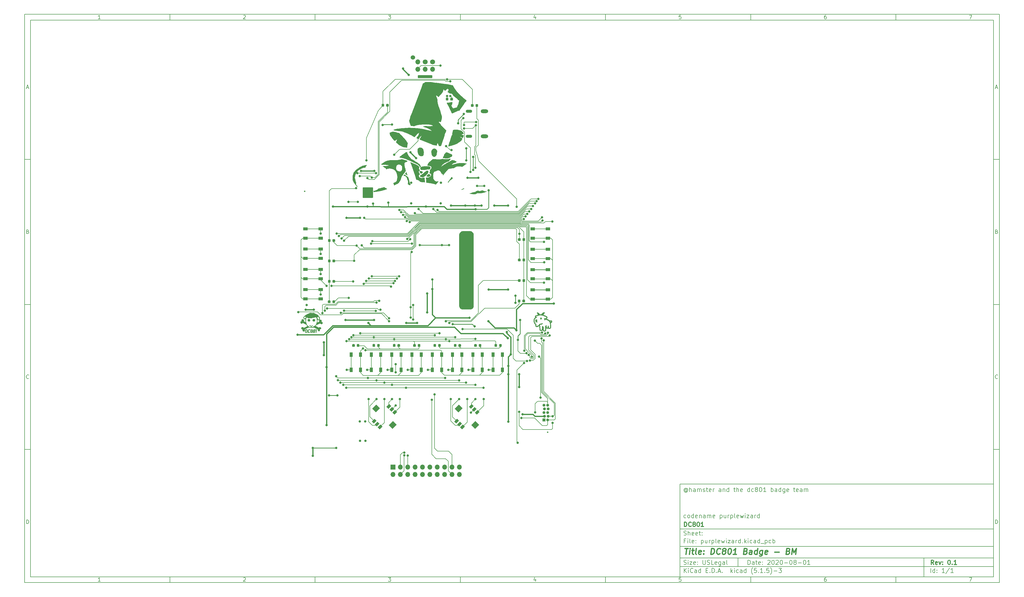
<source format=gtl>
G04 #@! TF.GenerationSoftware,KiCad,Pcbnew,(5.1.5)-3*
G04 #@! TF.CreationDate,2020-08-11T23:16:39-06:00*
G04 #@! TF.ProjectId,purplewizard,70757270-6c65-4776-997a-6172642e6b69,0.1*
G04 #@! TF.SameCoordinates,Original*
G04 #@! TF.FileFunction,Copper,L1,Top*
G04 #@! TF.FilePolarity,Positive*
%FSLAX46Y46*%
G04 Gerber Fmt 4.6, Leading zero omitted, Abs format (unit mm)*
G04 Created by KiCad (PCBNEW (5.1.5)-3) date 2020-08-11 23:16:39*
%MOMM*%
%LPD*%
G04 APERTURE LIST*
%ADD10C,0.100000*%
%ADD11C,0.150000*%
%ADD12C,0.300000*%
%ADD13C,0.400000*%
%ADD14C,0.010000*%
%ADD15C,1.700000*%
%ADD16O,1.700000X1.700000*%
%ADD17C,1.524000*%
%ADD18R,1.550000X1.000000*%
%ADD19R,1.000000X1.550000*%
%ADD20C,0.500000*%
%ADD21R,1.000000X1.000000*%
%ADD22O,1.000000X1.000000*%
%ADD23O,2.600000X1.300000*%
%ADD24O,2.200000X1.100000*%
%ADD25R,1.700000X1.700000*%
%ADD26C,0.800000*%
%ADD27C,0.381000*%
%ADD28C,0.254000*%
%ADD29C,0.177800*%
%ADD30C,0.228600*%
%ADD31C,0.203200*%
%ADD32C,0.152400*%
G04 APERTURE END LIST*
D10*
D11*
X235600000Y-171900000D02*
X235600000Y-203900000D01*
X343600000Y-203900000D01*
X343600000Y-171900000D01*
X235600000Y-171900000D01*
D10*
D11*
X10000000Y-10000000D02*
X10000000Y-205900000D01*
X345600000Y-205900000D01*
X345600000Y-10000000D01*
X10000000Y-10000000D01*
D10*
D11*
X12000000Y-12000000D02*
X12000000Y-203900000D01*
X343600000Y-203900000D01*
X343600000Y-12000000D01*
X12000000Y-12000000D01*
D10*
D11*
X60000000Y-12000000D02*
X60000000Y-10000000D01*
D10*
D11*
X110000000Y-12000000D02*
X110000000Y-10000000D01*
D10*
D11*
X160000000Y-12000000D02*
X160000000Y-10000000D01*
D10*
D11*
X210000000Y-12000000D02*
X210000000Y-10000000D01*
D10*
D11*
X260000000Y-12000000D02*
X260000000Y-10000000D01*
D10*
D11*
X310000000Y-12000000D02*
X310000000Y-10000000D01*
D10*
D11*
X36065476Y-11588095D02*
X35322619Y-11588095D01*
X35694047Y-11588095D02*
X35694047Y-10288095D01*
X35570238Y-10473809D01*
X35446428Y-10597619D01*
X35322619Y-10659523D01*
D10*
D11*
X85322619Y-10411904D02*
X85384523Y-10350000D01*
X85508333Y-10288095D01*
X85817857Y-10288095D01*
X85941666Y-10350000D01*
X86003571Y-10411904D01*
X86065476Y-10535714D01*
X86065476Y-10659523D01*
X86003571Y-10845238D01*
X85260714Y-11588095D01*
X86065476Y-11588095D01*
D10*
D11*
X135260714Y-10288095D02*
X136065476Y-10288095D01*
X135632142Y-10783333D01*
X135817857Y-10783333D01*
X135941666Y-10845238D01*
X136003571Y-10907142D01*
X136065476Y-11030952D01*
X136065476Y-11340476D01*
X136003571Y-11464285D01*
X135941666Y-11526190D01*
X135817857Y-11588095D01*
X135446428Y-11588095D01*
X135322619Y-11526190D01*
X135260714Y-11464285D01*
D10*
D11*
X185941666Y-10721428D02*
X185941666Y-11588095D01*
X185632142Y-10226190D02*
X185322619Y-11154761D01*
X186127380Y-11154761D01*
D10*
D11*
X236003571Y-10288095D02*
X235384523Y-10288095D01*
X235322619Y-10907142D01*
X235384523Y-10845238D01*
X235508333Y-10783333D01*
X235817857Y-10783333D01*
X235941666Y-10845238D01*
X236003571Y-10907142D01*
X236065476Y-11030952D01*
X236065476Y-11340476D01*
X236003571Y-11464285D01*
X235941666Y-11526190D01*
X235817857Y-11588095D01*
X235508333Y-11588095D01*
X235384523Y-11526190D01*
X235322619Y-11464285D01*
D10*
D11*
X285941666Y-10288095D02*
X285694047Y-10288095D01*
X285570238Y-10350000D01*
X285508333Y-10411904D01*
X285384523Y-10597619D01*
X285322619Y-10845238D01*
X285322619Y-11340476D01*
X285384523Y-11464285D01*
X285446428Y-11526190D01*
X285570238Y-11588095D01*
X285817857Y-11588095D01*
X285941666Y-11526190D01*
X286003571Y-11464285D01*
X286065476Y-11340476D01*
X286065476Y-11030952D01*
X286003571Y-10907142D01*
X285941666Y-10845238D01*
X285817857Y-10783333D01*
X285570238Y-10783333D01*
X285446428Y-10845238D01*
X285384523Y-10907142D01*
X285322619Y-11030952D01*
D10*
D11*
X335260714Y-10288095D02*
X336127380Y-10288095D01*
X335570238Y-11588095D01*
D10*
D11*
X60000000Y-203900000D02*
X60000000Y-205900000D01*
D10*
D11*
X110000000Y-203900000D02*
X110000000Y-205900000D01*
D10*
D11*
X160000000Y-203900000D02*
X160000000Y-205900000D01*
D10*
D11*
X210000000Y-203900000D02*
X210000000Y-205900000D01*
D10*
D11*
X260000000Y-203900000D02*
X260000000Y-205900000D01*
D10*
D11*
X310000000Y-203900000D02*
X310000000Y-205900000D01*
D10*
D11*
X36065476Y-205488095D02*
X35322619Y-205488095D01*
X35694047Y-205488095D02*
X35694047Y-204188095D01*
X35570238Y-204373809D01*
X35446428Y-204497619D01*
X35322619Y-204559523D01*
D10*
D11*
X85322619Y-204311904D02*
X85384523Y-204250000D01*
X85508333Y-204188095D01*
X85817857Y-204188095D01*
X85941666Y-204250000D01*
X86003571Y-204311904D01*
X86065476Y-204435714D01*
X86065476Y-204559523D01*
X86003571Y-204745238D01*
X85260714Y-205488095D01*
X86065476Y-205488095D01*
D10*
D11*
X135260714Y-204188095D02*
X136065476Y-204188095D01*
X135632142Y-204683333D01*
X135817857Y-204683333D01*
X135941666Y-204745238D01*
X136003571Y-204807142D01*
X136065476Y-204930952D01*
X136065476Y-205240476D01*
X136003571Y-205364285D01*
X135941666Y-205426190D01*
X135817857Y-205488095D01*
X135446428Y-205488095D01*
X135322619Y-205426190D01*
X135260714Y-205364285D01*
D10*
D11*
X185941666Y-204621428D02*
X185941666Y-205488095D01*
X185632142Y-204126190D02*
X185322619Y-205054761D01*
X186127380Y-205054761D01*
D10*
D11*
X236003571Y-204188095D02*
X235384523Y-204188095D01*
X235322619Y-204807142D01*
X235384523Y-204745238D01*
X235508333Y-204683333D01*
X235817857Y-204683333D01*
X235941666Y-204745238D01*
X236003571Y-204807142D01*
X236065476Y-204930952D01*
X236065476Y-205240476D01*
X236003571Y-205364285D01*
X235941666Y-205426190D01*
X235817857Y-205488095D01*
X235508333Y-205488095D01*
X235384523Y-205426190D01*
X235322619Y-205364285D01*
D10*
D11*
X285941666Y-204188095D02*
X285694047Y-204188095D01*
X285570238Y-204250000D01*
X285508333Y-204311904D01*
X285384523Y-204497619D01*
X285322619Y-204745238D01*
X285322619Y-205240476D01*
X285384523Y-205364285D01*
X285446428Y-205426190D01*
X285570238Y-205488095D01*
X285817857Y-205488095D01*
X285941666Y-205426190D01*
X286003571Y-205364285D01*
X286065476Y-205240476D01*
X286065476Y-204930952D01*
X286003571Y-204807142D01*
X285941666Y-204745238D01*
X285817857Y-204683333D01*
X285570238Y-204683333D01*
X285446428Y-204745238D01*
X285384523Y-204807142D01*
X285322619Y-204930952D01*
D10*
D11*
X335260714Y-204188095D02*
X336127380Y-204188095D01*
X335570238Y-205488095D01*
D10*
D11*
X10000000Y-60000000D02*
X12000000Y-60000000D01*
D10*
D11*
X10000000Y-110000000D02*
X12000000Y-110000000D01*
D10*
D11*
X10000000Y-160000000D02*
X12000000Y-160000000D01*
D10*
D11*
X10690476Y-35216666D02*
X11309523Y-35216666D01*
X10566666Y-35588095D02*
X11000000Y-34288095D01*
X11433333Y-35588095D01*
D10*
D11*
X11092857Y-84907142D02*
X11278571Y-84969047D01*
X11340476Y-85030952D01*
X11402380Y-85154761D01*
X11402380Y-85340476D01*
X11340476Y-85464285D01*
X11278571Y-85526190D01*
X11154761Y-85588095D01*
X10659523Y-85588095D01*
X10659523Y-84288095D01*
X11092857Y-84288095D01*
X11216666Y-84350000D01*
X11278571Y-84411904D01*
X11340476Y-84535714D01*
X11340476Y-84659523D01*
X11278571Y-84783333D01*
X11216666Y-84845238D01*
X11092857Y-84907142D01*
X10659523Y-84907142D01*
D10*
D11*
X11402380Y-135464285D02*
X11340476Y-135526190D01*
X11154761Y-135588095D01*
X11030952Y-135588095D01*
X10845238Y-135526190D01*
X10721428Y-135402380D01*
X10659523Y-135278571D01*
X10597619Y-135030952D01*
X10597619Y-134845238D01*
X10659523Y-134597619D01*
X10721428Y-134473809D01*
X10845238Y-134350000D01*
X11030952Y-134288095D01*
X11154761Y-134288095D01*
X11340476Y-134350000D01*
X11402380Y-134411904D01*
D10*
D11*
X10659523Y-185588095D02*
X10659523Y-184288095D01*
X10969047Y-184288095D01*
X11154761Y-184350000D01*
X11278571Y-184473809D01*
X11340476Y-184597619D01*
X11402380Y-184845238D01*
X11402380Y-185030952D01*
X11340476Y-185278571D01*
X11278571Y-185402380D01*
X11154761Y-185526190D01*
X10969047Y-185588095D01*
X10659523Y-185588095D01*
D10*
D11*
X345600000Y-60000000D02*
X343600000Y-60000000D01*
D10*
D11*
X345600000Y-110000000D02*
X343600000Y-110000000D01*
D10*
D11*
X345600000Y-160000000D02*
X343600000Y-160000000D01*
D10*
D11*
X344290476Y-35216666D02*
X344909523Y-35216666D01*
X344166666Y-35588095D02*
X344600000Y-34288095D01*
X345033333Y-35588095D01*
D10*
D11*
X344692857Y-84907142D02*
X344878571Y-84969047D01*
X344940476Y-85030952D01*
X345002380Y-85154761D01*
X345002380Y-85340476D01*
X344940476Y-85464285D01*
X344878571Y-85526190D01*
X344754761Y-85588095D01*
X344259523Y-85588095D01*
X344259523Y-84288095D01*
X344692857Y-84288095D01*
X344816666Y-84350000D01*
X344878571Y-84411904D01*
X344940476Y-84535714D01*
X344940476Y-84659523D01*
X344878571Y-84783333D01*
X344816666Y-84845238D01*
X344692857Y-84907142D01*
X344259523Y-84907142D01*
D10*
D11*
X345002380Y-135464285D02*
X344940476Y-135526190D01*
X344754761Y-135588095D01*
X344630952Y-135588095D01*
X344445238Y-135526190D01*
X344321428Y-135402380D01*
X344259523Y-135278571D01*
X344197619Y-135030952D01*
X344197619Y-134845238D01*
X344259523Y-134597619D01*
X344321428Y-134473809D01*
X344445238Y-134350000D01*
X344630952Y-134288095D01*
X344754761Y-134288095D01*
X344940476Y-134350000D01*
X345002380Y-134411904D01*
D10*
D11*
X344259523Y-185588095D02*
X344259523Y-184288095D01*
X344569047Y-184288095D01*
X344754761Y-184350000D01*
X344878571Y-184473809D01*
X344940476Y-184597619D01*
X345002380Y-184845238D01*
X345002380Y-185030952D01*
X344940476Y-185278571D01*
X344878571Y-185402380D01*
X344754761Y-185526190D01*
X344569047Y-185588095D01*
X344259523Y-185588095D01*
D10*
D11*
X259032142Y-199678571D02*
X259032142Y-198178571D01*
X259389285Y-198178571D01*
X259603571Y-198250000D01*
X259746428Y-198392857D01*
X259817857Y-198535714D01*
X259889285Y-198821428D01*
X259889285Y-199035714D01*
X259817857Y-199321428D01*
X259746428Y-199464285D01*
X259603571Y-199607142D01*
X259389285Y-199678571D01*
X259032142Y-199678571D01*
X261175000Y-199678571D02*
X261175000Y-198892857D01*
X261103571Y-198750000D01*
X260960714Y-198678571D01*
X260675000Y-198678571D01*
X260532142Y-198750000D01*
X261175000Y-199607142D02*
X261032142Y-199678571D01*
X260675000Y-199678571D01*
X260532142Y-199607142D01*
X260460714Y-199464285D01*
X260460714Y-199321428D01*
X260532142Y-199178571D01*
X260675000Y-199107142D01*
X261032142Y-199107142D01*
X261175000Y-199035714D01*
X261675000Y-198678571D02*
X262246428Y-198678571D01*
X261889285Y-198178571D02*
X261889285Y-199464285D01*
X261960714Y-199607142D01*
X262103571Y-199678571D01*
X262246428Y-199678571D01*
X263317857Y-199607142D02*
X263175000Y-199678571D01*
X262889285Y-199678571D01*
X262746428Y-199607142D01*
X262675000Y-199464285D01*
X262675000Y-198892857D01*
X262746428Y-198750000D01*
X262889285Y-198678571D01*
X263175000Y-198678571D01*
X263317857Y-198750000D01*
X263389285Y-198892857D01*
X263389285Y-199035714D01*
X262675000Y-199178571D01*
X264032142Y-199535714D02*
X264103571Y-199607142D01*
X264032142Y-199678571D01*
X263960714Y-199607142D01*
X264032142Y-199535714D01*
X264032142Y-199678571D01*
X264032142Y-198750000D02*
X264103571Y-198821428D01*
X264032142Y-198892857D01*
X263960714Y-198821428D01*
X264032142Y-198750000D01*
X264032142Y-198892857D01*
X265817857Y-198321428D02*
X265889285Y-198250000D01*
X266032142Y-198178571D01*
X266389285Y-198178571D01*
X266532142Y-198250000D01*
X266603571Y-198321428D01*
X266675000Y-198464285D01*
X266675000Y-198607142D01*
X266603571Y-198821428D01*
X265746428Y-199678571D01*
X266675000Y-199678571D01*
X267603571Y-198178571D02*
X267746428Y-198178571D01*
X267889285Y-198250000D01*
X267960714Y-198321428D01*
X268032142Y-198464285D01*
X268103571Y-198750000D01*
X268103571Y-199107142D01*
X268032142Y-199392857D01*
X267960714Y-199535714D01*
X267889285Y-199607142D01*
X267746428Y-199678571D01*
X267603571Y-199678571D01*
X267460714Y-199607142D01*
X267389285Y-199535714D01*
X267317857Y-199392857D01*
X267246428Y-199107142D01*
X267246428Y-198750000D01*
X267317857Y-198464285D01*
X267389285Y-198321428D01*
X267460714Y-198250000D01*
X267603571Y-198178571D01*
X268675000Y-198321428D02*
X268746428Y-198250000D01*
X268889285Y-198178571D01*
X269246428Y-198178571D01*
X269389285Y-198250000D01*
X269460714Y-198321428D01*
X269532142Y-198464285D01*
X269532142Y-198607142D01*
X269460714Y-198821428D01*
X268603571Y-199678571D01*
X269532142Y-199678571D01*
X270460714Y-198178571D02*
X270603571Y-198178571D01*
X270746428Y-198250000D01*
X270817857Y-198321428D01*
X270889285Y-198464285D01*
X270960714Y-198750000D01*
X270960714Y-199107142D01*
X270889285Y-199392857D01*
X270817857Y-199535714D01*
X270746428Y-199607142D01*
X270603571Y-199678571D01*
X270460714Y-199678571D01*
X270317857Y-199607142D01*
X270246428Y-199535714D01*
X270175000Y-199392857D01*
X270103571Y-199107142D01*
X270103571Y-198750000D01*
X270175000Y-198464285D01*
X270246428Y-198321428D01*
X270317857Y-198250000D01*
X270460714Y-198178571D01*
X271603571Y-199107142D02*
X272746428Y-199107142D01*
X273746428Y-198178571D02*
X273889285Y-198178571D01*
X274032142Y-198250000D01*
X274103571Y-198321428D01*
X274175000Y-198464285D01*
X274246428Y-198750000D01*
X274246428Y-199107142D01*
X274175000Y-199392857D01*
X274103571Y-199535714D01*
X274032142Y-199607142D01*
X273889285Y-199678571D01*
X273746428Y-199678571D01*
X273603571Y-199607142D01*
X273532142Y-199535714D01*
X273460714Y-199392857D01*
X273389285Y-199107142D01*
X273389285Y-198750000D01*
X273460714Y-198464285D01*
X273532142Y-198321428D01*
X273603571Y-198250000D01*
X273746428Y-198178571D01*
X275103571Y-198821428D02*
X274960714Y-198750000D01*
X274889285Y-198678571D01*
X274817857Y-198535714D01*
X274817857Y-198464285D01*
X274889285Y-198321428D01*
X274960714Y-198250000D01*
X275103571Y-198178571D01*
X275389285Y-198178571D01*
X275532142Y-198250000D01*
X275603571Y-198321428D01*
X275675000Y-198464285D01*
X275675000Y-198535714D01*
X275603571Y-198678571D01*
X275532142Y-198750000D01*
X275389285Y-198821428D01*
X275103571Y-198821428D01*
X274960714Y-198892857D01*
X274889285Y-198964285D01*
X274817857Y-199107142D01*
X274817857Y-199392857D01*
X274889285Y-199535714D01*
X274960714Y-199607142D01*
X275103571Y-199678571D01*
X275389285Y-199678571D01*
X275532142Y-199607142D01*
X275603571Y-199535714D01*
X275675000Y-199392857D01*
X275675000Y-199107142D01*
X275603571Y-198964285D01*
X275532142Y-198892857D01*
X275389285Y-198821428D01*
X276317857Y-199107142D02*
X277460714Y-199107142D01*
X278460714Y-198178571D02*
X278603571Y-198178571D01*
X278746428Y-198250000D01*
X278817857Y-198321428D01*
X278889285Y-198464285D01*
X278960714Y-198750000D01*
X278960714Y-199107142D01*
X278889285Y-199392857D01*
X278817857Y-199535714D01*
X278746428Y-199607142D01*
X278603571Y-199678571D01*
X278460714Y-199678571D01*
X278317857Y-199607142D01*
X278246428Y-199535714D01*
X278175000Y-199392857D01*
X278103571Y-199107142D01*
X278103571Y-198750000D01*
X278175000Y-198464285D01*
X278246428Y-198321428D01*
X278317857Y-198250000D01*
X278460714Y-198178571D01*
X280389285Y-199678571D02*
X279532142Y-199678571D01*
X279960714Y-199678571D02*
X279960714Y-198178571D01*
X279817857Y-198392857D01*
X279675000Y-198535714D01*
X279532142Y-198607142D01*
D10*
D11*
X235600000Y-200400000D02*
X343600000Y-200400000D01*
D10*
D11*
X237032142Y-202478571D02*
X237032142Y-200978571D01*
X237889285Y-202478571D02*
X237246428Y-201621428D01*
X237889285Y-200978571D02*
X237032142Y-201835714D01*
X238532142Y-202478571D02*
X238532142Y-201478571D01*
X238532142Y-200978571D02*
X238460714Y-201050000D01*
X238532142Y-201121428D01*
X238603571Y-201050000D01*
X238532142Y-200978571D01*
X238532142Y-201121428D01*
X240103571Y-202335714D02*
X240032142Y-202407142D01*
X239817857Y-202478571D01*
X239675000Y-202478571D01*
X239460714Y-202407142D01*
X239317857Y-202264285D01*
X239246428Y-202121428D01*
X239175000Y-201835714D01*
X239175000Y-201621428D01*
X239246428Y-201335714D01*
X239317857Y-201192857D01*
X239460714Y-201050000D01*
X239675000Y-200978571D01*
X239817857Y-200978571D01*
X240032142Y-201050000D01*
X240103571Y-201121428D01*
X241389285Y-202478571D02*
X241389285Y-201692857D01*
X241317857Y-201550000D01*
X241175000Y-201478571D01*
X240889285Y-201478571D01*
X240746428Y-201550000D01*
X241389285Y-202407142D02*
X241246428Y-202478571D01*
X240889285Y-202478571D01*
X240746428Y-202407142D01*
X240675000Y-202264285D01*
X240675000Y-202121428D01*
X240746428Y-201978571D01*
X240889285Y-201907142D01*
X241246428Y-201907142D01*
X241389285Y-201835714D01*
X242746428Y-202478571D02*
X242746428Y-200978571D01*
X242746428Y-202407142D02*
X242603571Y-202478571D01*
X242317857Y-202478571D01*
X242175000Y-202407142D01*
X242103571Y-202335714D01*
X242032142Y-202192857D01*
X242032142Y-201764285D01*
X242103571Y-201621428D01*
X242175000Y-201550000D01*
X242317857Y-201478571D01*
X242603571Y-201478571D01*
X242746428Y-201550000D01*
X244603571Y-201692857D02*
X245103571Y-201692857D01*
X245317857Y-202478571D02*
X244603571Y-202478571D01*
X244603571Y-200978571D01*
X245317857Y-200978571D01*
X245960714Y-202335714D02*
X246032142Y-202407142D01*
X245960714Y-202478571D01*
X245889285Y-202407142D01*
X245960714Y-202335714D01*
X245960714Y-202478571D01*
X246675000Y-202478571D02*
X246675000Y-200978571D01*
X247032142Y-200978571D01*
X247246428Y-201050000D01*
X247389285Y-201192857D01*
X247460714Y-201335714D01*
X247532142Y-201621428D01*
X247532142Y-201835714D01*
X247460714Y-202121428D01*
X247389285Y-202264285D01*
X247246428Y-202407142D01*
X247032142Y-202478571D01*
X246675000Y-202478571D01*
X248175000Y-202335714D02*
X248246428Y-202407142D01*
X248175000Y-202478571D01*
X248103571Y-202407142D01*
X248175000Y-202335714D01*
X248175000Y-202478571D01*
X248817857Y-202050000D02*
X249532142Y-202050000D01*
X248675000Y-202478571D02*
X249175000Y-200978571D01*
X249675000Y-202478571D01*
X250175000Y-202335714D02*
X250246428Y-202407142D01*
X250175000Y-202478571D01*
X250103571Y-202407142D01*
X250175000Y-202335714D01*
X250175000Y-202478571D01*
X253175000Y-202478571D02*
X253175000Y-200978571D01*
X253317857Y-201907142D02*
X253746428Y-202478571D01*
X253746428Y-201478571D02*
X253175000Y-202050000D01*
X254389285Y-202478571D02*
X254389285Y-201478571D01*
X254389285Y-200978571D02*
X254317857Y-201050000D01*
X254389285Y-201121428D01*
X254460714Y-201050000D01*
X254389285Y-200978571D01*
X254389285Y-201121428D01*
X255746428Y-202407142D02*
X255603571Y-202478571D01*
X255317857Y-202478571D01*
X255175000Y-202407142D01*
X255103571Y-202335714D01*
X255032142Y-202192857D01*
X255032142Y-201764285D01*
X255103571Y-201621428D01*
X255175000Y-201550000D01*
X255317857Y-201478571D01*
X255603571Y-201478571D01*
X255746428Y-201550000D01*
X257032142Y-202478571D02*
X257032142Y-201692857D01*
X256960714Y-201550000D01*
X256817857Y-201478571D01*
X256532142Y-201478571D01*
X256389285Y-201550000D01*
X257032142Y-202407142D02*
X256889285Y-202478571D01*
X256532142Y-202478571D01*
X256389285Y-202407142D01*
X256317857Y-202264285D01*
X256317857Y-202121428D01*
X256389285Y-201978571D01*
X256532142Y-201907142D01*
X256889285Y-201907142D01*
X257032142Y-201835714D01*
X258389285Y-202478571D02*
X258389285Y-200978571D01*
X258389285Y-202407142D02*
X258246428Y-202478571D01*
X257960714Y-202478571D01*
X257817857Y-202407142D01*
X257746428Y-202335714D01*
X257675000Y-202192857D01*
X257675000Y-201764285D01*
X257746428Y-201621428D01*
X257817857Y-201550000D01*
X257960714Y-201478571D01*
X258246428Y-201478571D01*
X258389285Y-201550000D01*
X260675000Y-203050000D02*
X260603571Y-202978571D01*
X260460714Y-202764285D01*
X260389285Y-202621428D01*
X260317857Y-202407142D01*
X260246428Y-202050000D01*
X260246428Y-201764285D01*
X260317857Y-201407142D01*
X260389285Y-201192857D01*
X260460714Y-201050000D01*
X260603571Y-200835714D01*
X260675000Y-200764285D01*
X261960714Y-200978571D02*
X261246428Y-200978571D01*
X261175000Y-201692857D01*
X261246428Y-201621428D01*
X261389285Y-201550000D01*
X261746428Y-201550000D01*
X261889285Y-201621428D01*
X261960714Y-201692857D01*
X262032142Y-201835714D01*
X262032142Y-202192857D01*
X261960714Y-202335714D01*
X261889285Y-202407142D01*
X261746428Y-202478571D01*
X261389285Y-202478571D01*
X261246428Y-202407142D01*
X261175000Y-202335714D01*
X262675000Y-202335714D02*
X262746428Y-202407142D01*
X262675000Y-202478571D01*
X262603571Y-202407142D01*
X262675000Y-202335714D01*
X262675000Y-202478571D01*
X264175000Y-202478571D02*
X263317857Y-202478571D01*
X263746428Y-202478571D02*
X263746428Y-200978571D01*
X263603571Y-201192857D01*
X263460714Y-201335714D01*
X263317857Y-201407142D01*
X264817857Y-202335714D02*
X264889285Y-202407142D01*
X264817857Y-202478571D01*
X264746428Y-202407142D01*
X264817857Y-202335714D01*
X264817857Y-202478571D01*
X266246428Y-200978571D02*
X265532142Y-200978571D01*
X265460714Y-201692857D01*
X265532142Y-201621428D01*
X265675000Y-201550000D01*
X266032142Y-201550000D01*
X266175000Y-201621428D01*
X266246428Y-201692857D01*
X266317857Y-201835714D01*
X266317857Y-202192857D01*
X266246428Y-202335714D01*
X266175000Y-202407142D01*
X266032142Y-202478571D01*
X265675000Y-202478571D01*
X265532142Y-202407142D01*
X265460714Y-202335714D01*
X266817857Y-203050000D02*
X266889285Y-202978571D01*
X267032142Y-202764285D01*
X267103571Y-202621428D01*
X267175000Y-202407142D01*
X267246428Y-202050000D01*
X267246428Y-201764285D01*
X267175000Y-201407142D01*
X267103571Y-201192857D01*
X267032142Y-201050000D01*
X266889285Y-200835714D01*
X266817857Y-200764285D01*
X267960714Y-201907142D02*
X269103571Y-201907142D01*
X269675000Y-200978571D02*
X270603571Y-200978571D01*
X270103571Y-201550000D01*
X270317857Y-201550000D01*
X270460714Y-201621428D01*
X270532142Y-201692857D01*
X270603571Y-201835714D01*
X270603571Y-202192857D01*
X270532142Y-202335714D01*
X270460714Y-202407142D01*
X270317857Y-202478571D01*
X269889285Y-202478571D01*
X269746428Y-202407142D01*
X269675000Y-202335714D01*
D10*
D11*
X235600000Y-197400000D02*
X343600000Y-197400000D01*
D10*
D12*
X323009285Y-199678571D02*
X322509285Y-198964285D01*
X322152142Y-199678571D02*
X322152142Y-198178571D01*
X322723571Y-198178571D01*
X322866428Y-198250000D01*
X322937857Y-198321428D01*
X323009285Y-198464285D01*
X323009285Y-198678571D01*
X322937857Y-198821428D01*
X322866428Y-198892857D01*
X322723571Y-198964285D01*
X322152142Y-198964285D01*
X324223571Y-199607142D02*
X324080714Y-199678571D01*
X323795000Y-199678571D01*
X323652142Y-199607142D01*
X323580714Y-199464285D01*
X323580714Y-198892857D01*
X323652142Y-198750000D01*
X323795000Y-198678571D01*
X324080714Y-198678571D01*
X324223571Y-198750000D01*
X324295000Y-198892857D01*
X324295000Y-199035714D01*
X323580714Y-199178571D01*
X324795000Y-198678571D02*
X325152142Y-199678571D01*
X325509285Y-198678571D01*
X326080714Y-199535714D02*
X326152142Y-199607142D01*
X326080714Y-199678571D01*
X326009285Y-199607142D01*
X326080714Y-199535714D01*
X326080714Y-199678571D01*
X326080714Y-198750000D02*
X326152142Y-198821428D01*
X326080714Y-198892857D01*
X326009285Y-198821428D01*
X326080714Y-198750000D01*
X326080714Y-198892857D01*
X328223571Y-198178571D02*
X328366428Y-198178571D01*
X328509285Y-198250000D01*
X328580714Y-198321428D01*
X328652142Y-198464285D01*
X328723571Y-198750000D01*
X328723571Y-199107142D01*
X328652142Y-199392857D01*
X328580714Y-199535714D01*
X328509285Y-199607142D01*
X328366428Y-199678571D01*
X328223571Y-199678571D01*
X328080714Y-199607142D01*
X328009285Y-199535714D01*
X327937857Y-199392857D01*
X327866428Y-199107142D01*
X327866428Y-198750000D01*
X327937857Y-198464285D01*
X328009285Y-198321428D01*
X328080714Y-198250000D01*
X328223571Y-198178571D01*
X329366428Y-199535714D02*
X329437857Y-199607142D01*
X329366428Y-199678571D01*
X329295000Y-199607142D01*
X329366428Y-199535714D01*
X329366428Y-199678571D01*
X330866428Y-199678571D02*
X330009285Y-199678571D01*
X330437857Y-199678571D02*
X330437857Y-198178571D01*
X330295000Y-198392857D01*
X330152142Y-198535714D01*
X330009285Y-198607142D01*
D10*
D11*
X236960714Y-199607142D02*
X237175000Y-199678571D01*
X237532142Y-199678571D01*
X237675000Y-199607142D01*
X237746428Y-199535714D01*
X237817857Y-199392857D01*
X237817857Y-199250000D01*
X237746428Y-199107142D01*
X237675000Y-199035714D01*
X237532142Y-198964285D01*
X237246428Y-198892857D01*
X237103571Y-198821428D01*
X237032142Y-198750000D01*
X236960714Y-198607142D01*
X236960714Y-198464285D01*
X237032142Y-198321428D01*
X237103571Y-198250000D01*
X237246428Y-198178571D01*
X237603571Y-198178571D01*
X237817857Y-198250000D01*
X238460714Y-199678571D02*
X238460714Y-198678571D01*
X238460714Y-198178571D02*
X238389285Y-198250000D01*
X238460714Y-198321428D01*
X238532142Y-198250000D01*
X238460714Y-198178571D01*
X238460714Y-198321428D01*
X239032142Y-198678571D02*
X239817857Y-198678571D01*
X239032142Y-199678571D01*
X239817857Y-199678571D01*
X240960714Y-199607142D02*
X240817857Y-199678571D01*
X240532142Y-199678571D01*
X240389285Y-199607142D01*
X240317857Y-199464285D01*
X240317857Y-198892857D01*
X240389285Y-198750000D01*
X240532142Y-198678571D01*
X240817857Y-198678571D01*
X240960714Y-198750000D01*
X241032142Y-198892857D01*
X241032142Y-199035714D01*
X240317857Y-199178571D01*
X241675000Y-199535714D02*
X241746428Y-199607142D01*
X241675000Y-199678571D01*
X241603571Y-199607142D01*
X241675000Y-199535714D01*
X241675000Y-199678571D01*
X241675000Y-198750000D02*
X241746428Y-198821428D01*
X241675000Y-198892857D01*
X241603571Y-198821428D01*
X241675000Y-198750000D01*
X241675000Y-198892857D01*
X243532142Y-198178571D02*
X243532142Y-199392857D01*
X243603571Y-199535714D01*
X243675000Y-199607142D01*
X243817857Y-199678571D01*
X244103571Y-199678571D01*
X244246428Y-199607142D01*
X244317857Y-199535714D01*
X244389285Y-199392857D01*
X244389285Y-198178571D01*
X245032142Y-199607142D02*
X245246428Y-199678571D01*
X245603571Y-199678571D01*
X245746428Y-199607142D01*
X245817857Y-199535714D01*
X245889285Y-199392857D01*
X245889285Y-199250000D01*
X245817857Y-199107142D01*
X245746428Y-199035714D01*
X245603571Y-198964285D01*
X245317857Y-198892857D01*
X245175000Y-198821428D01*
X245103571Y-198750000D01*
X245032142Y-198607142D01*
X245032142Y-198464285D01*
X245103571Y-198321428D01*
X245175000Y-198250000D01*
X245317857Y-198178571D01*
X245675000Y-198178571D01*
X245889285Y-198250000D01*
X247246428Y-199678571D02*
X246532142Y-199678571D01*
X246532142Y-198178571D01*
X248317857Y-199607142D02*
X248175000Y-199678571D01*
X247889285Y-199678571D01*
X247746428Y-199607142D01*
X247675000Y-199464285D01*
X247675000Y-198892857D01*
X247746428Y-198750000D01*
X247889285Y-198678571D01*
X248175000Y-198678571D01*
X248317857Y-198750000D01*
X248389285Y-198892857D01*
X248389285Y-199035714D01*
X247675000Y-199178571D01*
X249675000Y-198678571D02*
X249675000Y-199892857D01*
X249603571Y-200035714D01*
X249532142Y-200107142D01*
X249389285Y-200178571D01*
X249175000Y-200178571D01*
X249032142Y-200107142D01*
X249675000Y-199607142D02*
X249532142Y-199678571D01*
X249246428Y-199678571D01*
X249103571Y-199607142D01*
X249032142Y-199535714D01*
X248960714Y-199392857D01*
X248960714Y-198964285D01*
X249032142Y-198821428D01*
X249103571Y-198750000D01*
X249246428Y-198678571D01*
X249532142Y-198678571D01*
X249675000Y-198750000D01*
X251032142Y-199678571D02*
X251032142Y-198892857D01*
X250960714Y-198750000D01*
X250817857Y-198678571D01*
X250532142Y-198678571D01*
X250389285Y-198750000D01*
X251032142Y-199607142D02*
X250889285Y-199678571D01*
X250532142Y-199678571D01*
X250389285Y-199607142D01*
X250317857Y-199464285D01*
X250317857Y-199321428D01*
X250389285Y-199178571D01*
X250532142Y-199107142D01*
X250889285Y-199107142D01*
X251032142Y-199035714D01*
X251960714Y-199678571D02*
X251817857Y-199607142D01*
X251746428Y-199464285D01*
X251746428Y-198178571D01*
D10*
D11*
X322032142Y-202478571D02*
X322032142Y-200978571D01*
X323389285Y-202478571D02*
X323389285Y-200978571D01*
X323389285Y-202407142D02*
X323246428Y-202478571D01*
X322960714Y-202478571D01*
X322817857Y-202407142D01*
X322746428Y-202335714D01*
X322675000Y-202192857D01*
X322675000Y-201764285D01*
X322746428Y-201621428D01*
X322817857Y-201550000D01*
X322960714Y-201478571D01*
X323246428Y-201478571D01*
X323389285Y-201550000D01*
X324103571Y-202335714D02*
X324175000Y-202407142D01*
X324103571Y-202478571D01*
X324032142Y-202407142D01*
X324103571Y-202335714D01*
X324103571Y-202478571D01*
X324103571Y-201550000D02*
X324175000Y-201621428D01*
X324103571Y-201692857D01*
X324032142Y-201621428D01*
X324103571Y-201550000D01*
X324103571Y-201692857D01*
X326746428Y-202478571D02*
X325889285Y-202478571D01*
X326317857Y-202478571D02*
X326317857Y-200978571D01*
X326175000Y-201192857D01*
X326032142Y-201335714D01*
X325889285Y-201407142D01*
X328460714Y-200907142D02*
X327175000Y-202835714D01*
X329746428Y-202478571D02*
X328889285Y-202478571D01*
X329317857Y-202478571D02*
X329317857Y-200978571D01*
X329175000Y-201192857D01*
X329032142Y-201335714D01*
X328889285Y-201407142D01*
D10*
D11*
X235600000Y-193400000D02*
X343600000Y-193400000D01*
D10*
D13*
X237312380Y-194104761D02*
X238455238Y-194104761D01*
X237633809Y-196104761D02*
X237883809Y-194104761D01*
X238871904Y-196104761D02*
X239038571Y-194771428D01*
X239121904Y-194104761D02*
X239014761Y-194200000D01*
X239098095Y-194295238D01*
X239205238Y-194200000D01*
X239121904Y-194104761D01*
X239098095Y-194295238D01*
X239705238Y-194771428D02*
X240467142Y-194771428D01*
X240074285Y-194104761D02*
X239860000Y-195819047D01*
X239931428Y-196009523D01*
X240110000Y-196104761D01*
X240300476Y-196104761D01*
X241252857Y-196104761D02*
X241074285Y-196009523D01*
X241002857Y-195819047D01*
X241217142Y-194104761D01*
X242788571Y-196009523D02*
X242586190Y-196104761D01*
X242205238Y-196104761D01*
X242026666Y-196009523D01*
X241955238Y-195819047D01*
X242050476Y-195057142D01*
X242169523Y-194866666D01*
X242371904Y-194771428D01*
X242752857Y-194771428D01*
X242931428Y-194866666D01*
X243002857Y-195057142D01*
X242979047Y-195247619D01*
X242002857Y-195438095D01*
X243752857Y-195914285D02*
X243836190Y-196009523D01*
X243729047Y-196104761D01*
X243645714Y-196009523D01*
X243752857Y-195914285D01*
X243729047Y-196104761D01*
X243883809Y-194866666D02*
X243967142Y-194961904D01*
X243860000Y-195057142D01*
X243776666Y-194961904D01*
X243883809Y-194866666D01*
X243860000Y-195057142D01*
X246205238Y-196104761D02*
X246455238Y-194104761D01*
X246931428Y-194104761D01*
X247205238Y-194200000D01*
X247371904Y-194390476D01*
X247443333Y-194580952D01*
X247490952Y-194961904D01*
X247455238Y-195247619D01*
X247312380Y-195628571D01*
X247193333Y-195819047D01*
X246979047Y-196009523D01*
X246681428Y-196104761D01*
X246205238Y-196104761D01*
X249371904Y-195914285D02*
X249264761Y-196009523D01*
X248967142Y-196104761D01*
X248776666Y-196104761D01*
X248502857Y-196009523D01*
X248336190Y-195819047D01*
X248264761Y-195628571D01*
X248217142Y-195247619D01*
X248252857Y-194961904D01*
X248395714Y-194580952D01*
X248514761Y-194390476D01*
X248729047Y-194200000D01*
X249026666Y-194104761D01*
X249217142Y-194104761D01*
X249490952Y-194200000D01*
X249574285Y-194295238D01*
X250633809Y-194961904D02*
X250455238Y-194866666D01*
X250371904Y-194771428D01*
X250300476Y-194580952D01*
X250312380Y-194485714D01*
X250431428Y-194295238D01*
X250538571Y-194200000D01*
X250740952Y-194104761D01*
X251121904Y-194104761D01*
X251300476Y-194200000D01*
X251383809Y-194295238D01*
X251455238Y-194485714D01*
X251443333Y-194580952D01*
X251324285Y-194771428D01*
X251217142Y-194866666D01*
X251014761Y-194961904D01*
X250633809Y-194961904D01*
X250431428Y-195057142D01*
X250324285Y-195152380D01*
X250205238Y-195342857D01*
X250157619Y-195723809D01*
X250229047Y-195914285D01*
X250312380Y-196009523D01*
X250490952Y-196104761D01*
X250871904Y-196104761D01*
X251074285Y-196009523D01*
X251181428Y-195914285D01*
X251300476Y-195723809D01*
X251348095Y-195342857D01*
X251276666Y-195152380D01*
X251193333Y-195057142D01*
X251014761Y-194961904D01*
X252740952Y-194104761D02*
X252931428Y-194104761D01*
X253110000Y-194200000D01*
X253193333Y-194295238D01*
X253264761Y-194485714D01*
X253312380Y-194866666D01*
X253252857Y-195342857D01*
X253110000Y-195723809D01*
X252990952Y-195914285D01*
X252883809Y-196009523D01*
X252681428Y-196104761D01*
X252490952Y-196104761D01*
X252312380Y-196009523D01*
X252229047Y-195914285D01*
X252157619Y-195723809D01*
X252110000Y-195342857D01*
X252169523Y-194866666D01*
X252312380Y-194485714D01*
X252431428Y-194295238D01*
X252538571Y-194200000D01*
X252740952Y-194104761D01*
X255062380Y-196104761D02*
X253919523Y-196104761D01*
X254490952Y-196104761D02*
X254740952Y-194104761D01*
X254514761Y-194390476D01*
X254300476Y-194580952D01*
X254098095Y-194676190D01*
X258240952Y-195057142D02*
X258514761Y-195152380D01*
X258598095Y-195247619D01*
X258669523Y-195438095D01*
X258633809Y-195723809D01*
X258514761Y-195914285D01*
X258407619Y-196009523D01*
X258205238Y-196104761D01*
X257443333Y-196104761D01*
X257693333Y-194104761D01*
X258360000Y-194104761D01*
X258538571Y-194200000D01*
X258621904Y-194295238D01*
X258693333Y-194485714D01*
X258669523Y-194676190D01*
X258550476Y-194866666D01*
X258443333Y-194961904D01*
X258240952Y-195057142D01*
X257574285Y-195057142D01*
X260300476Y-196104761D02*
X260431428Y-195057142D01*
X260360000Y-194866666D01*
X260181428Y-194771428D01*
X259800476Y-194771428D01*
X259598095Y-194866666D01*
X260312380Y-196009523D02*
X260110000Y-196104761D01*
X259633809Y-196104761D01*
X259455238Y-196009523D01*
X259383809Y-195819047D01*
X259407619Y-195628571D01*
X259526666Y-195438095D01*
X259729047Y-195342857D01*
X260205238Y-195342857D01*
X260407619Y-195247619D01*
X262110000Y-196104761D02*
X262360000Y-194104761D01*
X262121904Y-196009523D02*
X261919523Y-196104761D01*
X261538571Y-196104761D01*
X261360000Y-196009523D01*
X261276666Y-195914285D01*
X261205238Y-195723809D01*
X261276666Y-195152380D01*
X261395714Y-194961904D01*
X261502857Y-194866666D01*
X261705238Y-194771428D01*
X262086190Y-194771428D01*
X262264761Y-194866666D01*
X264086190Y-194771428D02*
X263883809Y-196390476D01*
X263764761Y-196580952D01*
X263657619Y-196676190D01*
X263455238Y-196771428D01*
X263169523Y-196771428D01*
X262990952Y-196676190D01*
X263931428Y-196009523D02*
X263729047Y-196104761D01*
X263348095Y-196104761D01*
X263169523Y-196009523D01*
X263086190Y-195914285D01*
X263014761Y-195723809D01*
X263086190Y-195152380D01*
X263205238Y-194961904D01*
X263312380Y-194866666D01*
X263514761Y-194771428D01*
X263895714Y-194771428D01*
X264074285Y-194866666D01*
X265645714Y-196009523D02*
X265443333Y-196104761D01*
X265062380Y-196104761D01*
X264883809Y-196009523D01*
X264812380Y-195819047D01*
X264907619Y-195057142D01*
X265026666Y-194866666D01*
X265229047Y-194771428D01*
X265610000Y-194771428D01*
X265788571Y-194866666D01*
X265860000Y-195057142D01*
X265836190Y-195247619D01*
X264860000Y-195438095D01*
X268205238Y-195342857D02*
X269729047Y-195342857D01*
X272907619Y-195057142D02*
X273181428Y-195152380D01*
X273264761Y-195247619D01*
X273336190Y-195438095D01*
X273300476Y-195723809D01*
X273181428Y-195914285D01*
X273074285Y-196009523D01*
X272871904Y-196104761D01*
X272110000Y-196104761D01*
X272360000Y-194104761D01*
X273026666Y-194104761D01*
X273205238Y-194200000D01*
X273288571Y-194295238D01*
X273360000Y-194485714D01*
X273336190Y-194676190D01*
X273217142Y-194866666D01*
X273110000Y-194961904D01*
X272907619Y-195057142D01*
X272240952Y-195057142D01*
X274110000Y-196104761D02*
X274360000Y-194104761D01*
X274848095Y-195533333D01*
X275693333Y-194104761D01*
X275443333Y-196104761D01*
D10*
D11*
X237532142Y-191492857D02*
X237032142Y-191492857D01*
X237032142Y-192278571D02*
X237032142Y-190778571D01*
X237746428Y-190778571D01*
X238317857Y-192278571D02*
X238317857Y-191278571D01*
X238317857Y-190778571D02*
X238246428Y-190850000D01*
X238317857Y-190921428D01*
X238389285Y-190850000D01*
X238317857Y-190778571D01*
X238317857Y-190921428D01*
X239246428Y-192278571D02*
X239103571Y-192207142D01*
X239032142Y-192064285D01*
X239032142Y-190778571D01*
X240389285Y-192207142D02*
X240246428Y-192278571D01*
X239960714Y-192278571D01*
X239817857Y-192207142D01*
X239746428Y-192064285D01*
X239746428Y-191492857D01*
X239817857Y-191350000D01*
X239960714Y-191278571D01*
X240246428Y-191278571D01*
X240389285Y-191350000D01*
X240460714Y-191492857D01*
X240460714Y-191635714D01*
X239746428Y-191778571D01*
X241103571Y-192135714D02*
X241175000Y-192207142D01*
X241103571Y-192278571D01*
X241032142Y-192207142D01*
X241103571Y-192135714D01*
X241103571Y-192278571D01*
X241103571Y-191350000D02*
X241175000Y-191421428D01*
X241103571Y-191492857D01*
X241032142Y-191421428D01*
X241103571Y-191350000D01*
X241103571Y-191492857D01*
X242960714Y-191278571D02*
X242960714Y-192778571D01*
X242960714Y-191350000D02*
X243103571Y-191278571D01*
X243389285Y-191278571D01*
X243532142Y-191350000D01*
X243603571Y-191421428D01*
X243675000Y-191564285D01*
X243675000Y-191992857D01*
X243603571Y-192135714D01*
X243532142Y-192207142D01*
X243389285Y-192278571D01*
X243103571Y-192278571D01*
X242960714Y-192207142D01*
X244960714Y-191278571D02*
X244960714Y-192278571D01*
X244317857Y-191278571D02*
X244317857Y-192064285D01*
X244389285Y-192207142D01*
X244532142Y-192278571D01*
X244746428Y-192278571D01*
X244889285Y-192207142D01*
X244960714Y-192135714D01*
X245675000Y-192278571D02*
X245675000Y-191278571D01*
X245675000Y-191564285D02*
X245746428Y-191421428D01*
X245817857Y-191350000D01*
X245960714Y-191278571D01*
X246103571Y-191278571D01*
X246603571Y-191278571D02*
X246603571Y-192778571D01*
X246603571Y-191350000D02*
X246746428Y-191278571D01*
X247032142Y-191278571D01*
X247175000Y-191350000D01*
X247246428Y-191421428D01*
X247317857Y-191564285D01*
X247317857Y-191992857D01*
X247246428Y-192135714D01*
X247175000Y-192207142D01*
X247032142Y-192278571D01*
X246746428Y-192278571D01*
X246603571Y-192207142D01*
X248175000Y-192278571D02*
X248032142Y-192207142D01*
X247960714Y-192064285D01*
X247960714Y-190778571D01*
X249317857Y-192207142D02*
X249175000Y-192278571D01*
X248889285Y-192278571D01*
X248746428Y-192207142D01*
X248675000Y-192064285D01*
X248675000Y-191492857D01*
X248746428Y-191350000D01*
X248889285Y-191278571D01*
X249175000Y-191278571D01*
X249317857Y-191350000D01*
X249389285Y-191492857D01*
X249389285Y-191635714D01*
X248675000Y-191778571D01*
X249889285Y-191278571D02*
X250175000Y-192278571D01*
X250460714Y-191564285D01*
X250746428Y-192278571D01*
X251032142Y-191278571D01*
X251603571Y-192278571D02*
X251603571Y-191278571D01*
X251603571Y-190778571D02*
X251532142Y-190850000D01*
X251603571Y-190921428D01*
X251675000Y-190850000D01*
X251603571Y-190778571D01*
X251603571Y-190921428D01*
X252175000Y-191278571D02*
X252960714Y-191278571D01*
X252175000Y-192278571D01*
X252960714Y-192278571D01*
X254175000Y-192278571D02*
X254175000Y-191492857D01*
X254103571Y-191350000D01*
X253960714Y-191278571D01*
X253675000Y-191278571D01*
X253532142Y-191350000D01*
X254175000Y-192207142D02*
X254032142Y-192278571D01*
X253675000Y-192278571D01*
X253532142Y-192207142D01*
X253460714Y-192064285D01*
X253460714Y-191921428D01*
X253532142Y-191778571D01*
X253675000Y-191707142D01*
X254032142Y-191707142D01*
X254175000Y-191635714D01*
X254889285Y-192278571D02*
X254889285Y-191278571D01*
X254889285Y-191564285D02*
X254960714Y-191421428D01*
X255032142Y-191350000D01*
X255175000Y-191278571D01*
X255317857Y-191278571D01*
X256460714Y-192278571D02*
X256460714Y-190778571D01*
X256460714Y-192207142D02*
X256317857Y-192278571D01*
X256032142Y-192278571D01*
X255889285Y-192207142D01*
X255817857Y-192135714D01*
X255746428Y-191992857D01*
X255746428Y-191564285D01*
X255817857Y-191421428D01*
X255889285Y-191350000D01*
X256032142Y-191278571D01*
X256317857Y-191278571D01*
X256460714Y-191350000D01*
X257175000Y-192135714D02*
X257246428Y-192207142D01*
X257175000Y-192278571D01*
X257103571Y-192207142D01*
X257175000Y-192135714D01*
X257175000Y-192278571D01*
X257889285Y-192278571D02*
X257889285Y-190778571D01*
X258032142Y-191707142D02*
X258460714Y-192278571D01*
X258460714Y-191278571D02*
X257889285Y-191850000D01*
X259103571Y-192278571D02*
X259103571Y-191278571D01*
X259103571Y-190778571D02*
X259032142Y-190850000D01*
X259103571Y-190921428D01*
X259175000Y-190850000D01*
X259103571Y-190778571D01*
X259103571Y-190921428D01*
X260460714Y-192207142D02*
X260317857Y-192278571D01*
X260032142Y-192278571D01*
X259889285Y-192207142D01*
X259817857Y-192135714D01*
X259746428Y-191992857D01*
X259746428Y-191564285D01*
X259817857Y-191421428D01*
X259889285Y-191350000D01*
X260032142Y-191278571D01*
X260317857Y-191278571D01*
X260460714Y-191350000D01*
X261746428Y-192278571D02*
X261746428Y-191492857D01*
X261675000Y-191350000D01*
X261532142Y-191278571D01*
X261246428Y-191278571D01*
X261103571Y-191350000D01*
X261746428Y-192207142D02*
X261603571Y-192278571D01*
X261246428Y-192278571D01*
X261103571Y-192207142D01*
X261032142Y-192064285D01*
X261032142Y-191921428D01*
X261103571Y-191778571D01*
X261246428Y-191707142D01*
X261603571Y-191707142D01*
X261746428Y-191635714D01*
X263103571Y-192278571D02*
X263103571Y-190778571D01*
X263103571Y-192207142D02*
X262960714Y-192278571D01*
X262675000Y-192278571D01*
X262532142Y-192207142D01*
X262460714Y-192135714D01*
X262389285Y-191992857D01*
X262389285Y-191564285D01*
X262460714Y-191421428D01*
X262532142Y-191350000D01*
X262675000Y-191278571D01*
X262960714Y-191278571D01*
X263103571Y-191350000D01*
X263460714Y-192421428D02*
X264603571Y-192421428D01*
X264960714Y-191278571D02*
X264960714Y-192778571D01*
X264960714Y-191350000D02*
X265103571Y-191278571D01*
X265389285Y-191278571D01*
X265532142Y-191350000D01*
X265603571Y-191421428D01*
X265675000Y-191564285D01*
X265675000Y-191992857D01*
X265603571Y-192135714D01*
X265532142Y-192207142D01*
X265389285Y-192278571D01*
X265103571Y-192278571D01*
X264960714Y-192207142D01*
X266960714Y-192207142D02*
X266817857Y-192278571D01*
X266532142Y-192278571D01*
X266389285Y-192207142D01*
X266317857Y-192135714D01*
X266246428Y-191992857D01*
X266246428Y-191564285D01*
X266317857Y-191421428D01*
X266389285Y-191350000D01*
X266532142Y-191278571D01*
X266817857Y-191278571D01*
X266960714Y-191350000D01*
X267603571Y-192278571D02*
X267603571Y-190778571D01*
X267603571Y-191350000D02*
X267746428Y-191278571D01*
X268032142Y-191278571D01*
X268175000Y-191350000D01*
X268246428Y-191421428D01*
X268317857Y-191564285D01*
X268317857Y-191992857D01*
X268246428Y-192135714D01*
X268175000Y-192207142D01*
X268032142Y-192278571D01*
X267746428Y-192278571D01*
X267603571Y-192207142D01*
D10*
D11*
X235600000Y-187400000D02*
X343600000Y-187400000D01*
D10*
D11*
X236960714Y-189507142D02*
X237175000Y-189578571D01*
X237532142Y-189578571D01*
X237675000Y-189507142D01*
X237746428Y-189435714D01*
X237817857Y-189292857D01*
X237817857Y-189150000D01*
X237746428Y-189007142D01*
X237675000Y-188935714D01*
X237532142Y-188864285D01*
X237246428Y-188792857D01*
X237103571Y-188721428D01*
X237032142Y-188650000D01*
X236960714Y-188507142D01*
X236960714Y-188364285D01*
X237032142Y-188221428D01*
X237103571Y-188150000D01*
X237246428Y-188078571D01*
X237603571Y-188078571D01*
X237817857Y-188150000D01*
X238460714Y-189578571D02*
X238460714Y-188078571D01*
X239103571Y-189578571D02*
X239103571Y-188792857D01*
X239032142Y-188650000D01*
X238889285Y-188578571D01*
X238675000Y-188578571D01*
X238532142Y-188650000D01*
X238460714Y-188721428D01*
X240389285Y-189507142D02*
X240246428Y-189578571D01*
X239960714Y-189578571D01*
X239817857Y-189507142D01*
X239746428Y-189364285D01*
X239746428Y-188792857D01*
X239817857Y-188650000D01*
X239960714Y-188578571D01*
X240246428Y-188578571D01*
X240389285Y-188650000D01*
X240460714Y-188792857D01*
X240460714Y-188935714D01*
X239746428Y-189078571D01*
X241675000Y-189507142D02*
X241532142Y-189578571D01*
X241246428Y-189578571D01*
X241103571Y-189507142D01*
X241032142Y-189364285D01*
X241032142Y-188792857D01*
X241103571Y-188650000D01*
X241246428Y-188578571D01*
X241532142Y-188578571D01*
X241675000Y-188650000D01*
X241746428Y-188792857D01*
X241746428Y-188935714D01*
X241032142Y-189078571D01*
X242175000Y-188578571D02*
X242746428Y-188578571D01*
X242389285Y-188078571D02*
X242389285Y-189364285D01*
X242460714Y-189507142D01*
X242603571Y-189578571D01*
X242746428Y-189578571D01*
X243246428Y-189435714D02*
X243317857Y-189507142D01*
X243246428Y-189578571D01*
X243175000Y-189507142D01*
X243246428Y-189435714D01*
X243246428Y-189578571D01*
X243246428Y-188650000D02*
X243317857Y-188721428D01*
X243246428Y-188792857D01*
X243175000Y-188721428D01*
X243246428Y-188650000D01*
X243246428Y-188792857D01*
D10*
D12*
X237152142Y-186578571D02*
X237152142Y-185078571D01*
X237509285Y-185078571D01*
X237723571Y-185150000D01*
X237866428Y-185292857D01*
X237937857Y-185435714D01*
X238009285Y-185721428D01*
X238009285Y-185935714D01*
X237937857Y-186221428D01*
X237866428Y-186364285D01*
X237723571Y-186507142D01*
X237509285Y-186578571D01*
X237152142Y-186578571D01*
X239509285Y-186435714D02*
X239437857Y-186507142D01*
X239223571Y-186578571D01*
X239080714Y-186578571D01*
X238866428Y-186507142D01*
X238723571Y-186364285D01*
X238652142Y-186221428D01*
X238580714Y-185935714D01*
X238580714Y-185721428D01*
X238652142Y-185435714D01*
X238723571Y-185292857D01*
X238866428Y-185150000D01*
X239080714Y-185078571D01*
X239223571Y-185078571D01*
X239437857Y-185150000D01*
X239509285Y-185221428D01*
X240366428Y-185721428D02*
X240223571Y-185650000D01*
X240152142Y-185578571D01*
X240080714Y-185435714D01*
X240080714Y-185364285D01*
X240152142Y-185221428D01*
X240223571Y-185150000D01*
X240366428Y-185078571D01*
X240652142Y-185078571D01*
X240795000Y-185150000D01*
X240866428Y-185221428D01*
X240937857Y-185364285D01*
X240937857Y-185435714D01*
X240866428Y-185578571D01*
X240795000Y-185650000D01*
X240652142Y-185721428D01*
X240366428Y-185721428D01*
X240223571Y-185792857D01*
X240152142Y-185864285D01*
X240080714Y-186007142D01*
X240080714Y-186292857D01*
X240152142Y-186435714D01*
X240223571Y-186507142D01*
X240366428Y-186578571D01*
X240652142Y-186578571D01*
X240795000Y-186507142D01*
X240866428Y-186435714D01*
X240937857Y-186292857D01*
X240937857Y-186007142D01*
X240866428Y-185864285D01*
X240795000Y-185792857D01*
X240652142Y-185721428D01*
X241866428Y-185078571D02*
X242009285Y-185078571D01*
X242152142Y-185150000D01*
X242223571Y-185221428D01*
X242295000Y-185364285D01*
X242366428Y-185650000D01*
X242366428Y-186007142D01*
X242295000Y-186292857D01*
X242223571Y-186435714D01*
X242152142Y-186507142D01*
X242009285Y-186578571D01*
X241866428Y-186578571D01*
X241723571Y-186507142D01*
X241652142Y-186435714D01*
X241580714Y-186292857D01*
X241509285Y-186007142D01*
X241509285Y-185650000D01*
X241580714Y-185364285D01*
X241652142Y-185221428D01*
X241723571Y-185150000D01*
X241866428Y-185078571D01*
X243795000Y-186578571D02*
X242937857Y-186578571D01*
X243366428Y-186578571D02*
X243366428Y-185078571D01*
X243223571Y-185292857D01*
X243080714Y-185435714D01*
X242937857Y-185507142D01*
D10*
D11*
X237675000Y-183507142D02*
X237532142Y-183578571D01*
X237246428Y-183578571D01*
X237103571Y-183507142D01*
X237032142Y-183435714D01*
X236960714Y-183292857D01*
X236960714Y-182864285D01*
X237032142Y-182721428D01*
X237103571Y-182650000D01*
X237246428Y-182578571D01*
X237532142Y-182578571D01*
X237675000Y-182650000D01*
X238532142Y-183578571D02*
X238389285Y-183507142D01*
X238317857Y-183435714D01*
X238246428Y-183292857D01*
X238246428Y-182864285D01*
X238317857Y-182721428D01*
X238389285Y-182650000D01*
X238532142Y-182578571D01*
X238746428Y-182578571D01*
X238889285Y-182650000D01*
X238960714Y-182721428D01*
X239032142Y-182864285D01*
X239032142Y-183292857D01*
X238960714Y-183435714D01*
X238889285Y-183507142D01*
X238746428Y-183578571D01*
X238532142Y-183578571D01*
X240317857Y-183578571D02*
X240317857Y-182078571D01*
X240317857Y-183507142D02*
X240175000Y-183578571D01*
X239889285Y-183578571D01*
X239746428Y-183507142D01*
X239675000Y-183435714D01*
X239603571Y-183292857D01*
X239603571Y-182864285D01*
X239675000Y-182721428D01*
X239746428Y-182650000D01*
X239889285Y-182578571D01*
X240175000Y-182578571D01*
X240317857Y-182650000D01*
X241603571Y-183507142D02*
X241460714Y-183578571D01*
X241175000Y-183578571D01*
X241032142Y-183507142D01*
X240960714Y-183364285D01*
X240960714Y-182792857D01*
X241032142Y-182650000D01*
X241175000Y-182578571D01*
X241460714Y-182578571D01*
X241603571Y-182650000D01*
X241675000Y-182792857D01*
X241675000Y-182935714D01*
X240960714Y-183078571D01*
X242317857Y-182578571D02*
X242317857Y-183578571D01*
X242317857Y-182721428D02*
X242389285Y-182650000D01*
X242532142Y-182578571D01*
X242746428Y-182578571D01*
X242889285Y-182650000D01*
X242960714Y-182792857D01*
X242960714Y-183578571D01*
X244317857Y-183578571D02*
X244317857Y-182792857D01*
X244246428Y-182650000D01*
X244103571Y-182578571D01*
X243817857Y-182578571D01*
X243675000Y-182650000D01*
X244317857Y-183507142D02*
X244175000Y-183578571D01*
X243817857Y-183578571D01*
X243675000Y-183507142D01*
X243603571Y-183364285D01*
X243603571Y-183221428D01*
X243675000Y-183078571D01*
X243817857Y-183007142D01*
X244175000Y-183007142D01*
X244317857Y-182935714D01*
X245032142Y-183578571D02*
X245032142Y-182578571D01*
X245032142Y-182721428D02*
X245103571Y-182650000D01*
X245246428Y-182578571D01*
X245460714Y-182578571D01*
X245603571Y-182650000D01*
X245675000Y-182792857D01*
X245675000Y-183578571D01*
X245675000Y-182792857D02*
X245746428Y-182650000D01*
X245889285Y-182578571D01*
X246103571Y-182578571D01*
X246246428Y-182650000D01*
X246317857Y-182792857D01*
X246317857Y-183578571D01*
X247603571Y-183507142D02*
X247460714Y-183578571D01*
X247175000Y-183578571D01*
X247032142Y-183507142D01*
X246960714Y-183364285D01*
X246960714Y-182792857D01*
X247032142Y-182650000D01*
X247175000Y-182578571D01*
X247460714Y-182578571D01*
X247603571Y-182650000D01*
X247675000Y-182792857D01*
X247675000Y-182935714D01*
X246960714Y-183078571D01*
X249460714Y-182578571D02*
X249460714Y-184078571D01*
X249460714Y-182650000D02*
X249603571Y-182578571D01*
X249889285Y-182578571D01*
X250032142Y-182650000D01*
X250103571Y-182721428D01*
X250175000Y-182864285D01*
X250175000Y-183292857D01*
X250103571Y-183435714D01*
X250032142Y-183507142D01*
X249889285Y-183578571D01*
X249603571Y-183578571D01*
X249460714Y-183507142D01*
X251460714Y-182578571D02*
X251460714Y-183578571D01*
X250817857Y-182578571D02*
X250817857Y-183364285D01*
X250889285Y-183507142D01*
X251032142Y-183578571D01*
X251246428Y-183578571D01*
X251389285Y-183507142D01*
X251460714Y-183435714D01*
X252175000Y-183578571D02*
X252175000Y-182578571D01*
X252175000Y-182864285D02*
X252246428Y-182721428D01*
X252317857Y-182650000D01*
X252460714Y-182578571D01*
X252603571Y-182578571D01*
X253103571Y-182578571D02*
X253103571Y-184078571D01*
X253103571Y-182650000D02*
X253246428Y-182578571D01*
X253532142Y-182578571D01*
X253675000Y-182650000D01*
X253746428Y-182721428D01*
X253817857Y-182864285D01*
X253817857Y-183292857D01*
X253746428Y-183435714D01*
X253675000Y-183507142D01*
X253532142Y-183578571D01*
X253246428Y-183578571D01*
X253103571Y-183507142D01*
X254675000Y-183578571D02*
X254532142Y-183507142D01*
X254460714Y-183364285D01*
X254460714Y-182078571D01*
X255817857Y-183507142D02*
X255675000Y-183578571D01*
X255389285Y-183578571D01*
X255246428Y-183507142D01*
X255175000Y-183364285D01*
X255175000Y-182792857D01*
X255246428Y-182650000D01*
X255389285Y-182578571D01*
X255675000Y-182578571D01*
X255817857Y-182650000D01*
X255889285Y-182792857D01*
X255889285Y-182935714D01*
X255175000Y-183078571D01*
X256389285Y-182578571D02*
X256675000Y-183578571D01*
X256960714Y-182864285D01*
X257246428Y-183578571D01*
X257532142Y-182578571D01*
X258103571Y-183578571D02*
X258103571Y-182578571D01*
X258103571Y-182078571D02*
X258032142Y-182150000D01*
X258103571Y-182221428D01*
X258175000Y-182150000D01*
X258103571Y-182078571D01*
X258103571Y-182221428D01*
X258675000Y-182578571D02*
X259460714Y-182578571D01*
X258675000Y-183578571D01*
X259460714Y-183578571D01*
X260675000Y-183578571D02*
X260675000Y-182792857D01*
X260603571Y-182650000D01*
X260460714Y-182578571D01*
X260175000Y-182578571D01*
X260032142Y-182650000D01*
X260675000Y-183507142D02*
X260532142Y-183578571D01*
X260175000Y-183578571D01*
X260032142Y-183507142D01*
X259960714Y-183364285D01*
X259960714Y-183221428D01*
X260032142Y-183078571D01*
X260175000Y-183007142D01*
X260532142Y-183007142D01*
X260675000Y-182935714D01*
X261389285Y-183578571D02*
X261389285Y-182578571D01*
X261389285Y-182864285D02*
X261460714Y-182721428D01*
X261532142Y-182650000D01*
X261675000Y-182578571D01*
X261817857Y-182578571D01*
X262960714Y-183578571D02*
X262960714Y-182078571D01*
X262960714Y-183507142D02*
X262817857Y-183578571D01*
X262532142Y-183578571D01*
X262389285Y-183507142D01*
X262317857Y-183435714D01*
X262246428Y-183292857D01*
X262246428Y-182864285D01*
X262317857Y-182721428D01*
X262389285Y-182650000D01*
X262532142Y-182578571D01*
X262817857Y-182578571D01*
X262960714Y-182650000D01*
D10*
D11*
X237960714Y-173864285D02*
X237889285Y-173792857D01*
X237746428Y-173721428D01*
X237603571Y-173721428D01*
X237460714Y-173792857D01*
X237389285Y-173864285D01*
X237317857Y-174007142D01*
X237317857Y-174150000D01*
X237389285Y-174292857D01*
X237460714Y-174364285D01*
X237603571Y-174435714D01*
X237746428Y-174435714D01*
X237889285Y-174364285D01*
X237960714Y-174292857D01*
X237960714Y-173721428D02*
X237960714Y-174292857D01*
X238032142Y-174364285D01*
X238103571Y-174364285D01*
X238246428Y-174292857D01*
X238317857Y-174150000D01*
X238317857Y-173792857D01*
X238175000Y-173578571D01*
X237960714Y-173435714D01*
X237675000Y-173364285D01*
X237389285Y-173435714D01*
X237175000Y-173578571D01*
X237032142Y-173792857D01*
X236960714Y-174078571D01*
X237032142Y-174364285D01*
X237175000Y-174578571D01*
X237389285Y-174721428D01*
X237675000Y-174792857D01*
X237960714Y-174721428D01*
X238175000Y-174578571D01*
X238960714Y-174578571D02*
X238960714Y-173078571D01*
X239603571Y-174578571D02*
X239603571Y-173792857D01*
X239532142Y-173650000D01*
X239389285Y-173578571D01*
X239175000Y-173578571D01*
X239032142Y-173650000D01*
X238960714Y-173721428D01*
X240960714Y-174578571D02*
X240960714Y-173792857D01*
X240889285Y-173650000D01*
X240746428Y-173578571D01*
X240460714Y-173578571D01*
X240317857Y-173650000D01*
X240960714Y-174507142D02*
X240817857Y-174578571D01*
X240460714Y-174578571D01*
X240317857Y-174507142D01*
X240246428Y-174364285D01*
X240246428Y-174221428D01*
X240317857Y-174078571D01*
X240460714Y-174007142D01*
X240817857Y-174007142D01*
X240960714Y-173935714D01*
X241675000Y-174578571D02*
X241675000Y-173578571D01*
X241675000Y-173721428D02*
X241746428Y-173650000D01*
X241889285Y-173578571D01*
X242103571Y-173578571D01*
X242246428Y-173650000D01*
X242317857Y-173792857D01*
X242317857Y-174578571D01*
X242317857Y-173792857D02*
X242389285Y-173650000D01*
X242532142Y-173578571D01*
X242746428Y-173578571D01*
X242889285Y-173650000D01*
X242960714Y-173792857D01*
X242960714Y-174578571D01*
X243603571Y-174507142D02*
X243746428Y-174578571D01*
X244032142Y-174578571D01*
X244175000Y-174507142D01*
X244246428Y-174364285D01*
X244246428Y-174292857D01*
X244175000Y-174150000D01*
X244032142Y-174078571D01*
X243817857Y-174078571D01*
X243675000Y-174007142D01*
X243603571Y-173864285D01*
X243603571Y-173792857D01*
X243675000Y-173650000D01*
X243817857Y-173578571D01*
X244032142Y-173578571D01*
X244175000Y-173650000D01*
X244675000Y-173578571D02*
X245246428Y-173578571D01*
X244889285Y-173078571D02*
X244889285Y-174364285D01*
X244960714Y-174507142D01*
X245103571Y-174578571D01*
X245246428Y-174578571D01*
X246317857Y-174507142D02*
X246175000Y-174578571D01*
X245889285Y-174578571D01*
X245746428Y-174507142D01*
X245675000Y-174364285D01*
X245675000Y-173792857D01*
X245746428Y-173650000D01*
X245889285Y-173578571D01*
X246175000Y-173578571D01*
X246317857Y-173650000D01*
X246389285Y-173792857D01*
X246389285Y-173935714D01*
X245675000Y-174078571D01*
X247032142Y-174578571D02*
X247032142Y-173578571D01*
X247032142Y-173864285D02*
X247103571Y-173721428D01*
X247175000Y-173650000D01*
X247317857Y-173578571D01*
X247460714Y-173578571D01*
X249746428Y-174578571D02*
X249746428Y-173792857D01*
X249675000Y-173650000D01*
X249532142Y-173578571D01*
X249246428Y-173578571D01*
X249103571Y-173650000D01*
X249746428Y-174507142D02*
X249603571Y-174578571D01*
X249246428Y-174578571D01*
X249103571Y-174507142D01*
X249032142Y-174364285D01*
X249032142Y-174221428D01*
X249103571Y-174078571D01*
X249246428Y-174007142D01*
X249603571Y-174007142D01*
X249746428Y-173935714D01*
X250460714Y-173578571D02*
X250460714Y-174578571D01*
X250460714Y-173721428D02*
X250532142Y-173650000D01*
X250675000Y-173578571D01*
X250889285Y-173578571D01*
X251032142Y-173650000D01*
X251103571Y-173792857D01*
X251103571Y-174578571D01*
X252460714Y-174578571D02*
X252460714Y-173078571D01*
X252460714Y-174507142D02*
X252317857Y-174578571D01*
X252032142Y-174578571D01*
X251889285Y-174507142D01*
X251817857Y-174435714D01*
X251746428Y-174292857D01*
X251746428Y-173864285D01*
X251817857Y-173721428D01*
X251889285Y-173650000D01*
X252032142Y-173578571D01*
X252317857Y-173578571D01*
X252460714Y-173650000D01*
X254103571Y-173578571D02*
X254675000Y-173578571D01*
X254317857Y-173078571D02*
X254317857Y-174364285D01*
X254389285Y-174507142D01*
X254532142Y-174578571D01*
X254675000Y-174578571D01*
X255175000Y-174578571D02*
X255175000Y-173078571D01*
X255817857Y-174578571D02*
X255817857Y-173792857D01*
X255746428Y-173650000D01*
X255603571Y-173578571D01*
X255389285Y-173578571D01*
X255246428Y-173650000D01*
X255175000Y-173721428D01*
X257103571Y-174507142D02*
X256960714Y-174578571D01*
X256675000Y-174578571D01*
X256532142Y-174507142D01*
X256460714Y-174364285D01*
X256460714Y-173792857D01*
X256532142Y-173650000D01*
X256675000Y-173578571D01*
X256960714Y-173578571D01*
X257103571Y-173650000D01*
X257175000Y-173792857D01*
X257175000Y-173935714D01*
X256460714Y-174078571D01*
X259603571Y-174578571D02*
X259603571Y-173078571D01*
X259603571Y-174507142D02*
X259460714Y-174578571D01*
X259175000Y-174578571D01*
X259032142Y-174507142D01*
X258960714Y-174435714D01*
X258889285Y-174292857D01*
X258889285Y-173864285D01*
X258960714Y-173721428D01*
X259032142Y-173650000D01*
X259175000Y-173578571D01*
X259460714Y-173578571D01*
X259603571Y-173650000D01*
X260960714Y-174507142D02*
X260817857Y-174578571D01*
X260532142Y-174578571D01*
X260389285Y-174507142D01*
X260317857Y-174435714D01*
X260246428Y-174292857D01*
X260246428Y-173864285D01*
X260317857Y-173721428D01*
X260389285Y-173650000D01*
X260532142Y-173578571D01*
X260817857Y-173578571D01*
X260960714Y-173650000D01*
X261817857Y-173721428D02*
X261675000Y-173650000D01*
X261603571Y-173578571D01*
X261532142Y-173435714D01*
X261532142Y-173364285D01*
X261603571Y-173221428D01*
X261675000Y-173150000D01*
X261817857Y-173078571D01*
X262103571Y-173078571D01*
X262246428Y-173150000D01*
X262317857Y-173221428D01*
X262389285Y-173364285D01*
X262389285Y-173435714D01*
X262317857Y-173578571D01*
X262246428Y-173650000D01*
X262103571Y-173721428D01*
X261817857Y-173721428D01*
X261675000Y-173792857D01*
X261603571Y-173864285D01*
X261532142Y-174007142D01*
X261532142Y-174292857D01*
X261603571Y-174435714D01*
X261675000Y-174507142D01*
X261817857Y-174578571D01*
X262103571Y-174578571D01*
X262246428Y-174507142D01*
X262317857Y-174435714D01*
X262389285Y-174292857D01*
X262389285Y-174007142D01*
X262317857Y-173864285D01*
X262246428Y-173792857D01*
X262103571Y-173721428D01*
X263317857Y-173078571D02*
X263460714Y-173078571D01*
X263603571Y-173150000D01*
X263675000Y-173221428D01*
X263746428Y-173364285D01*
X263817857Y-173650000D01*
X263817857Y-174007142D01*
X263746428Y-174292857D01*
X263675000Y-174435714D01*
X263603571Y-174507142D01*
X263460714Y-174578571D01*
X263317857Y-174578571D01*
X263175000Y-174507142D01*
X263103571Y-174435714D01*
X263032142Y-174292857D01*
X262960714Y-174007142D01*
X262960714Y-173650000D01*
X263032142Y-173364285D01*
X263103571Y-173221428D01*
X263175000Y-173150000D01*
X263317857Y-173078571D01*
X265246428Y-174578571D02*
X264389285Y-174578571D01*
X264817857Y-174578571D02*
X264817857Y-173078571D01*
X264675000Y-173292857D01*
X264532142Y-173435714D01*
X264389285Y-173507142D01*
X267032142Y-174578571D02*
X267032142Y-173078571D01*
X267032142Y-173650000D02*
X267175000Y-173578571D01*
X267460714Y-173578571D01*
X267603571Y-173650000D01*
X267675000Y-173721428D01*
X267746428Y-173864285D01*
X267746428Y-174292857D01*
X267675000Y-174435714D01*
X267603571Y-174507142D01*
X267460714Y-174578571D01*
X267175000Y-174578571D01*
X267032142Y-174507142D01*
X269032142Y-174578571D02*
X269032142Y-173792857D01*
X268960714Y-173650000D01*
X268817857Y-173578571D01*
X268532142Y-173578571D01*
X268389285Y-173650000D01*
X269032142Y-174507142D02*
X268889285Y-174578571D01*
X268532142Y-174578571D01*
X268389285Y-174507142D01*
X268317857Y-174364285D01*
X268317857Y-174221428D01*
X268389285Y-174078571D01*
X268532142Y-174007142D01*
X268889285Y-174007142D01*
X269032142Y-173935714D01*
X270389285Y-174578571D02*
X270389285Y-173078571D01*
X270389285Y-174507142D02*
X270246428Y-174578571D01*
X269960714Y-174578571D01*
X269817857Y-174507142D01*
X269746428Y-174435714D01*
X269675000Y-174292857D01*
X269675000Y-173864285D01*
X269746428Y-173721428D01*
X269817857Y-173650000D01*
X269960714Y-173578571D01*
X270246428Y-173578571D01*
X270389285Y-173650000D01*
X271746428Y-173578571D02*
X271746428Y-174792857D01*
X271675000Y-174935714D01*
X271603571Y-175007142D01*
X271460714Y-175078571D01*
X271246428Y-175078571D01*
X271103571Y-175007142D01*
X271746428Y-174507142D02*
X271603571Y-174578571D01*
X271317857Y-174578571D01*
X271175000Y-174507142D01*
X271103571Y-174435714D01*
X271032142Y-174292857D01*
X271032142Y-173864285D01*
X271103571Y-173721428D01*
X271175000Y-173650000D01*
X271317857Y-173578571D01*
X271603571Y-173578571D01*
X271746428Y-173650000D01*
X273032142Y-174507142D02*
X272889285Y-174578571D01*
X272603571Y-174578571D01*
X272460714Y-174507142D01*
X272389285Y-174364285D01*
X272389285Y-173792857D01*
X272460714Y-173650000D01*
X272603571Y-173578571D01*
X272889285Y-173578571D01*
X273032142Y-173650000D01*
X273103571Y-173792857D01*
X273103571Y-173935714D01*
X272389285Y-174078571D01*
X274675000Y-173578571D02*
X275246428Y-173578571D01*
X274889285Y-173078571D02*
X274889285Y-174364285D01*
X274960714Y-174507142D01*
X275103571Y-174578571D01*
X275246428Y-174578571D01*
X276317857Y-174507142D02*
X276175000Y-174578571D01*
X275889285Y-174578571D01*
X275746428Y-174507142D01*
X275675000Y-174364285D01*
X275675000Y-173792857D01*
X275746428Y-173650000D01*
X275889285Y-173578571D01*
X276175000Y-173578571D01*
X276317857Y-173650000D01*
X276389285Y-173792857D01*
X276389285Y-173935714D01*
X275675000Y-174078571D01*
X277675000Y-174578571D02*
X277675000Y-173792857D01*
X277603571Y-173650000D01*
X277460714Y-173578571D01*
X277175000Y-173578571D01*
X277032142Y-173650000D01*
X277675000Y-174507142D02*
X277532142Y-174578571D01*
X277175000Y-174578571D01*
X277032142Y-174507142D01*
X276960714Y-174364285D01*
X276960714Y-174221428D01*
X277032142Y-174078571D01*
X277175000Y-174007142D01*
X277532142Y-174007142D01*
X277675000Y-173935714D01*
X278389285Y-174578571D02*
X278389285Y-173578571D01*
X278389285Y-173721428D02*
X278460714Y-173650000D01*
X278603571Y-173578571D01*
X278817857Y-173578571D01*
X278960714Y-173650000D01*
X279032142Y-173792857D01*
X279032142Y-174578571D01*
X279032142Y-173792857D02*
X279103571Y-173650000D01*
X279246428Y-173578571D01*
X279460714Y-173578571D01*
X279603571Y-173650000D01*
X279675000Y-173792857D01*
X279675000Y-174578571D01*
D10*
D11*
X255600000Y-197400000D02*
X255600000Y-200400000D01*
D10*
D11*
X319600000Y-197400000D02*
X319600000Y-203900000D01*
D14*
G36*
X187825505Y-114559108D02*
G01*
X187874296Y-114579214D01*
X187941178Y-114632286D01*
X187983708Y-114709654D01*
X188002321Y-114801294D01*
X187997453Y-114897185D01*
X187969539Y-114987302D01*
X187919015Y-115061624D01*
X187851324Y-115108117D01*
X187774260Y-115133299D01*
X187712819Y-115132296D01*
X187648743Y-115104301D01*
X187639477Y-115098765D01*
X187563105Y-115036005D01*
X187519155Y-114956582D01*
X187503086Y-114851639D01*
X187502800Y-114832089D01*
X187506099Y-114758676D01*
X187521101Y-114707211D01*
X187555464Y-114657503D01*
X187579346Y-114630260D01*
X187654513Y-114567365D01*
X187734357Y-114544030D01*
X187825505Y-114559108D01*
G37*
X187825505Y-114559108D02*
X187874296Y-114579214D01*
X187941178Y-114632286D01*
X187983708Y-114709654D01*
X188002321Y-114801294D01*
X187997453Y-114897185D01*
X187969539Y-114987302D01*
X187919015Y-115061624D01*
X187851324Y-115108117D01*
X187774260Y-115133299D01*
X187712819Y-115132296D01*
X187648743Y-115104301D01*
X187639477Y-115098765D01*
X187563105Y-115036005D01*
X187519155Y-114956582D01*
X187503086Y-114851639D01*
X187502800Y-114832089D01*
X187506099Y-114758676D01*
X187521101Y-114707211D01*
X187555464Y-114657503D01*
X187579346Y-114630260D01*
X187654513Y-114567365D01*
X187734357Y-114544030D01*
X187825505Y-114559108D01*
G36*
X186248494Y-115228224D02*
G01*
X186353039Y-115262304D01*
X186423339Y-115317877D01*
X186458103Y-115393940D01*
X186456752Y-115485821D01*
X186429681Y-115550610D01*
X186380467Y-115610589D01*
X186321590Y-115653488D01*
X186272103Y-115667366D01*
X186241894Y-115676317D01*
X186235396Y-115710702D01*
X186236685Y-115724813D01*
X186249003Y-115762121D01*
X186281789Y-115797217D01*
X186343137Y-115837900D01*
X186370084Y-115853352D01*
X186447870Y-115898994D01*
X186495142Y-115934282D01*
X186519366Y-115967561D01*
X186528005Y-116007179D01*
X186528809Y-116030809D01*
X186513832Y-116081229D01*
X186469062Y-116102873D01*
X186395848Y-116095636D01*
X186295542Y-116059414D01*
X186275932Y-116050385D01*
X186142279Y-115987177D01*
X186074646Y-116038763D01*
X185996546Y-116086364D01*
X185927757Y-116105879D01*
X185875570Y-116096170D01*
X185853751Y-116073180D01*
X185834175Y-116020296D01*
X185839451Y-115970897D01*
X185872951Y-115915778D01*
X185936466Y-115847283D01*
X185989234Y-115791693D01*
X186027156Y-115744846D01*
X186042281Y-115716599D01*
X186042300Y-115716071D01*
X186024568Y-115691217D01*
X185980682Y-115663747D01*
X185968082Y-115658091D01*
X185881209Y-115605581D01*
X185819352Y-115535257D01*
X185790225Y-115456581D01*
X185788968Y-115438433D01*
X185803501Y-115348336D01*
X185850000Y-115282377D01*
X185929891Y-115239576D01*
X186044595Y-115218952D01*
X186110994Y-115216641D01*
X186248494Y-115228224D01*
G37*
X186248494Y-115228224D02*
X186353039Y-115262304D01*
X186423339Y-115317877D01*
X186458103Y-115393940D01*
X186456752Y-115485821D01*
X186429681Y-115550610D01*
X186380467Y-115610589D01*
X186321590Y-115653488D01*
X186272103Y-115667366D01*
X186241894Y-115676317D01*
X186235396Y-115710702D01*
X186236685Y-115724813D01*
X186249003Y-115762121D01*
X186281789Y-115797217D01*
X186343137Y-115837900D01*
X186370084Y-115853352D01*
X186447870Y-115898994D01*
X186495142Y-115934282D01*
X186519366Y-115967561D01*
X186528005Y-116007179D01*
X186528809Y-116030809D01*
X186513832Y-116081229D01*
X186469062Y-116102873D01*
X186395848Y-116095636D01*
X186295542Y-116059414D01*
X186275932Y-116050385D01*
X186142279Y-115987177D01*
X186074646Y-116038763D01*
X185996546Y-116086364D01*
X185927757Y-116105879D01*
X185875570Y-116096170D01*
X185853751Y-116073180D01*
X185834175Y-116020296D01*
X185839451Y-115970897D01*
X185872951Y-115915778D01*
X185936466Y-115847283D01*
X185989234Y-115791693D01*
X186027156Y-115744846D01*
X186042281Y-115716599D01*
X186042300Y-115716071D01*
X186024568Y-115691217D01*
X185980682Y-115663747D01*
X185968082Y-115658091D01*
X185881209Y-115605581D01*
X185819352Y-115535257D01*
X185790225Y-115456581D01*
X185788968Y-115438433D01*
X185803501Y-115348336D01*
X185850000Y-115282377D01*
X185929891Y-115239576D01*
X186044595Y-115218952D01*
X186110994Y-115216641D01*
X186248494Y-115228224D01*
G36*
X109604879Y-115007642D02*
G01*
X109716823Y-115037216D01*
X109815436Y-115096177D01*
X109892335Y-115184452D01*
X109896198Y-115190889D01*
X109949058Y-115318132D01*
X109962401Y-115447156D01*
X109936717Y-115571498D01*
X109872491Y-115684694D01*
X109857615Y-115702547D01*
X109801248Y-115756161D01*
X109740669Y-115798613D01*
X109721602Y-115808102D01*
X109618230Y-115833062D01*
X109500006Y-115833662D01*
X109386092Y-115810741D01*
X109337861Y-115791282D01*
X109256707Y-115735269D01*
X109190531Y-115661807D01*
X109189695Y-115660552D01*
X109158415Y-115606378D01*
X109141192Y-115552723D01*
X109134158Y-115483384D01*
X109133216Y-115423950D01*
X109135727Y-115336732D01*
X109145918Y-115275294D01*
X109167779Y-115223245D01*
X109191448Y-115184697D01*
X109272888Y-115095984D01*
X109374528Y-115036953D01*
X109487986Y-115007530D01*
X109604879Y-115007642D01*
G37*
X109604879Y-115007642D02*
X109716823Y-115037216D01*
X109815436Y-115096177D01*
X109892335Y-115184452D01*
X109896198Y-115190889D01*
X109949058Y-115318132D01*
X109962401Y-115447156D01*
X109936717Y-115571498D01*
X109872491Y-115684694D01*
X109857615Y-115702547D01*
X109801248Y-115756161D01*
X109740669Y-115798613D01*
X109721602Y-115808102D01*
X109618230Y-115833062D01*
X109500006Y-115833662D01*
X109386092Y-115810741D01*
X109337861Y-115791282D01*
X109256707Y-115735269D01*
X109190531Y-115661807D01*
X109189695Y-115660552D01*
X109158415Y-115606378D01*
X109141192Y-115552723D01*
X109134158Y-115483384D01*
X109133216Y-115423950D01*
X109135727Y-115336732D01*
X109145918Y-115275294D01*
X109167779Y-115223245D01*
X109191448Y-115184697D01*
X109272888Y-115095984D01*
X109374528Y-115036953D01*
X109487986Y-115007530D01*
X109604879Y-115007642D01*
G36*
X107972404Y-115022267D02*
G01*
X108081602Y-115071935D01*
X108139466Y-115118082D01*
X108204636Y-115198476D01*
X108241379Y-115290556D01*
X108253033Y-115404734D01*
X108250999Y-115465836D01*
X108226194Y-115594414D01*
X108168843Y-115696655D01*
X108077298Y-115775162D01*
X108042750Y-115794562D01*
X107953904Y-115823879D01*
X107848326Y-115835534D01*
X107743726Y-115829214D01*
X107657819Y-115804607D01*
X107651550Y-115801453D01*
X107564362Y-115745430D01*
X107503102Y-115678201D01*
X107469380Y-115620584D01*
X107439883Y-115528236D01*
X107429904Y-115417617D01*
X107439720Y-115308166D01*
X107463810Y-115230623D01*
X107531882Y-115132833D01*
X107625375Y-115061670D01*
X107735692Y-115018567D01*
X107854234Y-115004955D01*
X107972404Y-115022267D01*
G37*
X107972404Y-115022267D02*
X108081602Y-115071935D01*
X108139466Y-115118082D01*
X108204636Y-115198476D01*
X108241379Y-115290556D01*
X108253033Y-115404734D01*
X108250999Y-115465836D01*
X108226194Y-115594414D01*
X108168843Y-115696655D01*
X108077298Y-115775162D01*
X108042750Y-115794562D01*
X107953904Y-115823879D01*
X107848326Y-115835534D01*
X107743726Y-115829214D01*
X107657819Y-115804607D01*
X107651550Y-115801453D01*
X107564362Y-115745430D01*
X107503102Y-115678201D01*
X107469380Y-115620584D01*
X107439883Y-115528236D01*
X107429904Y-115417617D01*
X107439720Y-115308166D01*
X107463810Y-115230623D01*
X107531882Y-115132833D01*
X107625375Y-115061670D01*
X107735692Y-115018567D01*
X107854234Y-115004955D01*
X107972404Y-115022267D01*
G36*
X158896586Y-49761886D02*
G01*
X159277502Y-49808968D01*
X159634764Y-49886715D01*
X159966507Y-49994619D01*
X160270866Y-50132175D01*
X160545975Y-50298873D01*
X160557578Y-50307010D01*
X160730254Y-50441255D01*
X160863357Y-50573659D01*
X160959296Y-50707846D01*
X161020476Y-50847441D01*
X161049306Y-50996069D01*
X161052217Y-51051816D01*
X161055050Y-51204283D01*
X160853104Y-51204283D01*
X160755528Y-51205368D01*
X160684918Y-51210891D01*
X160625923Y-51224252D01*
X160563187Y-51248849D01*
X160486796Y-51285399D01*
X160413839Y-51324483D01*
X160359529Y-51359509D01*
X160332112Y-51384893D01*
X160330565Y-51391232D01*
X160355761Y-51417038D01*
X160411451Y-51450892D01*
X160487746Y-51488128D01*
X160574763Y-51524081D01*
X160662615Y-51554082D01*
X160694592Y-51563064D01*
X160788716Y-51581883D01*
X160890126Y-51593748D01*
X160940611Y-51595866D01*
X161009990Y-51597767D01*
X161048364Y-51606159D01*
X161066990Y-51625077D01*
X161073458Y-51643491D01*
X161085562Y-51731016D01*
X161077562Y-51836098D01*
X161048698Y-51967687D01*
X161044647Y-51982604D01*
X161017682Y-52081003D01*
X160989529Y-52184541D01*
X160969063Y-52260454D01*
X160924681Y-52379242D01*
X160865933Y-52458292D01*
X160793043Y-52497508D01*
X160706236Y-52496791D01*
X160605737Y-52456045D01*
X160569234Y-52433552D01*
X160468952Y-52375074D01*
X160348228Y-52317235D01*
X160216268Y-52263204D01*
X160082280Y-52216149D01*
X159955472Y-52179239D01*
X159845051Y-52155642D01*
X159760225Y-52148526D01*
X159744280Y-52149671D01*
X159725867Y-52154428D01*
X159722841Y-52164944D01*
X159738889Y-52184440D01*
X159777699Y-52216140D01*
X159842959Y-52263267D01*
X159938357Y-52329044D01*
X159988701Y-52363280D01*
X160110887Y-52443254D01*
X160232910Y-52517906D01*
X160344681Y-52581359D01*
X160436115Y-52627737D01*
X160462383Y-52639234D01*
X160631716Y-52708690D01*
X160638163Y-52808342D01*
X160636412Y-52885113D01*
X160615128Y-52944491D01*
X160593723Y-52976888D01*
X160561001Y-53024915D01*
X160514528Y-53097853D01*
X160461702Y-53183945D01*
X160430473Y-53236283D01*
X160348945Y-53369382D01*
X160275713Y-53474611D01*
X160201382Y-53562560D01*
X160116558Y-53643818D01*
X160011847Y-53728975D01*
X159955836Y-53771315D01*
X159803645Y-53881761D01*
X159640962Y-53994676D01*
X159472209Y-54107416D01*
X159301804Y-54217336D01*
X159134169Y-54321793D01*
X158973723Y-54418141D01*
X158824886Y-54503737D01*
X158692079Y-54575935D01*
X158579722Y-54632092D01*
X158492234Y-54669563D01*
X158434037Y-54685703D01*
X158426715Y-54686140D01*
X158353991Y-54703479D01*
X158296660Y-54739116D01*
X158241088Y-54774259D01*
X158186537Y-54791635D01*
X158179403Y-54792033D01*
X158129225Y-54799768D01*
X158059346Y-54819604D01*
X158013125Y-54836288D01*
X157891299Y-54882564D01*
X157746809Y-54934357D01*
X157586502Y-54989497D01*
X157417222Y-55045812D01*
X157245817Y-55101129D01*
X157079131Y-55153278D01*
X156924010Y-55200086D01*
X156787301Y-55239383D01*
X156675850Y-55268996D01*
X156596502Y-55286753D01*
X156588883Y-55288081D01*
X156479674Y-55308747D01*
X156348164Y-55337495D01*
X156212581Y-55370174D01*
X156113786Y-55396261D01*
X156013968Y-55423678D01*
X155929266Y-55446408D01*
X155867812Y-55462308D01*
X155837740Y-55469234D01*
X155836422Y-55469366D01*
X155838144Y-55450447D01*
X155851723Y-55398065D01*
X155875233Y-55318787D01*
X155906751Y-55219177D01*
X155934178Y-55135991D01*
X155986812Y-54978274D01*
X156044931Y-54803037D01*
X156107164Y-54614505D01*
X156172137Y-54416904D01*
X156238478Y-54214461D01*
X156304815Y-54011402D01*
X156369773Y-53811953D01*
X156431981Y-53620341D01*
X156490065Y-53440790D01*
X156542653Y-53277528D01*
X156588372Y-53134780D01*
X156625849Y-53016773D01*
X156653711Y-52927733D01*
X156670586Y-52871886D01*
X156675034Y-52855283D01*
X156702181Y-52746622D01*
X156743397Y-52614040D01*
X156794217Y-52471676D01*
X156805321Y-52442808D01*
X156836188Y-52352824D01*
X156867825Y-52243233D01*
X156893902Y-52136161D01*
X156896196Y-52125308D01*
X156940903Y-51960400D01*
X156999963Y-51822482D01*
X157070628Y-51717135D01*
X157120888Y-51669220D01*
X157175337Y-51618567D01*
X157218383Y-51563237D01*
X157223905Y-51553490D01*
X157244302Y-51485090D01*
X157252889Y-51392504D01*
X157249590Y-51292222D01*
X157234326Y-51200734D01*
X157225704Y-51172618D01*
X157211991Y-51122792D01*
X157212760Y-51075499D01*
X157229267Y-51013321D01*
X157239308Y-50983928D01*
X157265218Y-50895630D01*
X157285230Y-50801691D01*
X157290901Y-50761593D01*
X157305578Y-50675355D01*
X157329764Y-50580765D01*
X157342408Y-50542030D01*
X157365925Y-50459156D01*
X157380411Y-50374514D01*
X157382633Y-50338317D01*
X157390387Y-50256391D01*
X157409526Y-50171378D01*
X157414383Y-50156533D01*
X157434756Y-50075436D01*
X157445593Y-49986786D01*
X157446133Y-49966976D01*
X157446133Y-49867409D01*
X157610175Y-49832618D01*
X157770542Y-49800414D01*
X157911112Y-49777006D01*
X158044787Y-49761130D01*
X158184473Y-49751520D01*
X158343072Y-49746911D01*
X158493883Y-49745975D01*
X158896586Y-49761886D01*
G37*
X158896586Y-49761886D02*
X159277502Y-49808968D01*
X159634764Y-49886715D01*
X159966507Y-49994619D01*
X160270866Y-50132175D01*
X160545975Y-50298873D01*
X160557578Y-50307010D01*
X160730254Y-50441255D01*
X160863357Y-50573659D01*
X160959296Y-50707846D01*
X161020476Y-50847441D01*
X161049306Y-50996069D01*
X161052217Y-51051816D01*
X161055050Y-51204283D01*
X160853104Y-51204283D01*
X160755528Y-51205368D01*
X160684918Y-51210891D01*
X160625923Y-51224252D01*
X160563187Y-51248849D01*
X160486796Y-51285399D01*
X160413839Y-51324483D01*
X160359529Y-51359509D01*
X160332112Y-51384893D01*
X160330565Y-51391232D01*
X160355761Y-51417038D01*
X160411451Y-51450892D01*
X160487746Y-51488128D01*
X160574763Y-51524081D01*
X160662615Y-51554082D01*
X160694592Y-51563064D01*
X160788716Y-51581883D01*
X160890126Y-51593748D01*
X160940611Y-51595866D01*
X161009990Y-51597767D01*
X161048364Y-51606159D01*
X161066990Y-51625077D01*
X161073458Y-51643491D01*
X161085562Y-51731016D01*
X161077562Y-51836098D01*
X161048698Y-51967687D01*
X161044647Y-51982604D01*
X161017682Y-52081003D01*
X160989529Y-52184541D01*
X160969063Y-52260454D01*
X160924681Y-52379242D01*
X160865933Y-52458292D01*
X160793043Y-52497508D01*
X160706236Y-52496791D01*
X160605737Y-52456045D01*
X160569234Y-52433552D01*
X160468952Y-52375074D01*
X160348228Y-52317235D01*
X160216268Y-52263204D01*
X160082280Y-52216149D01*
X159955472Y-52179239D01*
X159845051Y-52155642D01*
X159760225Y-52148526D01*
X159744280Y-52149671D01*
X159725867Y-52154428D01*
X159722841Y-52164944D01*
X159738889Y-52184440D01*
X159777699Y-52216140D01*
X159842959Y-52263267D01*
X159938357Y-52329044D01*
X159988701Y-52363280D01*
X160110887Y-52443254D01*
X160232910Y-52517906D01*
X160344681Y-52581359D01*
X160436115Y-52627737D01*
X160462383Y-52639234D01*
X160631716Y-52708690D01*
X160638163Y-52808342D01*
X160636412Y-52885113D01*
X160615128Y-52944491D01*
X160593723Y-52976888D01*
X160561001Y-53024915D01*
X160514528Y-53097853D01*
X160461702Y-53183945D01*
X160430473Y-53236283D01*
X160348945Y-53369382D01*
X160275713Y-53474611D01*
X160201382Y-53562560D01*
X160116558Y-53643818D01*
X160011847Y-53728975D01*
X159955836Y-53771315D01*
X159803645Y-53881761D01*
X159640962Y-53994676D01*
X159472209Y-54107416D01*
X159301804Y-54217336D01*
X159134169Y-54321793D01*
X158973723Y-54418141D01*
X158824886Y-54503737D01*
X158692079Y-54575935D01*
X158579722Y-54632092D01*
X158492234Y-54669563D01*
X158434037Y-54685703D01*
X158426715Y-54686140D01*
X158353991Y-54703479D01*
X158296660Y-54739116D01*
X158241088Y-54774259D01*
X158186537Y-54791635D01*
X158179403Y-54792033D01*
X158129225Y-54799768D01*
X158059346Y-54819604D01*
X158013125Y-54836288D01*
X157891299Y-54882564D01*
X157746809Y-54934357D01*
X157586502Y-54989497D01*
X157417222Y-55045812D01*
X157245817Y-55101129D01*
X157079131Y-55153278D01*
X156924010Y-55200086D01*
X156787301Y-55239383D01*
X156675850Y-55268996D01*
X156596502Y-55286753D01*
X156588883Y-55288081D01*
X156479674Y-55308747D01*
X156348164Y-55337495D01*
X156212581Y-55370174D01*
X156113786Y-55396261D01*
X156013968Y-55423678D01*
X155929266Y-55446408D01*
X155867812Y-55462308D01*
X155837740Y-55469234D01*
X155836422Y-55469366D01*
X155838144Y-55450447D01*
X155851723Y-55398065D01*
X155875233Y-55318787D01*
X155906751Y-55219177D01*
X155934178Y-55135991D01*
X155986812Y-54978274D01*
X156044931Y-54803037D01*
X156107164Y-54614505D01*
X156172137Y-54416904D01*
X156238478Y-54214461D01*
X156304815Y-54011402D01*
X156369773Y-53811953D01*
X156431981Y-53620341D01*
X156490065Y-53440790D01*
X156542653Y-53277528D01*
X156588372Y-53134780D01*
X156625849Y-53016773D01*
X156653711Y-52927733D01*
X156670586Y-52871886D01*
X156675034Y-52855283D01*
X156702181Y-52746622D01*
X156743397Y-52614040D01*
X156794217Y-52471676D01*
X156805321Y-52442808D01*
X156836188Y-52352824D01*
X156867825Y-52243233D01*
X156893902Y-52136161D01*
X156896196Y-52125308D01*
X156940903Y-51960400D01*
X156999963Y-51822482D01*
X157070628Y-51717135D01*
X157120888Y-51669220D01*
X157175337Y-51618567D01*
X157218383Y-51563237D01*
X157223905Y-51553490D01*
X157244302Y-51485090D01*
X157252889Y-51392504D01*
X157249590Y-51292222D01*
X157234326Y-51200734D01*
X157225704Y-51172618D01*
X157211991Y-51122792D01*
X157212760Y-51075499D01*
X157229267Y-51013321D01*
X157239308Y-50983928D01*
X157265218Y-50895630D01*
X157285230Y-50801691D01*
X157290901Y-50761593D01*
X157305578Y-50675355D01*
X157329764Y-50580765D01*
X157342408Y-50542030D01*
X157365925Y-50459156D01*
X157380411Y-50374514D01*
X157382633Y-50338317D01*
X157390387Y-50256391D01*
X157409526Y-50171378D01*
X157414383Y-50156533D01*
X157434756Y-50075436D01*
X157445593Y-49986786D01*
X157446133Y-49966976D01*
X157446133Y-49867409D01*
X157610175Y-49832618D01*
X157770542Y-49800414D01*
X157911112Y-49777006D01*
X158044787Y-49761130D01*
X158184473Y-49751520D01*
X158343072Y-49746911D01*
X158493883Y-49745975D01*
X158896586Y-49761886D01*
G36*
X136847994Y-50460233D02*
G01*
X136929545Y-50463999D01*
X137206548Y-50485727D01*
X137449425Y-50519286D01*
X137665111Y-50566193D01*
X137860537Y-50627965D01*
X138042636Y-50706119D01*
X138048059Y-50708778D01*
X138132813Y-50748053D01*
X138208867Y-50776119D01*
X138290232Y-50796817D01*
X138390919Y-50813988D01*
X138471392Y-50824827D01*
X138618709Y-50844520D01*
X138732124Y-50864083D01*
X138819828Y-50887891D01*
X138890012Y-50920317D01*
X138950866Y-50965734D01*
X139010582Y-51028516D01*
X139077350Y-51113037D01*
X139121027Y-51171702D01*
X139162275Y-51219064D01*
X139228573Y-51285496D01*
X139312025Y-51363486D01*
X139404734Y-51445521D01*
X139443633Y-51478618D01*
X139852381Y-51847394D01*
X140246780Y-52254336D01*
X140624562Y-52697039D01*
X140782982Y-52899962D01*
X140867217Y-53008416D01*
X140959150Y-53122887D01*
X141048229Y-53230454D01*
X141123903Y-53318195D01*
X141130677Y-53325771D01*
X141213925Y-53426708D01*
X141306135Y-53552276D01*
X141397740Y-53689045D01*
X141451848Y-53776617D01*
X141517931Y-53884063D01*
X141585533Y-53987881D01*
X141647875Y-54078048D01*
X141698180Y-54144543D01*
X141710280Y-54158793D01*
X141803966Y-54264279D01*
X141803966Y-54454740D01*
X141797443Y-54600732D01*
X141776610Y-54720481D01*
X141761918Y-54770019D01*
X141741795Y-54850978D01*
X141722868Y-54967756D01*
X141705779Y-55113845D01*
X141691170Y-55282732D01*
X141679680Y-55467909D01*
X141671952Y-55662865D01*
X141671180Y-55691616D01*
X141666383Y-55882116D01*
X141560550Y-55885424D01*
X141478433Y-55881193D01*
X141398374Y-55866633D01*
X141374694Y-55859299D01*
X141328627Y-55847305D01*
X141248711Y-55831673D01*
X141143129Y-55813792D01*
X141020066Y-55795046D01*
X140887860Y-55776843D01*
X140673365Y-55745908D01*
X140489232Y-55711582D01*
X140323492Y-55670213D01*
X140164175Y-55618148D01*
X139999311Y-55551735D01*
X139816931Y-55467323D01*
X139725153Y-55422091D01*
X139584230Y-55348205D01*
X139431993Y-55262396D01*
X139274873Y-55168832D01*
X139119303Y-55071679D01*
X138971714Y-54975105D01*
X138838538Y-54883277D01*
X138726207Y-54800362D01*
X138641153Y-54730527D01*
X138606574Y-54697363D01*
X138534800Y-54627850D01*
X138452944Y-54557400D01*
X138406716Y-54521759D01*
X138250207Y-54404904D01*
X138127027Y-54303470D01*
X138033061Y-54213120D01*
X137964199Y-54129519D01*
X137916328Y-54048330D01*
X137888166Y-53974989D01*
X137875203Y-53925162D01*
X137875771Y-53888388D01*
X137893957Y-53849823D01*
X137933848Y-53794623D01*
X137940066Y-53786466D01*
X137994547Y-53708731D01*
X138047129Y-53623621D01*
X138069928Y-53581826D01*
X138103030Y-53509060D01*
X138139470Y-53417191D01*
X138175637Y-53316899D01*
X138207920Y-53218862D01*
X138232709Y-53133760D01*
X138246393Y-53072270D01*
X138247966Y-53055255D01*
X138244773Y-53022347D01*
X138228040Y-53026019D01*
X138210925Y-53040521D01*
X138174675Y-53065258D01*
X138112203Y-53100858D01*
X138035722Y-53140439D01*
X138019393Y-53148434D01*
X137923819Y-53201175D01*
X137823900Y-53266412D01*
X137744226Y-53327608D01*
X137634403Y-53417289D01*
X137545398Y-53477359D01*
X137471422Y-53511139D01*
X137406692Y-53521949D01*
X137405548Y-53521954D01*
X137378543Y-53519024D01*
X137349259Y-53507616D01*
X137312983Y-53483898D01*
X137265002Y-53444038D01*
X137200603Y-53384202D01*
X137115072Y-53300558D01*
X137034733Y-53220408D01*
X136887383Y-53068550D01*
X136761979Y-52928931D01*
X136646958Y-52787914D01*
X136530762Y-52631862D01*
X136504213Y-52594611D01*
X136369687Y-52401637D01*
X136239049Y-52208573D01*
X136116063Y-52021314D01*
X136004493Y-51845754D01*
X135908101Y-51687788D01*
X135830650Y-51553311D01*
X135787438Y-51471779D01*
X135745205Y-51384517D01*
X135718396Y-51316635D01*
X135702918Y-51252003D01*
X135694682Y-51174492D01*
X135690435Y-51089294D01*
X135682182Y-50883813D01*
X135954366Y-50723316D01*
X136068706Y-50657142D01*
X136159153Y-50608849D01*
X136237440Y-50573458D01*
X136315303Y-50545989D01*
X136404477Y-50521463D01*
X136463879Y-50507123D01*
X136578848Y-50481651D01*
X136669974Y-50466384D01*
X136754081Y-50459764D01*
X136847994Y-50460233D01*
G37*
X136847994Y-50460233D02*
X136929545Y-50463999D01*
X137206548Y-50485727D01*
X137449425Y-50519286D01*
X137665111Y-50566193D01*
X137860537Y-50627965D01*
X138042636Y-50706119D01*
X138048059Y-50708778D01*
X138132813Y-50748053D01*
X138208867Y-50776119D01*
X138290232Y-50796817D01*
X138390919Y-50813988D01*
X138471392Y-50824827D01*
X138618709Y-50844520D01*
X138732124Y-50864083D01*
X138819828Y-50887891D01*
X138890012Y-50920317D01*
X138950866Y-50965734D01*
X139010582Y-51028516D01*
X139077350Y-51113037D01*
X139121027Y-51171702D01*
X139162275Y-51219064D01*
X139228573Y-51285496D01*
X139312025Y-51363486D01*
X139404734Y-51445521D01*
X139443633Y-51478618D01*
X139852381Y-51847394D01*
X140246780Y-52254336D01*
X140624562Y-52697039D01*
X140782982Y-52899962D01*
X140867217Y-53008416D01*
X140959150Y-53122887D01*
X141048229Y-53230454D01*
X141123903Y-53318195D01*
X141130677Y-53325771D01*
X141213925Y-53426708D01*
X141306135Y-53552276D01*
X141397740Y-53689045D01*
X141451848Y-53776617D01*
X141517931Y-53884063D01*
X141585533Y-53987881D01*
X141647875Y-54078048D01*
X141698180Y-54144543D01*
X141710280Y-54158793D01*
X141803966Y-54264279D01*
X141803966Y-54454740D01*
X141797443Y-54600732D01*
X141776610Y-54720481D01*
X141761918Y-54770019D01*
X141741795Y-54850978D01*
X141722868Y-54967756D01*
X141705779Y-55113845D01*
X141691170Y-55282732D01*
X141679680Y-55467909D01*
X141671952Y-55662865D01*
X141671180Y-55691616D01*
X141666383Y-55882116D01*
X141560550Y-55885424D01*
X141478433Y-55881193D01*
X141398374Y-55866633D01*
X141374694Y-55859299D01*
X141328627Y-55847305D01*
X141248711Y-55831673D01*
X141143129Y-55813792D01*
X141020066Y-55795046D01*
X140887860Y-55776843D01*
X140673365Y-55745908D01*
X140489232Y-55711582D01*
X140323492Y-55670213D01*
X140164175Y-55618148D01*
X139999311Y-55551735D01*
X139816931Y-55467323D01*
X139725153Y-55422091D01*
X139584230Y-55348205D01*
X139431993Y-55262396D01*
X139274873Y-55168832D01*
X139119303Y-55071679D01*
X138971714Y-54975105D01*
X138838538Y-54883277D01*
X138726207Y-54800362D01*
X138641153Y-54730527D01*
X138606574Y-54697363D01*
X138534800Y-54627850D01*
X138452944Y-54557400D01*
X138406716Y-54521759D01*
X138250207Y-54404904D01*
X138127027Y-54303470D01*
X138033061Y-54213120D01*
X137964199Y-54129519D01*
X137916328Y-54048330D01*
X137888166Y-53974989D01*
X137875203Y-53925162D01*
X137875771Y-53888388D01*
X137893957Y-53849823D01*
X137933848Y-53794623D01*
X137940066Y-53786466D01*
X137994547Y-53708731D01*
X138047129Y-53623621D01*
X138069928Y-53581826D01*
X138103030Y-53509060D01*
X138139470Y-53417191D01*
X138175637Y-53316899D01*
X138207920Y-53218862D01*
X138232709Y-53133760D01*
X138246393Y-53072270D01*
X138247966Y-53055255D01*
X138244773Y-53022347D01*
X138228040Y-53026019D01*
X138210925Y-53040521D01*
X138174675Y-53065258D01*
X138112203Y-53100858D01*
X138035722Y-53140439D01*
X138019393Y-53148434D01*
X137923819Y-53201175D01*
X137823900Y-53266412D01*
X137744226Y-53327608D01*
X137634403Y-53417289D01*
X137545398Y-53477359D01*
X137471422Y-53511139D01*
X137406692Y-53521949D01*
X137405548Y-53521954D01*
X137378543Y-53519024D01*
X137349259Y-53507616D01*
X137312983Y-53483898D01*
X137265002Y-53444038D01*
X137200603Y-53384202D01*
X137115072Y-53300558D01*
X137034733Y-53220408D01*
X136887383Y-53068550D01*
X136761979Y-52928931D01*
X136646958Y-52787914D01*
X136530762Y-52631862D01*
X136504213Y-52594611D01*
X136369687Y-52401637D01*
X136239049Y-52208573D01*
X136116063Y-52021314D01*
X136004493Y-51845754D01*
X135908101Y-51687788D01*
X135830650Y-51553311D01*
X135787438Y-51471779D01*
X135745205Y-51384517D01*
X135718396Y-51316635D01*
X135702918Y-51252003D01*
X135694682Y-51174492D01*
X135690435Y-51089294D01*
X135682182Y-50883813D01*
X135954366Y-50723316D01*
X136068706Y-50657142D01*
X136159153Y-50608849D01*
X136237440Y-50573458D01*
X136315303Y-50545989D01*
X136404477Y-50521463D01*
X136463879Y-50507123D01*
X136578848Y-50481651D01*
X136669974Y-50466384D01*
X136754081Y-50459764D01*
X136847994Y-50460233D01*
G36*
X146278383Y-55943229D02*
G01*
X146443447Y-55969183D01*
X146599658Y-56009780D01*
X146735499Y-56063639D01*
X146760435Y-56076547D01*
X146895016Y-56172781D01*
X147016273Y-56305599D01*
X147122519Y-56470886D01*
X147212068Y-56664525D01*
X147283233Y-56882398D01*
X147334330Y-57120389D01*
X147363671Y-57374381D01*
X147370380Y-57565745D01*
X147365838Y-57725715D01*
X147352688Y-57898820D01*
X147332490Y-58072631D01*
X147306803Y-58234718D01*
X147277185Y-58372651D01*
X147262670Y-58424569D01*
X147201733Y-58567549D01*
X147116479Y-58676899D01*
X147004349Y-58755304D01*
X146912186Y-58792084D01*
X146743262Y-58830153D01*
X146564943Y-58845847D01*
X146394488Y-58838241D01*
X146312466Y-58824272D01*
X146108188Y-58758949D01*
X145929232Y-58661655D01*
X145777995Y-58534162D01*
X145656870Y-58378241D01*
X145618918Y-58311290D01*
X145484703Y-58004922D01*
X145386940Y-57677121D01*
X145325668Y-57328051D01*
X145302541Y-57021900D01*
X145298662Y-56888916D01*
X145297664Y-56789000D01*
X145300166Y-56712949D01*
X145306785Y-56651558D01*
X145318138Y-56595623D01*
X145334844Y-56535940D01*
X145335243Y-56534628D01*
X145401831Y-56374358D01*
X145496820Y-56228884D01*
X145613588Y-56105574D01*
X145745513Y-56011798D01*
X145845278Y-55967006D01*
X145967780Y-55940761D01*
X146115988Y-55933295D01*
X146278383Y-55943229D01*
G37*
X146278383Y-55943229D02*
X146443447Y-55969183D01*
X146599658Y-56009780D01*
X146735499Y-56063639D01*
X146760435Y-56076547D01*
X146895016Y-56172781D01*
X147016273Y-56305599D01*
X147122519Y-56470886D01*
X147212068Y-56664525D01*
X147283233Y-56882398D01*
X147334330Y-57120389D01*
X147363671Y-57374381D01*
X147370380Y-57565745D01*
X147365838Y-57725715D01*
X147352688Y-57898820D01*
X147332490Y-58072631D01*
X147306803Y-58234718D01*
X147277185Y-58372651D01*
X147262670Y-58424569D01*
X147201733Y-58567549D01*
X147116479Y-58676899D01*
X147004349Y-58755304D01*
X146912186Y-58792084D01*
X146743262Y-58830153D01*
X146564943Y-58845847D01*
X146394488Y-58838241D01*
X146312466Y-58824272D01*
X146108188Y-58758949D01*
X145929232Y-58661655D01*
X145777995Y-58534162D01*
X145656870Y-58378241D01*
X145618918Y-58311290D01*
X145484703Y-58004922D01*
X145386940Y-57677121D01*
X145325668Y-57328051D01*
X145302541Y-57021900D01*
X145298662Y-56888916D01*
X145297664Y-56789000D01*
X145300166Y-56712949D01*
X145306785Y-56651558D01*
X145318138Y-56595623D01*
X145334844Y-56535940D01*
X145335243Y-56534628D01*
X145401831Y-56374358D01*
X145496820Y-56228884D01*
X145613588Y-56105574D01*
X145745513Y-56011798D01*
X145845278Y-55967006D01*
X145967780Y-55940761D01*
X146115988Y-55933295D01*
X146278383Y-55943229D01*
G36*
X151140935Y-56285113D02*
G01*
X151218778Y-56288839D01*
X151277131Y-56297313D01*
X151327411Y-56312387D01*
X151381033Y-56335914D01*
X151396397Y-56343382D01*
X151502333Y-56410513D01*
X151619748Y-56514074D01*
X151671564Y-56567290D01*
X151760239Y-56666184D01*
X151830920Y-56757998D01*
X151884602Y-56848405D01*
X151922279Y-56943080D01*
X151944947Y-57047698D01*
X151953599Y-57167934D01*
X151949232Y-57309462D01*
X151932838Y-57477956D01*
X151905414Y-57679092D01*
X151887245Y-57797700D01*
X151850129Y-58017250D01*
X151812693Y-58199906D01*
X151772877Y-58351070D01*
X151728616Y-58476144D01*
X151677849Y-58580531D01*
X151618512Y-58669633D01*
X151548543Y-58748853D01*
X151510164Y-58785327D01*
X151359073Y-58902274D01*
X151205221Y-58983714D01*
X151052733Y-59028252D01*
X150905735Y-59034497D01*
X150819471Y-59018613D01*
X150667765Y-58955106D01*
X150524889Y-58854818D01*
X150395085Y-58723052D01*
X150282596Y-58565110D01*
X150191663Y-58386294D01*
X150126529Y-58191909D01*
X150113691Y-58136366D01*
X150080029Y-57946597D01*
X150055801Y-57749814D01*
X150041494Y-57555701D01*
X150037599Y-57373943D01*
X150044603Y-57214224D01*
X150061119Y-57094950D01*
X150118306Y-56917202D01*
X150211385Y-56746311D01*
X150333935Y-56590442D01*
X150479534Y-56457761D01*
X150641763Y-56356436D01*
X150641846Y-56356395D01*
X150707424Y-56325158D01*
X150760642Y-56304550D01*
X150813433Y-56292364D01*
X150877728Y-56286398D01*
X150965462Y-56284445D01*
X151032188Y-56284283D01*
X151140935Y-56285113D01*
G37*
X151140935Y-56285113D02*
X151218778Y-56288839D01*
X151277131Y-56297313D01*
X151327411Y-56312387D01*
X151381033Y-56335914D01*
X151396397Y-56343382D01*
X151502333Y-56410513D01*
X151619748Y-56514074D01*
X151671564Y-56567290D01*
X151760239Y-56666184D01*
X151830920Y-56757998D01*
X151884602Y-56848405D01*
X151922279Y-56943080D01*
X151944947Y-57047698D01*
X151953599Y-57167934D01*
X151949232Y-57309462D01*
X151932838Y-57477956D01*
X151905414Y-57679092D01*
X151887245Y-57797700D01*
X151850129Y-58017250D01*
X151812693Y-58199906D01*
X151772877Y-58351070D01*
X151728616Y-58476144D01*
X151677849Y-58580531D01*
X151618512Y-58669633D01*
X151548543Y-58748853D01*
X151510164Y-58785327D01*
X151359073Y-58902274D01*
X151205221Y-58983714D01*
X151052733Y-59028252D01*
X150905735Y-59034497D01*
X150819471Y-59018613D01*
X150667765Y-58955106D01*
X150524889Y-58854818D01*
X150395085Y-58723052D01*
X150282596Y-58565110D01*
X150191663Y-58386294D01*
X150126529Y-58191909D01*
X150113691Y-58136366D01*
X150080029Y-57946597D01*
X150055801Y-57749814D01*
X150041494Y-57555701D01*
X150037599Y-57373943D01*
X150044603Y-57214224D01*
X150061119Y-57094950D01*
X150118306Y-56917202D01*
X150211385Y-56746311D01*
X150333935Y-56590442D01*
X150479534Y-56457761D01*
X150641763Y-56356436D01*
X150641846Y-56356395D01*
X150707424Y-56325158D01*
X150760642Y-56304550D01*
X150813433Y-56292364D01*
X150877728Y-56286398D01*
X150965462Y-56284445D01*
X151032188Y-56284283D01*
X151140935Y-56285113D01*
G36*
X155094053Y-57555116D02*
G01*
X155128172Y-57564082D01*
X155193952Y-57577617D01*
X155281230Y-57593731D01*
X155359818Y-57607161D01*
X155447929Y-57622715D01*
X155522206Y-57639261D01*
X155592058Y-57660212D01*
X155666896Y-57688979D01*
X155756129Y-57728975D01*
X155869168Y-57783612D01*
X155931318Y-57814385D01*
X156053626Y-57873678D01*
X156174919Y-57929807D01*
X156285290Y-57978376D01*
X156374832Y-58014988D01*
X156419550Y-58031063D01*
X156516754Y-58064260D01*
X156603593Y-58099216D01*
X156691948Y-58141556D01*
X156793703Y-58196903D01*
X156898644Y-58257808D01*
X157021852Y-58343727D01*
X157103761Y-58433357D01*
X157145404Y-58529872D01*
X157147813Y-58636441D01*
X157112018Y-58756237D01*
X157081428Y-58819636D01*
X157040216Y-58889589D01*
X156995914Y-58944036D01*
X156936980Y-58994781D01*
X156853886Y-59052304D01*
X156646991Y-59175944D01*
X156419457Y-59290897D01*
X156183195Y-59392166D01*
X155950118Y-59474752D01*
X155732138Y-59533659D01*
X155681924Y-59543999D01*
X155583829Y-59557792D01*
X155463855Y-59567220D01*
X155333714Y-59572143D01*
X155205116Y-59572421D01*
X155089772Y-59567915D01*
X154999395Y-59558484D01*
X154969633Y-59552506D01*
X154921641Y-59545629D01*
X154841411Y-59539853D01*
X154739033Y-59535683D01*
X154624597Y-59533626D01*
X154590865Y-59533498D01*
X154474109Y-59531942D01*
X154365806Y-59527778D01*
X154276292Y-59521592D01*
X154215903Y-59513970D01*
X154205708Y-59511681D01*
X154117719Y-59467392D01*
X154054936Y-59392128D01*
X154026185Y-59310396D01*
X154022756Y-59269229D01*
X154032416Y-59228688D01*
X154059669Y-59177720D01*
X154109015Y-59105276D01*
X154110740Y-59102856D01*
X154167677Y-59015567D01*
X154229053Y-58909721D01*
X154283068Y-58805856D01*
X154290974Y-58789221D01*
X154329164Y-58700395D01*
X154369063Y-58595878D01*
X154407427Y-58485647D01*
X154441015Y-58379682D01*
X154466582Y-58287960D01*
X154480885Y-58220459D01*
X154482800Y-58199054D01*
X154499431Y-58169649D01*
X154542432Y-58129296D01*
X154586435Y-58097509D01*
X154684730Y-58021682D01*
X154789568Y-57920817D01*
X154888917Y-57807914D01*
X154970743Y-57695975D01*
X154994791Y-57656302D01*
X155035893Y-57590163D01*
X155066822Y-57558070D01*
X155092845Y-57554654D01*
X155094053Y-57555116D01*
G37*
X155094053Y-57555116D02*
X155128172Y-57564082D01*
X155193952Y-57577617D01*
X155281230Y-57593731D01*
X155359818Y-57607161D01*
X155447929Y-57622715D01*
X155522206Y-57639261D01*
X155592058Y-57660212D01*
X155666896Y-57688979D01*
X155756129Y-57728975D01*
X155869168Y-57783612D01*
X155931318Y-57814385D01*
X156053626Y-57873678D01*
X156174919Y-57929807D01*
X156285290Y-57978376D01*
X156374832Y-58014988D01*
X156419550Y-58031063D01*
X156516754Y-58064260D01*
X156603593Y-58099216D01*
X156691948Y-58141556D01*
X156793703Y-58196903D01*
X156898644Y-58257808D01*
X157021852Y-58343727D01*
X157103761Y-58433357D01*
X157145404Y-58529872D01*
X157147813Y-58636441D01*
X157112018Y-58756237D01*
X157081428Y-58819636D01*
X157040216Y-58889589D01*
X156995914Y-58944036D01*
X156936980Y-58994781D01*
X156853886Y-59052304D01*
X156646991Y-59175944D01*
X156419457Y-59290897D01*
X156183195Y-59392166D01*
X155950118Y-59474752D01*
X155732138Y-59533659D01*
X155681924Y-59543999D01*
X155583829Y-59557792D01*
X155463855Y-59567220D01*
X155333714Y-59572143D01*
X155205116Y-59572421D01*
X155089772Y-59567915D01*
X154999395Y-59558484D01*
X154969633Y-59552506D01*
X154921641Y-59545629D01*
X154841411Y-59539853D01*
X154739033Y-59535683D01*
X154624597Y-59533626D01*
X154590865Y-59533498D01*
X154474109Y-59531942D01*
X154365806Y-59527778D01*
X154276292Y-59521592D01*
X154215903Y-59513970D01*
X154205708Y-59511681D01*
X154117719Y-59467392D01*
X154054936Y-59392128D01*
X154026185Y-59310396D01*
X154022756Y-59269229D01*
X154032416Y-59228688D01*
X154059669Y-59177720D01*
X154109015Y-59105276D01*
X154110740Y-59102856D01*
X154167677Y-59015567D01*
X154229053Y-58909721D01*
X154283068Y-58805856D01*
X154290974Y-58789221D01*
X154329164Y-58700395D01*
X154369063Y-58595878D01*
X154407427Y-58485647D01*
X154441015Y-58379682D01*
X154466582Y-58287960D01*
X154480885Y-58220459D01*
X154482800Y-58199054D01*
X154499431Y-58169649D01*
X154542432Y-58129296D01*
X154586435Y-58097509D01*
X154684730Y-58021682D01*
X154789568Y-57920817D01*
X154888917Y-57807914D01*
X154970743Y-57695975D01*
X154994791Y-57656302D01*
X155035893Y-57590163D01*
X155066822Y-57558070D01*
X155092845Y-57554654D01*
X155094053Y-57555116D01*
G36*
X141613778Y-57508841D02*
G01*
X141629226Y-57562262D01*
X141651035Y-57640363D01*
X141676839Y-57734778D01*
X141756093Y-57975141D01*
X141866124Y-58230255D01*
X142002288Y-58491692D01*
X142159938Y-58751023D01*
X142334429Y-58999818D01*
X142463904Y-59162950D01*
X142539696Y-59249648D01*
X142635378Y-59353472D01*
X142739870Y-59462679D01*
X142842093Y-59565533D01*
X142864572Y-59587496D01*
X143091003Y-59796425D01*
X143300980Y-59967520D01*
X143495538Y-60101503D01*
X143675712Y-60199091D01*
X143825152Y-60256022D01*
X143950941Y-60297448D01*
X144050686Y-60342066D01*
X144139797Y-60398722D01*
X144233684Y-60476263D01*
X144275304Y-60514431D01*
X144342081Y-60575498D01*
X144404071Y-60628254D01*
X144467987Y-60677241D01*
X144540537Y-60727000D01*
X144628434Y-60782071D01*
X144738388Y-60846996D01*
X144877109Y-60926316D01*
X144919171Y-60950114D01*
X145057043Y-61031645D01*
X145191447Y-61117711D01*
X145310831Y-61200623D01*
X145403316Y-61272414D01*
X145490093Y-61341810D01*
X145580420Y-61407433D01*
X145660657Y-61459640D01*
X145696023Y-61479382D01*
X145813112Y-61549725D01*
X145896006Y-61624214D01*
X145941146Y-61699458D01*
X145946078Y-61717802D01*
X145966350Y-61763511D01*
X145992320Y-61777365D01*
X146020238Y-61795102D01*
X146062193Y-61842651D01*
X146113065Y-61912075D01*
X146167733Y-61995434D01*
X146221078Y-62084792D01*
X146267977Y-62172210D01*
X146303310Y-62249750D01*
X146311872Y-62272721D01*
X146344556Y-62389235D01*
X146353566Y-62478196D01*
X146338846Y-62536766D01*
X146317758Y-62556581D01*
X146273681Y-62571276D01*
X146209692Y-62584355D01*
X146190659Y-62587074D01*
X146100603Y-62598531D01*
X145990485Y-62383574D01*
X145916630Y-62251209D01*
X145838578Y-62139009D01*
X145747623Y-62037100D01*
X145635057Y-61935604D01*
X145508133Y-61836495D01*
X145368111Y-61738242D01*
X145210175Y-61639471D01*
X145030459Y-61538178D01*
X144825095Y-61432356D01*
X144590218Y-61320001D01*
X144321961Y-61199107D01*
X144065606Y-61088476D01*
X143982978Y-61052133D01*
X143868422Y-60999886D01*
X143727966Y-60934578D01*
X143567639Y-60859053D01*
X143393468Y-60776153D01*
X143211483Y-60688722D01*
X143027712Y-60599603D01*
X142989300Y-60580863D01*
X142750177Y-60464605D01*
X142541120Y-60364443D01*
X142354517Y-60277179D01*
X142182753Y-60199613D01*
X142018215Y-60128547D01*
X141853290Y-60060781D01*
X141680363Y-59993116D01*
X141491821Y-59922354D01*
X141280051Y-59845294D01*
X141037439Y-59758739D01*
X141007145Y-59748007D01*
X140819792Y-59682082D01*
X140663747Y-59628568D01*
X140530604Y-59585229D01*
X140411954Y-59549827D01*
X140299387Y-59520125D01*
X140184497Y-59493885D01*
X140058874Y-59468869D01*
X139914110Y-59442841D01*
X139764667Y-59417399D01*
X139571630Y-59382920D01*
X139418244Y-59350746D01*
X139301936Y-59320102D01*
X139220137Y-59290208D01*
X139170275Y-59260289D01*
X139150262Y-59231566D01*
X139136260Y-59158817D01*
X139143524Y-59103812D01*
X139177230Y-59054976D01*
X139242553Y-59000735D01*
X139258675Y-58989071D01*
X139323250Y-58940372D01*
X139408281Y-58872654D01*
X139502560Y-58794999D01*
X139592050Y-58718939D01*
X139670599Y-58654814D01*
X139776845Y-58573678D01*
X139902814Y-58481316D01*
X140040529Y-58383514D01*
X140182018Y-58286057D01*
X140269383Y-58227521D01*
X140406345Y-58136298D01*
X140542446Y-58044633D01*
X140670322Y-57957558D01*
X140782612Y-57880108D01*
X140871954Y-57817316D01*
X140916584Y-57785010D01*
X141096342Y-57664113D01*
X141265759Y-57574234D01*
X141420373Y-57517573D01*
X141489436Y-57502592D01*
X141552810Y-57493204D01*
X141595783Y-57488235D01*
X141606989Y-57488204D01*
X141613778Y-57508841D01*
G37*
X141613778Y-57508841D02*
X141629226Y-57562262D01*
X141651035Y-57640363D01*
X141676839Y-57734778D01*
X141756093Y-57975141D01*
X141866124Y-58230255D01*
X142002288Y-58491692D01*
X142159938Y-58751023D01*
X142334429Y-58999818D01*
X142463904Y-59162950D01*
X142539696Y-59249648D01*
X142635378Y-59353472D01*
X142739870Y-59462679D01*
X142842093Y-59565533D01*
X142864572Y-59587496D01*
X143091003Y-59796425D01*
X143300980Y-59967520D01*
X143495538Y-60101503D01*
X143675712Y-60199091D01*
X143825152Y-60256022D01*
X143950941Y-60297448D01*
X144050686Y-60342066D01*
X144139797Y-60398722D01*
X144233684Y-60476263D01*
X144275304Y-60514431D01*
X144342081Y-60575498D01*
X144404071Y-60628254D01*
X144467987Y-60677241D01*
X144540537Y-60727000D01*
X144628434Y-60782071D01*
X144738388Y-60846996D01*
X144877109Y-60926316D01*
X144919171Y-60950114D01*
X145057043Y-61031645D01*
X145191447Y-61117711D01*
X145310831Y-61200623D01*
X145403316Y-61272414D01*
X145490093Y-61341810D01*
X145580420Y-61407433D01*
X145660657Y-61459640D01*
X145696023Y-61479382D01*
X145813112Y-61549725D01*
X145896006Y-61624214D01*
X145941146Y-61699458D01*
X145946078Y-61717802D01*
X145966350Y-61763511D01*
X145992320Y-61777365D01*
X146020238Y-61795102D01*
X146062193Y-61842651D01*
X146113065Y-61912075D01*
X146167733Y-61995434D01*
X146221078Y-62084792D01*
X146267977Y-62172210D01*
X146303310Y-62249750D01*
X146311872Y-62272721D01*
X146344556Y-62389235D01*
X146353566Y-62478196D01*
X146338846Y-62536766D01*
X146317758Y-62556581D01*
X146273681Y-62571276D01*
X146209692Y-62584355D01*
X146190659Y-62587074D01*
X146100603Y-62598531D01*
X145990485Y-62383574D01*
X145916630Y-62251209D01*
X145838578Y-62139009D01*
X145747623Y-62037100D01*
X145635057Y-61935604D01*
X145508133Y-61836495D01*
X145368111Y-61738242D01*
X145210175Y-61639471D01*
X145030459Y-61538178D01*
X144825095Y-61432356D01*
X144590218Y-61320001D01*
X144321961Y-61199107D01*
X144065606Y-61088476D01*
X143982978Y-61052133D01*
X143868422Y-60999886D01*
X143727966Y-60934578D01*
X143567639Y-60859053D01*
X143393468Y-60776153D01*
X143211483Y-60688722D01*
X143027712Y-60599603D01*
X142989300Y-60580863D01*
X142750177Y-60464605D01*
X142541120Y-60364443D01*
X142354517Y-60277179D01*
X142182753Y-60199613D01*
X142018215Y-60128547D01*
X141853290Y-60060781D01*
X141680363Y-59993116D01*
X141491821Y-59922354D01*
X141280051Y-59845294D01*
X141037439Y-59758739D01*
X141007145Y-59748007D01*
X140819792Y-59682082D01*
X140663747Y-59628568D01*
X140530604Y-59585229D01*
X140411954Y-59549827D01*
X140299387Y-59520125D01*
X140184497Y-59493885D01*
X140058874Y-59468869D01*
X139914110Y-59442841D01*
X139764667Y-59417399D01*
X139571630Y-59382920D01*
X139418244Y-59350746D01*
X139301936Y-59320102D01*
X139220137Y-59290208D01*
X139170275Y-59260289D01*
X139150262Y-59231566D01*
X139136260Y-59158817D01*
X139143524Y-59103812D01*
X139177230Y-59054976D01*
X139242553Y-59000735D01*
X139258675Y-58989071D01*
X139323250Y-58940372D01*
X139408281Y-58872654D01*
X139502560Y-58794999D01*
X139592050Y-58718939D01*
X139670599Y-58654814D01*
X139776845Y-58573678D01*
X139902814Y-58481316D01*
X140040529Y-58383514D01*
X140182018Y-58286057D01*
X140269383Y-58227521D01*
X140406345Y-58136298D01*
X140542446Y-58044633D01*
X140670322Y-57957558D01*
X140782612Y-57880108D01*
X140871954Y-57817316D01*
X140916584Y-57785010D01*
X141096342Y-57664113D01*
X141265759Y-57574234D01*
X141420373Y-57517573D01*
X141489436Y-57502592D01*
X141552810Y-57493204D01*
X141595783Y-57488235D01*
X141606989Y-57488204D01*
X141613778Y-57508841D01*
G36*
X148857605Y-62386248D02*
G01*
X149037168Y-62394134D01*
X149184260Y-62409630D01*
X149303648Y-62433934D01*
X149400103Y-62468244D01*
X149478394Y-62513760D01*
X149543290Y-62571680D01*
X149584547Y-62621938D01*
X149628133Y-62688524D01*
X149649491Y-62747518D01*
X149656077Y-62821513D01*
X149656275Y-62839280D01*
X149648707Y-62955310D01*
X149622957Y-63040128D01*
X149576212Y-63101967D01*
X149562611Y-63113479D01*
X149520187Y-63162148D01*
X149488436Y-63224036D01*
X149487929Y-63225547D01*
X149454539Y-63290550D01*
X149399926Y-63339718D01*
X149319740Y-63374544D01*
X149209627Y-63396522D01*
X149065237Y-63407145D01*
X148954192Y-63408678D01*
X148837114Y-63410171D01*
X148720245Y-63414748D01*
X148618469Y-63421662D01*
X148556133Y-63428639D01*
X148352064Y-63458078D01*
X148166414Y-63481923D01*
X147989723Y-63500926D01*
X147812532Y-63515833D01*
X147625382Y-63527396D01*
X147418814Y-63536363D01*
X147183368Y-63543483D01*
X147073125Y-63546114D01*
X146468534Y-63559661D01*
X146430035Y-63499139D01*
X146396311Y-63449482D01*
X146348333Y-63382762D01*
X146307582Y-63328124D01*
X146223628Y-63217632D01*
X146251003Y-62993645D01*
X146263695Y-62893901D01*
X146275183Y-62826088D01*
X146289247Y-62780101D01*
X146309664Y-62745832D01*
X146340214Y-62713175D01*
X146364214Y-62690853D01*
X146425957Y-62641856D01*
X146491803Y-62609858D01*
X146579632Y-62586524D01*
X146594436Y-62583526D01*
X146675075Y-62565103D01*
X146723455Y-62546243D01*
X146749439Y-62522261D01*
X146757399Y-62506144D01*
X146781854Y-62471385D01*
X146829507Y-62451988D01*
X146867013Y-62445770D01*
X147141927Y-62415895D01*
X147410959Y-62397424D01*
X147694450Y-62389100D01*
X147794133Y-62388366D01*
X147946046Y-62387891D01*
X148124660Y-62387214D01*
X148314343Y-62386402D01*
X148499463Y-62385522D01*
X148640800Y-62384774D01*
X148857605Y-62386248D01*
G37*
X148857605Y-62386248D02*
X149037168Y-62394134D01*
X149184260Y-62409630D01*
X149303648Y-62433934D01*
X149400103Y-62468244D01*
X149478394Y-62513760D01*
X149543290Y-62571680D01*
X149584547Y-62621938D01*
X149628133Y-62688524D01*
X149649491Y-62747518D01*
X149656077Y-62821513D01*
X149656275Y-62839280D01*
X149648707Y-62955310D01*
X149622957Y-63040128D01*
X149576212Y-63101967D01*
X149562611Y-63113479D01*
X149520187Y-63162148D01*
X149488436Y-63224036D01*
X149487929Y-63225547D01*
X149454539Y-63290550D01*
X149399926Y-63339718D01*
X149319740Y-63374544D01*
X149209627Y-63396522D01*
X149065237Y-63407145D01*
X148954192Y-63408678D01*
X148837114Y-63410171D01*
X148720245Y-63414748D01*
X148618469Y-63421662D01*
X148556133Y-63428639D01*
X148352064Y-63458078D01*
X148166414Y-63481923D01*
X147989723Y-63500926D01*
X147812532Y-63515833D01*
X147625382Y-63527396D01*
X147418814Y-63536363D01*
X147183368Y-63543483D01*
X147073125Y-63546114D01*
X146468534Y-63559661D01*
X146430035Y-63499139D01*
X146396311Y-63449482D01*
X146348333Y-63382762D01*
X146307582Y-63328124D01*
X146223628Y-63217632D01*
X146251003Y-62993645D01*
X146263695Y-62893901D01*
X146275183Y-62826088D01*
X146289247Y-62780101D01*
X146309664Y-62745832D01*
X146340214Y-62713175D01*
X146364214Y-62690853D01*
X146425957Y-62641856D01*
X146491803Y-62609858D01*
X146579632Y-62586524D01*
X146594436Y-62583526D01*
X146675075Y-62565103D01*
X146723455Y-62546243D01*
X146749439Y-62522261D01*
X146757399Y-62506144D01*
X146781854Y-62471385D01*
X146829507Y-62451988D01*
X146867013Y-62445770D01*
X147141927Y-62415895D01*
X147410959Y-62397424D01*
X147694450Y-62389100D01*
X147794133Y-62388366D01*
X147946046Y-62387891D01*
X148124660Y-62387214D01*
X148314343Y-62386402D01*
X148499463Y-62385522D01*
X148640800Y-62384774D01*
X148857605Y-62386248D01*
G36*
X146387302Y-64030532D02*
G01*
X146524399Y-64056442D01*
X146659812Y-64096517D01*
X146784100Y-64148763D01*
X146887821Y-64211185D01*
X146923019Y-64239993D01*
X146979900Y-64306728D01*
X147019258Y-64381452D01*
X147032133Y-64441297D01*
X147016223Y-64475881D01*
X146973827Y-64527676D01*
X146912950Y-64589343D01*
X146841594Y-64653544D01*
X146767763Y-64712939D01*
X146699458Y-64760191D01*
X146661716Y-64780962D01*
X146585224Y-64809793D01*
X146505454Y-64830011D01*
X146492383Y-64832085D01*
X146450904Y-64836115D01*
X146418398Y-64831111D01*
X146385715Y-64811477D01*
X146343700Y-64771617D01*
X146283203Y-64705936D01*
X146279678Y-64702038D01*
X146192717Y-64603556D01*
X146130278Y-64525782D01*
X146086675Y-64459767D01*
X146056221Y-64396561D01*
X146033228Y-64327215D01*
X146027123Y-64304598D01*
X146004868Y-64210664D01*
X145997503Y-64147444D01*
X146006286Y-64105572D01*
X146032477Y-64075683D01*
X146060315Y-64057741D01*
X146145819Y-64029188D01*
X146257961Y-64020783D01*
X146387302Y-64030532D01*
G37*
X146387302Y-64030532D02*
X146524399Y-64056442D01*
X146659812Y-64096517D01*
X146784100Y-64148763D01*
X146887821Y-64211185D01*
X146923019Y-64239993D01*
X146979900Y-64306728D01*
X147019258Y-64381452D01*
X147032133Y-64441297D01*
X147016223Y-64475881D01*
X146973827Y-64527676D01*
X146912950Y-64589343D01*
X146841594Y-64653544D01*
X146767763Y-64712939D01*
X146699458Y-64760191D01*
X146661716Y-64780962D01*
X146585224Y-64809793D01*
X146505454Y-64830011D01*
X146492383Y-64832085D01*
X146450904Y-64836115D01*
X146418398Y-64831111D01*
X146385715Y-64811477D01*
X146343700Y-64771617D01*
X146283203Y-64705936D01*
X146279678Y-64702038D01*
X146192717Y-64603556D01*
X146130278Y-64525782D01*
X146086675Y-64459767D01*
X146056221Y-64396561D01*
X146033228Y-64327215D01*
X146027123Y-64304598D01*
X146004868Y-64210664D01*
X145997503Y-64147444D01*
X146006286Y-64105572D01*
X146032477Y-64075683D01*
X146060315Y-64057741D01*
X146145819Y-64029188D01*
X146257961Y-64020783D01*
X146387302Y-64030532D01*
G36*
X141385460Y-64425081D02*
G01*
X141406329Y-64483190D01*
X141434136Y-64560126D01*
X141446867Y-64595232D01*
X141485397Y-64704330D01*
X141526574Y-64825552D01*
X141561961Y-64934026D01*
X141564302Y-64941450D01*
X141596258Y-65035482D01*
X141631458Y-65127310D01*
X141662934Y-65198902D01*
X141666519Y-65206033D01*
X141694378Y-65265621D01*
X141717823Y-65324959D01*
X141732698Y-65372202D01*
X141734853Y-65395503D01*
X141733193Y-65396239D01*
X141714410Y-65386785D01*
X141666334Y-65361499D01*
X141596953Y-65324604D01*
X141539383Y-65293807D01*
X141445646Y-65245165D01*
X141353318Y-65199996D01*
X141276605Y-65165141D01*
X141248358Y-65153648D01*
X141136976Y-65095880D01*
X141064530Y-65021543D01*
X141032730Y-64941185D01*
X141028639Y-64899927D01*
X141036947Y-64861640D01*
X141062389Y-64815224D01*
X141109697Y-64749577D01*
X141120455Y-64735444D01*
X141182504Y-64651626D01*
X141245970Y-64561689D01*
X141294911Y-64488475D01*
X141332974Y-64433589D01*
X141361932Y-64400507D01*
X141375297Y-64396276D01*
X141385460Y-64425081D01*
G37*
X141385460Y-64425081D02*
X141406329Y-64483190D01*
X141434136Y-64560126D01*
X141446867Y-64595232D01*
X141485397Y-64704330D01*
X141526574Y-64825552D01*
X141561961Y-64934026D01*
X141564302Y-64941450D01*
X141596258Y-65035482D01*
X141631458Y-65127310D01*
X141662934Y-65198902D01*
X141666519Y-65206033D01*
X141694378Y-65265621D01*
X141717823Y-65324959D01*
X141732698Y-65372202D01*
X141734853Y-65395503D01*
X141733193Y-65396239D01*
X141714410Y-65386785D01*
X141666334Y-65361499D01*
X141596953Y-65324604D01*
X141539383Y-65293807D01*
X141445646Y-65245165D01*
X141353318Y-65199996D01*
X141276605Y-65165141D01*
X141248358Y-65153648D01*
X141136976Y-65095880D01*
X141064530Y-65021543D01*
X141032730Y-64941185D01*
X141028639Y-64899927D01*
X141036947Y-64861640D01*
X141062389Y-64815224D01*
X141109697Y-64749577D01*
X141120455Y-64735444D01*
X141182504Y-64651626D01*
X141245970Y-64561689D01*
X141294911Y-64488475D01*
X141332974Y-64433589D01*
X141361932Y-64400507D01*
X141375297Y-64396276D01*
X141385460Y-64425081D01*
G36*
X149120102Y-65100318D02*
G01*
X149247293Y-65106072D01*
X149346253Y-65125901D01*
X149429917Y-65164014D01*
X149511221Y-65224617D01*
X149516521Y-65229249D01*
X149570535Y-65278916D01*
X149599820Y-65317454D01*
X149611937Y-65361108D01*
X149614450Y-65426123D01*
X149614466Y-65439669D01*
X149609010Y-65538526D01*
X149588018Y-65611986D01*
X149544553Y-65671958D01*
X149471678Y-65730350D01*
X149428800Y-65758428D01*
X149311505Y-65826725D01*
X149206468Y-65872289D01*
X149103145Y-65896635D01*
X148990987Y-65901280D01*
X148859448Y-65887739D01*
X148714883Y-65861073D01*
X148624464Y-65843279D01*
X148545080Y-65829432D01*
X148489231Y-65821643D01*
X148475678Y-65820683D01*
X148433706Y-65805571D01*
X148400821Y-65756826D01*
X148396303Y-65746463D01*
X148373426Y-65682831D01*
X148369909Y-65634648D01*
X148390095Y-65592610D01*
X148438326Y-65547414D01*
X148514793Y-65492588D01*
X148600890Y-65429370D01*
X148699470Y-65350325D01*
X148793107Y-65269590D01*
X148819471Y-65245435D01*
X148974988Y-65100200D01*
X149120102Y-65100318D01*
G37*
X149120102Y-65100318D02*
X149247293Y-65106072D01*
X149346253Y-65125901D01*
X149429917Y-65164014D01*
X149511221Y-65224617D01*
X149516521Y-65229249D01*
X149570535Y-65278916D01*
X149599820Y-65317454D01*
X149611937Y-65361108D01*
X149614450Y-65426123D01*
X149614466Y-65439669D01*
X149609010Y-65538526D01*
X149588018Y-65611986D01*
X149544553Y-65671958D01*
X149471678Y-65730350D01*
X149428800Y-65758428D01*
X149311505Y-65826725D01*
X149206468Y-65872289D01*
X149103145Y-65896635D01*
X148990987Y-65901280D01*
X148859448Y-65887739D01*
X148714883Y-65861073D01*
X148624464Y-65843279D01*
X148545080Y-65829432D01*
X148489231Y-65821643D01*
X148475678Y-65820683D01*
X148433706Y-65805571D01*
X148400821Y-65756826D01*
X148396303Y-65746463D01*
X148373426Y-65682831D01*
X148369909Y-65634648D01*
X148390095Y-65592610D01*
X148438326Y-65547414D01*
X148514793Y-65492588D01*
X148600890Y-65429370D01*
X148699470Y-65350325D01*
X148793107Y-65269590D01*
X148819471Y-65245435D01*
X148974988Y-65100200D01*
X149120102Y-65100318D01*
G36*
X148792036Y-63925450D02*
G01*
X148875168Y-64014588D01*
X148923388Y-64070326D01*
X148948212Y-64116259D01*
X148957263Y-64171388D01*
X148958300Y-64221743D01*
X148955685Y-64276958D01*
X148945806Y-64331307D01*
X148925611Y-64394049D01*
X148892045Y-64474440D01*
X148842056Y-64581738D01*
X148834132Y-64598271D01*
X148773710Y-64718899D01*
X148718149Y-64814246D01*
X148659367Y-64893909D01*
X148589281Y-64967482D01*
X148499808Y-65044562D01*
X148382865Y-65134744D01*
X148381154Y-65136025D01*
X148299523Y-65208117D01*
X148222097Y-65294623D01*
X148185850Y-65344835D01*
X148071181Y-65493035D01*
X147920273Y-65638841D01*
X147739151Y-65777430D01*
X147533838Y-65903981D01*
X147402579Y-65971633D01*
X147312210Y-66013470D01*
X147242203Y-66039878D01*
X147176015Y-66054882D01*
X147097104Y-66062507D01*
X147014910Y-66065960D01*
X146898034Y-66065738D01*
X146777563Y-66058881D01*
X146674380Y-66046684D01*
X146658363Y-66043853D01*
X146467831Y-66000030D01*
X146313313Y-65948113D01*
X146201341Y-65891397D01*
X146157920Y-65861466D01*
X146134247Y-65833500D01*
X146124426Y-65793793D01*
X146122562Y-65728641D01*
X146122639Y-65708441D01*
X146123313Y-65576450D01*
X146409614Y-65389088D01*
X146551108Y-65294120D01*
X146709176Y-65183949D01*
X146878265Y-65062781D01*
X147052823Y-64934825D01*
X147227297Y-64804290D01*
X147396134Y-64675384D01*
X147553780Y-64552315D01*
X147694684Y-64439293D01*
X147813291Y-64340524D01*
X147904050Y-64260219D01*
X147923866Y-64241470D01*
X148053933Y-64122313D01*
X148167831Y-64034294D01*
X148273413Y-63973691D01*
X148378533Y-63936785D01*
X148491042Y-63919855D01*
X148605293Y-63918629D01*
X148792036Y-63925450D01*
G37*
X148792036Y-63925450D02*
X148875168Y-64014588D01*
X148923388Y-64070326D01*
X148948212Y-64116259D01*
X148957263Y-64171388D01*
X148958300Y-64221743D01*
X148955685Y-64276958D01*
X148945806Y-64331307D01*
X148925611Y-64394049D01*
X148892045Y-64474440D01*
X148842056Y-64581738D01*
X148834132Y-64598271D01*
X148773710Y-64718899D01*
X148718149Y-64814246D01*
X148659367Y-64893909D01*
X148589281Y-64967482D01*
X148499808Y-65044562D01*
X148382865Y-65134744D01*
X148381154Y-65136025D01*
X148299523Y-65208117D01*
X148222097Y-65294623D01*
X148185850Y-65344835D01*
X148071181Y-65493035D01*
X147920273Y-65638841D01*
X147739151Y-65777430D01*
X147533838Y-65903981D01*
X147402579Y-65971633D01*
X147312210Y-66013470D01*
X147242203Y-66039878D01*
X147176015Y-66054882D01*
X147097104Y-66062507D01*
X147014910Y-66065960D01*
X146898034Y-66065738D01*
X146777563Y-66058881D01*
X146674380Y-66046684D01*
X146658363Y-66043853D01*
X146467831Y-66000030D01*
X146313313Y-65948113D01*
X146201341Y-65891397D01*
X146157920Y-65861466D01*
X146134247Y-65833500D01*
X146124426Y-65793793D01*
X146122562Y-65728641D01*
X146122639Y-65708441D01*
X146123313Y-65576450D01*
X146409614Y-65389088D01*
X146551108Y-65294120D01*
X146709176Y-65183949D01*
X146878265Y-65062781D01*
X147052823Y-64934825D01*
X147227297Y-64804290D01*
X147396134Y-64675384D01*
X147553780Y-64552315D01*
X147694684Y-64439293D01*
X147813291Y-64340524D01*
X147904050Y-64260219D01*
X147923866Y-64241470D01*
X148053933Y-64122313D01*
X148167831Y-64034294D01*
X148273413Y-63973691D01*
X148378533Y-63936785D01*
X148491042Y-63919855D01*
X148605293Y-63918629D01*
X148792036Y-63925450D01*
G36*
X142989380Y-61046856D02*
G01*
X143026306Y-61069990D01*
X143091789Y-61101730D01*
X143174418Y-61136737D01*
X143215500Y-61152638D01*
X143313917Y-61190858D01*
X143433941Y-61239405D01*
X143558542Y-61291312D01*
X143645466Y-61328566D01*
X143749015Y-61373116D01*
X143879094Y-61428289D01*
X144023022Y-61488751D01*
X144168121Y-61549168D01*
X144259300Y-61586810D01*
X144543186Y-61706234D01*
X144788702Y-61815455D01*
X144998242Y-61915682D01*
X145174200Y-62008126D01*
X145318972Y-62093996D01*
X145434952Y-62174501D01*
X145456974Y-62191718D01*
X145506837Y-62239297D01*
X145570212Y-62310623D01*
X145637189Y-62394176D01*
X145673932Y-62443912D01*
X145740159Y-62540639D01*
X145781649Y-62616544D01*
X145800427Y-62683608D01*
X145798515Y-62753813D01*
X145777935Y-62839140D01*
X145753400Y-62914593D01*
X145724394Y-63011359D01*
X145711743Y-63091308D01*
X145712572Y-63175338D01*
X145714410Y-63197925D01*
X145735881Y-63319109D01*
X145780276Y-63416590D01*
X145855011Y-63504143D01*
X145900851Y-63544247D01*
X145956015Y-63593403D01*
X145984342Y-63633332D01*
X145994261Y-63678226D01*
X145994966Y-63702719D01*
X145992632Y-63745533D01*
X145980564Y-63777446D01*
X145951159Y-63807767D01*
X145896817Y-63845804D01*
X145857771Y-63870718D01*
X145747162Y-63954730D01*
X145671888Y-64046629D01*
X145631726Y-64149386D01*
X145626455Y-64265974D01*
X145655854Y-64399366D01*
X145719702Y-64552533D01*
X145796533Y-64693160D01*
X145878185Y-64833925D01*
X145937257Y-64944659D01*
X145974750Y-65030487D01*
X145991666Y-65096532D01*
X145989010Y-65147919D01*
X145967783Y-65189772D01*
X145928989Y-65227217D01*
X145904523Y-65245059D01*
X145824317Y-65307930D01*
X145747082Y-65381706D01*
X145681525Y-65456751D01*
X145636352Y-65523434D01*
X145622085Y-65557567D01*
X145619985Y-65617773D01*
X145638912Y-65702535D01*
X145679855Y-65814895D01*
X145743804Y-65957900D01*
X145769158Y-66010366D01*
X145829977Y-66122547D01*
X145888769Y-66200397D01*
X145953635Y-66250690D01*
X146032674Y-66280201D01*
X146107038Y-66292876D01*
X146191787Y-66310159D01*
X146287648Y-66340268D01*
X146346610Y-66364419D01*
X146476943Y-66408050D01*
X146626060Y-66425011D01*
X146797934Y-66415231D01*
X146996534Y-66378636D01*
X147106216Y-66350505D01*
X147217656Y-66321253D01*
X147327286Y-66295223D01*
X147421661Y-66275455D01*
X147481699Y-66265618D01*
X147603182Y-66251022D01*
X147614848Y-66326486D01*
X147629106Y-66402514D01*
X147646824Y-66478489D01*
X147656007Y-66534309D01*
X147663132Y-66617801D01*
X147667096Y-66714312D01*
X147667549Y-66753655D01*
X147671513Y-66868426D01*
X147681631Y-66992634D01*
X147695890Y-67102823D01*
X147699153Y-67121616D01*
X147711857Y-67204303D01*
X147723407Y-67304534D01*
X147733377Y-67414553D01*
X147741340Y-67526604D01*
X147746868Y-67632930D01*
X147749534Y-67725775D01*
X147748911Y-67797384D01*
X147744572Y-67839999D01*
X147739189Y-67848444D01*
X147710072Y-67844916D01*
X147650802Y-67838750D01*
X147573378Y-67831188D01*
X147561300Y-67830044D01*
X147476685Y-67823972D01*
X147364515Y-67818590D01*
X147239564Y-67814492D01*
X147119639Y-67812299D01*
X146836728Y-67809533D01*
X146421139Y-67669470D01*
X146005550Y-67529408D01*
X145941414Y-67433164D01*
X145883961Y-67356832D01*
X145818699Y-67292951D01*
X145737306Y-67235640D01*
X145631459Y-67179014D01*
X145496686Y-67118814D01*
X145351521Y-67059214D01*
X145236525Y-67016398D01*
X145143940Y-66988347D01*
X145066005Y-66973043D01*
X144994960Y-66968468D01*
X144931341Y-66971775D01*
X144866140Y-66975558D01*
X144821946Y-66973460D01*
X144809573Y-66967833D01*
X144807222Y-66941145D01*
X144800978Y-66882814D01*
X144791973Y-66803229D01*
X144787149Y-66761783D01*
X144771721Y-66672390D01*
X144743511Y-66550470D01*
X144704705Y-66403095D01*
X144657493Y-66237338D01*
X144604061Y-66060269D01*
X144546595Y-65878962D01*
X144487284Y-65700486D01*
X144428315Y-65531916D01*
X144371875Y-65380321D01*
X144321124Y-65255041D01*
X144299103Y-65196788D01*
X144270197Y-65110781D01*
X144238684Y-65010101D01*
X144217059Y-64936836D01*
X144181686Y-64822696D01*
X144140459Y-64703542D01*
X144099762Y-64597322D01*
X144079440Y-64549866D01*
X144040945Y-64456334D01*
X144007341Y-64359200D01*
X143985469Y-64278375D01*
X143984453Y-64273324D01*
X143962342Y-64189925D01*
X143928142Y-64092961D01*
X143896539Y-64019324D01*
X143862305Y-63936048D01*
X143826105Y-63829258D01*
X143793859Y-63717033D01*
X143782646Y-63671450D01*
X143755983Y-63569712D01*
X143721674Y-63458549D01*
X143683401Y-63348034D01*
X143644842Y-63248242D01*
X143609679Y-63169245D01*
X143581592Y-63121117D01*
X143581591Y-63121116D01*
X143568987Y-63089064D01*
X143555687Y-63031073D01*
X143549569Y-62994116D01*
X143520457Y-62853239D01*
X143474500Y-62702069D01*
X143417875Y-62558503D01*
X143360467Y-62446510D01*
X143321939Y-62374261D01*
X143294926Y-62307811D01*
X143285633Y-62264688D01*
X143275853Y-62173582D01*
X143249427Y-62060641D01*
X143210722Y-61937981D01*
X143164105Y-61817718D01*
X143113946Y-61711968D01*
X143064612Y-61632847D01*
X143052594Y-61618283D01*
X143027113Y-61573936D01*
X143002652Y-61505907D01*
X142990741Y-61458157D01*
X142960312Y-61352209D01*
X142906406Y-61220344D01*
X142827574Y-61059029D01*
X142824967Y-61054003D01*
X142837877Y-61040570D01*
X142879042Y-61026628D01*
X142883767Y-61025550D01*
X142947070Y-61023277D01*
X142989380Y-61046856D01*
G37*
X142989380Y-61046856D02*
X143026306Y-61069990D01*
X143091789Y-61101730D01*
X143174418Y-61136737D01*
X143215500Y-61152638D01*
X143313917Y-61190858D01*
X143433941Y-61239405D01*
X143558542Y-61291312D01*
X143645466Y-61328566D01*
X143749015Y-61373116D01*
X143879094Y-61428289D01*
X144023022Y-61488751D01*
X144168121Y-61549168D01*
X144259300Y-61586810D01*
X144543186Y-61706234D01*
X144788702Y-61815455D01*
X144998242Y-61915682D01*
X145174200Y-62008126D01*
X145318972Y-62093996D01*
X145434952Y-62174501D01*
X145456974Y-62191718D01*
X145506837Y-62239297D01*
X145570212Y-62310623D01*
X145637189Y-62394176D01*
X145673932Y-62443912D01*
X145740159Y-62540639D01*
X145781649Y-62616544D01*
X145800427Y-62683608D01*
X145798515Y-62753813D01*
X145777935Y-62839140D01*
X145753400Y-62914593D01*
X145724394Y-63011359D01*
X145711743Y-63091308D01*
X145712572Y-63175338D01*
X145714410Y-63197925D01*
X145735881Y-63319109D01*
X145780276Y-63416590D01*
X145855011Y-63504143D01*
X145900851Y-63544247D01*
X145956015Y-63593403D01*
X145984342Y-63633332D01*
X145994261Y-63678226D01*
X145994966Y-63702719D01*
X145992632Y-63745533D01*
X145980564Y-63777446D01*
X145951159Y-63807767D01*
X145896817Y-63845804D01*
X145857771Y-63870718D01*
X145747162Y-63954730D01*
X145671888Y-64046629D01*
X145631726Y-64149386D01*
X145626455Y-64265974D01*
X145655854Y-64399366D01*
X145719702Y-64552533D01*
X145796533Y-64693160D01*
X145878185Y-64833925D01*
X145937257Y-64944659D01*
X145974750Y-65030487D01*
X145991666Y-65096532D01*
X145989010Y-65147919D01*
X145967783Y-65189772D01*
X145928989Y-65227217D01*
X145904523Y-65245059D01*
X145824317Y-65307930D01*
X145747082Y-65381706D01*
X145681525Y-65456751D01*
X145636352Y-65523434D01*
X145622085Y-65557567D01*
X145619985Y-65617773D01*
X145638912Y-65702535D01*
X145679855Y-65814895D01*
X145743804Y-65957900D01*
X145769158Y-66010366D01*
X145829977Y-66122547D01*
X145888769Y-66200397D01*
X145953635Y-66250690D01*
X146032674Y-66280201D01*
X146107038Y-66292876D01*
X146191787Y-66310159D01*
X146287648Y-66340268D01*
X146346610Y-66364419D01*
X146476943Y-66408050D01*
X146626060Y-66425011D01*
X146797934Y-66415231D01*
X146996534Y-66378636D01*
X147106216Y-66350505D01*
X147217656Y-66321253D01*
X147327286Y-66295223D01*
X147421661Y-66275455D01*
X147481699Y-66265618D01*
X147603182Y-66251022D01*
X147614848Y-66326486D01*
X147629106Y-66402514D01*
X147646824Y-66478489D01*
X147656007Y-66534309D01*
X147663132Y-66617801D01*
X147667096Y-66714312D01*
X147667549Y-66753655D01*
X147671513Y-66868426D01*
X147681631Y-66992634D01*
X147695890Y-67102823D01*
X147699153Y-67121616D01*
X147711857Y-67204303D01*
X147723407Y-67304534D01*
X147733377Y-67414553D01*
X147741340Y-67526604D01*
X147746868Y-67632930D01*
X147749534Y-67725775D01*
X147748911Y-67797384D01*
X147744572Y-67839999D01*
X147739189Y-67848444D01*
X147710072Y-67844916D01*
X147650802Y-67838750D01*
X147573378Y-67831188D01*
X147561300Y-67830044D01*
X147476685Y-67823972D01*
X147364515Y-67818590D01*
X147239564Y-67814492D01*
X147119639Y-67812299D01*
X146836728Y-67809533D01*
X146421139Y-67669470D01*
X146005550Y-67529408D01*
X145941414Y-67433164D01*
X145883961Y-67356832D01*
X145818699Y-67292951D01*
X145737306Y-67235640D01*
X145631459Y-67179014D01*
X145496686Y-67118814D01*
X145351521Y-67059214D01*
X145236525Y-67016398D01*
X145143940Y-66988347D01*
X145066005Y-66973043D01*
X144994960Y-66968468D01*
X144931341Y-66971775D01*
X144866140Y-66975558D01*
X144821946Y-66973460D01*
X144809573Y-66967833D01*
X144807222Y-66941145D01*
X144800978Y-66882814D01*
X144791973Y-66803229D01*
X144787149Y-66761783D01*
X144771721Y-66672390D01*
X144743511Y-66550470D01*
X144704705Y-66403095D01*
X144657493Y-66237338D01*
X144604061Y-66060269D01*
X144546595Y-65878962D01*
X144487284Y-65700486D01*
X144428315Y-65531916D01*
X144371875Y-65380321D01*
X144321124Y-65255041D01*
X144299103Y-65196788D01*
X144270197Y-65110781D01*
X144238684Y-65010101D01*
X144217059Y-64936836D01*
X144181686Y-64822696D01*
X144140459Y-64703542D01*
X144099762Y-64597322D01*
X144079440Y-64549866D01*
X144040945Y-64456334D01*
X144007341Y-64359200D01*
X143985469Y-64278375D01*
X143984453Y-64273324D01*
X143962342Y-64189925D01*
X143928142Y-64092961D01*
X143896539Y-64019324D01*
X143862305Y-63936048D01*
X143826105Y-63829258D01*
X143793859Y-63717033D01*
X143782646Y-63671450D01*
X143755983Y-63569712D01*
X143721674Y-63458549D01*
X143683401Y-63348034D01*
X143644842Y-63248242D01*
X143609679Y-63169245D01*
X143581592Y-63121117D01*
X143581591Y-63121116D01*
X143568987Y-63089064D01*
X143555687Y-63031073D01*
X143549569Y-62994116D01*
X143520457Y-62853239D01*
X143474500Y-62702069D01*
X143417875Y-62558503D01*
X143360467Y-62446510D01*
X143321939Y-62374261D01*
X143294926Y-62307811D01*
X143285633Y-62264688D01*
X143275853Y-62173582D01*
X143249427Y-62060641D01*
X143210722Y-61937981D01*
X143164105Y-61817718D01*
X143113946Y-61711968D01*
X143064612Y-61632847D01*
X143052594Y-61618283D01*
X143027113Y-61573936D01*
X143002652Y-61505907D01*
X142990741Y-61458157D01*
X142960312Y-61352209D01*
X142906406Y-61220344D01*
X142827574Y-61059029D01*
X142824967Y-61054003D01*
X142837877Y-61040570D01*
X142879042Y-61026628D01*
X142883767Y-61025550D01*
X142947070Y-61023277D01*
X142989380Y-61046856D01*
G36*
X157088241Y-66116228D02*
G01*
X157131977Y-66186923D01*
X157191255Y-66270978D01*
X157253300Y-66350284D01*
X157253751Y-66350823D01*
X157304301Y-66413082D01*
X157342128Y-66463025D01*
X157360632Y-66491838D01*
X157361466Y-66494695D01*
X157344600Y-66514676D01*
X157297235Y-66554417D01*
X157224217Y-66610383D01*
X157130394Y-66679039D01*
X157020615Y-66756850D01*
X156899726Y-66840281D01*
X156772577Y-66925798D01*
X156747633Y-66942305D01*
X156542670Y-67087578D01*
X156373724Y-67230386D01*
X156235253Y-67376325D01*
X156121716Y-67530990D01*
X156059716Y-67636881D01*
X156012981Y-67720276D01*
X155970231Y-67789634D01*
X155937049Y-67836267D01*
X155922133Y-67850937D01*
X155885399Y-67862736D01*
X155828709Y-67873959D01*
X155765573Y-67882882D01*
X155709499Y-67887779D01*
X155673996Y-67886922D01*
X155668133Y-67883389D01*
X155680439Y-67856655D01*
X155715181Y-67800928D01*
X155769093Y-67720851D01*
X155838909Y-67621071D01*
X155921363Y-67506231D01*
X156013189Y-67380977D01*
X156111123Y-67249954D01*
X156144194Y-67206283D01*
X156241009Y-67078853D01*
X156346070Y-66940557D01*
X156450311Y-66803328D01*
X156544666Y-66679100D01*
X156602434Y-66603033D01*
X156683458Y-66495339D01*
X156766220Y-66383620D01*
X156842330Y-66279310D01*
X156903398Y-66193842D01*
X156916900Y-66174496D01*
X157030447Y-66010543D01*
X157088241Y-66116228D01*
G37*
X157088241Y-66116228D02*
X157131977Y-66186923D01*
X157191255Y-66270978D01*
X157253300Y-66350284D01*
X157253751Y-66350823D01*
X157304301Y-66413082D01*
X157342128Y-66463025D01*
X157360632Y-66491838D01*
X157361466Y-66494695D01*
X157344600Y-66514676D01*
X157297235Y-66554417D01*
X157224217Y-66610383D01*
X157130394Y-66679039D01*
X157020615Y-66756850D01*
X156899726Y-66840281D01*
X156772577Y-66925798D01*
X156747633Y-66942305D01*
X156542670Y-67087578D01*
X156373724Y-67230386D01*
X156235253Y-67376325D01*
X156121716Y-67530990D01*
X156059716Y-67636881D01*
X156012981Y-67720276D01*
X155970231Y-67789634D01*
X155937049Y-67836267D01*
X155922133Y-67850937D01*
X155885399Y-67862736D01*
X155828709Y-67873959D01*
X155765573Y-67882882D01*
X155709499Y-67887779D01*
X155673996Y-67886922D01*
X155668133Y-67883389D01*
X155680439Y-67856655D01*
X155715181Y-67800928D01*
X155769093Y-67720851D01*
X155838909Y-67621071D01*
X155921363Y-67506231D01*
X156013189Y-67380977D01*
X156111123Y-67249954D01*
X156144194Y-67206283D01*
X156241009Y-67078853D01*
X156346070Y-66940557D01*
X156450311Y-66803328D01*
X156544666Y-66679100D01*
X156602434Y-66603033D01*
X156683458Y-66495339D01*
X156766220Y-66383620D01*
X156842330Y-66279310D01*
X156903398Y-66193842D01*
X156916900Y-66174496D01*
X157030447Y-66010543D01*
X157088241Y-66116228D01*
G36*
X156528591Y-59754877D02*
G01*
X156532454Y-59756549D01*
X156539409Y-59779376D01*
X156548251Y-59829027D01*
X156551130Y-59849220D01*
X156554970Y-59899387D01*
X156546354Y-59938521D01*
X156519329Y-59980354D01*
X156469975Y-60036414D01*
X156414507Y-60100394D01*
X156346431Y-60184359D01*
X156277499Y-60273672D01*
X156253366Y-60306187D01*
X156168916Y-60415420D01*
X156093443Y-60495648D01*
X156015833Y-60555124D01*
X155924971Y-60602104D01*
X155809741Y-60644843D01*
X155787726Y-60652024D01*
X155690108Y-60687216D01*
X155563209Y-60738628D01*
X155415105Y-60802563D01*
X155253871Y-60875325D01*
X155087584Y-60953218D01*
X154924318Y-61032547D01*
X154772149Y-61109614D01*
X154672365Y-61162511D01*
X154567040Y-61223866D01*
X154447121Y-61300174D01*
X154330802Y-61379613D01*
X154271133Y-61423236D01*
X154147791Y-61523236D01*
X154006945Y-61648582D01*
X153856826Y-61791005D01*
X153705662Y-61942234D01*
X153561682Y-62094001D01*
X153433115Y-62238037D01*
X153328190Y-62366072D01*
X153312912Y-62386164D01*
X153227160Y-62503060D01*
X153160870Y-62598776D01*
X153115890Y-62670377D01*
X153094068Y-62714931D01*
X153096584Y-62729533D01*
X153132809Y-62714613D01*
X153194150Y-62671852D01*
X153276720Y-62604245D01*
X153376633Y-62514787D01*
X153383690Y-62508236D01*
X153464612Y-62439352D01*
X153573348Y-62356158D01*
X153700882Y-62265210D01*
X153838198Y-62173069D01*
X153891690Y-62138712D01*
X154100344Y-62006497D01*
X154277518Y-61894383D01*
X154427449Y-61799742D01*
X154554375Y-61719949D01*
X154662531Y-61652378D01*
X154756155Y-61594402D01*
X154839482Y-61543395D01*
X154916751Y-61496731D01*
X154992196Y-61451784D01*
X155070057Y-61405928D01*
X155137565Y-61366453D01*
X155270496Y-61289996D01*
X155426415Y-61202075D01*
X155590774Y-61110791D01*
X155749019Y-61024245D01*
X155844834Y-60972700D01*
X155984005Y-60897136D01*
X156132565Y-60814186D01*
X156278060Y-60730955D01*
X156408034Y-60654548D01*
X156490053Y-60604617D01*
X156599723Y-60537448D01*
X156711185Y-60471126D01*
X156812792Y-60412459D01*
X156892897Y-60368258D01*
X156906383Y-60361200D01*
X156973304Y-60327621D01*
X157026262Y-60305739D01*
X157077594Y-60293131D01*
X157139637Y-60287371D01*
X157224729Y-60286033D01*
X157287383Y-60286315D01*
X157434479Y-60291846D01*
X157572037Y-60307963D01*
X157708365Y-60337005D01*
X157851777Y-60381313D01*
X158010584Y-60443224D01*
X158193095Y-60525078D01*
X158275816Y-60564516D01*
X158400672Y-60626511D01*
X158491309Y-60676837D01*
X158552589Y-60720097D01*
X158589374Y-60760897D01*
X158606525Y-60803839D01*
X158608904Y-60853529D01*
X158606633Y-60877808D01*
X158599684Y-60903505D01*
X158582383Y-60926900D01*
X158550178Y-60949953D01*
X158498521Y-60974625D01*
X158422861Y-61002876D01*
X158318647Y-61036664D01*
X158181330Y-61077950D01*
X158059966Y-61113257D01*
X157882311Y-61166247D01*
X157739308Y-61213610D01*
X157624240Y-61258691D01*
X157530388Y-61304835D01*
X157451034Y-61355385D01*
X157379458Y-61413687D01*
X157308941Y-61483084D01*
X157301791Y-61490654D01*
X157230242Y-61564198D01*
X157159167Y-61632877D01*
X157100026Y-61685769D01*
X157081008Y-61701024D01*
X157033788Y-61741966D01*
X157005365Y-61776891D01*
X157001633Y-61787864D01*
X157020444Y-61819349D01*
X157072193Y-61836671D01*
X157149850Y-61839624D01*
X157246386Y-61828001D01*
X157354772Y-61801599D01*
X157364872Y-61798489D01*
X157455402Y-61773363D01*
X157548740Y-61752482D01*
X157604883Y-61743133D01*
X157657936Y-61732839D01*
X157743168Y-61712032D01*
X157852377Y-61682907D01*
X157977358Y-61647659D01*
X158109911Y-61608482D01*
X158123466Y-61604372D01*
X158340167Y-61539350D01*
X158524463Y-61486132D01*
X158684000Y-61442806D01*
X158826421Y-61407458D01*
X158959371Y-61378176D01*
X159090495Y-61353045D01*
X159205022Y-61333713D01*
X159610814Y-61282245D01*
X160036263Y-61253391D01*
X160468711Y-61247212D01*
X160895498Y-61263766D01*
X161303964Y-61303112D01*
X161446633Y-61323260D01*
X161532535Y-61338085D01*
X161635357Y-61358202D01*
X161746235Y-61381591D01*
X161856307Y-61406233D01*
X161956708Y-61430111D01*
X162038576Y-61451204D01*
X162093047Y-61467493D01*
X162108870Y-61474108D01*
X162097692Y-61487539D01*
X162055605Y-61517561D01*
X161988695Y-61560192D01*
X161903048Y-61611446D01*
X161869024Y-61631114D01*
X161655690Y-61756810D01*
X161475866Y-61870645D01*
X161323771Y-61976514D01*
X161193623Y-62078313D01*
X161150300Y-62115352D01*
X161065217Y-62183563D01*
X160961496Y-62257612D01*
X160858197Y-62324073D01*
X160832800Y-62339005D01*
X160752353Y-62386218D01*
X160684119Y-62428305D01*
X160637755Y-62459210D01*
X160624913Y-62469404D01*
X160598488Y-62488213D01*
X160565133Y-62493827D01*
X160517108Y-62484797D01*
X160446674Y-62459673D01*
X160346837Y-62417334D01*
X160166050Y-62337969D01*
X159626300Y-62338002D01*
X159456265Y-62338313D01*
X159321790Y-62339517D01*
X159216101Y-62342054D01*
X159132427Y-62346362D01*
X159063995Y-62352883D01*
X159004032Y-62362054D01*
X158945768Y-62374316D01*
X158902243Y-62385006D01*
X158605991Y-62477312D01*
X158335752Y-62598038D01*
X158082669Y-62751604D01*
X157915854Y-62877040D01*
X157782325Y-62985355D01*
X157661854Y-62971766D01*
X157555808Y-62967903D01*
X157417333Y-62975373D01*
X157254532Y-62993282D01*
X157075505Y-63020736D01*
X156888352Y-63056840D01*
X156885216Y-63057509D01*
X156763166Y-63080375D01*
X156629442Y-63100356D01*
X156504993Y-63114503D01*
X156451172Y-63118560D01*
X156245580Y-63142791D01*
X156062356Y-63190052D01*
X155908534Y-63258406D01*
X155879800Y-63275787D01*
X155799086Y-63336615D01*
X155706222Y-63420677D01*
X155612814Y-63516168D01*
X155530470Y-63611287D01*
X155475133Y-63687264D01*
X155432145Y-63751100D01*
X155388456Y-63804672D01*
X155333819Y-63858936D01*
X155257990Y-63924844D01*
X155234977Y-63944046D01*
X155177175Y-63999760D01*
X155108442Y-64077418D01*
X155040658Y-64163297D01*
X155018072Y-64194587D01*
X154964424Y-64268218D01*
X154917025Y-64327986D01*
X154882631Y-64365625D01*
X154871407Y-64374020D01*
X154846024Y-64395222D01*
X154803809Y-64441888D01*
X154752652Y-64505121D01*
X154737000Y-64525645D01*
X154674356Y-64608103D01*
X154609120Y-64692650D01*
X154554745Y-64761857D01*
X154551721Y-64765643D01*
X154499859Y-64832161D01*
X154452224Y-64896069D01*
X154429883Y-64927770D01*
X154402366Y-64965583D01*
X154357468Y-65024057D01*
X154300540Y-65096555D01*
X154236933Y-65176435D01*
X154171999Y-65257060D01*
X154111087Y-65331789D01*
X154059550Y-65393984D01*
X154022739Y-65437006D01*
X154006004Y-65454215D01*
X154005582Y-65454211D01*
X154006020Y-65432518D01*
X154010073Y-65378404D01*
X154016970Y-65301554D01*
X154021113Y-65258950D01*
X154029276Y-65155982D01*
X154034007Y-65052837D01*
X154034525Y-64968245D01*
X154033897Y-64952033D01*
X154028080Y-64883902D01*
X154016946Y-64847452D01*
X153996031Y-64832040D01*
X153982359Y-64829150D01*
X153955098Y-64832783D01*
X153926999Y-64856296D01*
X153892145Y-64906286D01*
X153854074Y-64972205D01*
X153771145Y-65121727D01*
X153733238Y-65042171D01*
X153685585Y-64954128D01*
X153618973Y-64846619D01*
X153542015Y-64732304D01*
X153463323Y-64623843D01*
X153391509Y-64533895D01*
X153373585Y-64513506D01*
X153309629Y-64434182D01*
X153247788Y-64343433D01*
X153211894Y-64280672D01*
X153152899Y-64184807D01*
X153071358Y-64080638D01*
X152976487Y-63977631D01*
X152877500Y-63885251D01*
X152783612Y-63812964D01*
X152722236Y-63777698D01*
X152553921Y-63723422D01*
X152377594Y-63709084D01*
X152248772Y-63724372D01*
X152141858Y-63753614D01*
X152022443Y-63797494D01*
X151907461Y-63848988D01*
X151813843Y-63901073D01*
X151799484Y-63910724D01*
X151760045Y-63931040D01*
X151688556Y-63960935D01*
X151593322Y-63997200D01*
X151482649Y-64036625D01*
X151410307Y-64061121D01*
X151290332Y-64102859D01*
X151177049Y-64145778D01*
X151079965Y-64186025D01*
X151008582Y-64219745D01*
X150983685Y-64234136D01*
X150859770Y-64341099D01*
X150762910Y-64478029D01*
X150695006Y-64640842D01*
X150657960Y-64825457D01*
X150651325Y-64947783D01*
X150644984Y-65035962D01*
X150629208Y-65124414D01*
X150618529Y-65161746D01*
X150606402Y-65207458D01*
X150597442Y-65269112D01*
X150591268Y-65352684D01*
X150587500Y-65464153D01*
X150585758Y-65609498D01*
X150585541Y-65680329D01*
X150586974Y-65877364D01*
X150592357Y-66041341D01*
X150602549Y-66181419D01*
X150618408Y-66306760D01*
X150640794Y-66426525D01*
X150665124Y-66528950D01*
X150737931Y-66740184D01*
X150842647Y-66940343D01*
X150974365Y-67124285D01*
X151128172Y-67286868D01*
X151299158Y-67422953D01*
X151482414Y-67527397D01*
X151673028Y-67595059D01*
X151686469Y-67598274D01*
X151811591Y-67614163D01*
X151957168Y-67612166D01*
X152105903Y-67593554D01*
X152240498Y-67559596D01*
X152247897Y-67557045D01*
X152314203Y-67535479D01*
X152362773Y-67522895D01*
X152381742Y-67521753D01*
X152374300Y-67542616D01*
X152344269Y-67591790D01*
X152295327Y-67664387D01*
X152231149Y-67755516D01*
X152155415Y-67860291D01*
X152071800Y-67973822D01*
X151983981Y-68091220D01*
X151895636Y-68207598D01*
X151810442Y-68318065D01*
X151732076Y-68417734D01*
X151664215Y-68501715D01*
X151610535Y-68565121D01*
X151574715Y-68603062D01*
X151561800Y-68611867D01*
X151531152Y-68604078D01*
X151469186Y-68583995D01*
X151384133Y-68554421D01*
X151284221Y-68518163D01*
X151254883Y-68507261D01*
X151098268Y-68451783D01*
X150939559Y-68402190D01*
X150771972Y-68356895D01*
X150588723Y-68314311D01*
X150383027Y-68272850D01*
X150148101Y-68230926D01*
X149903155Y-68191027D01*
X149743651Y-68165450D01*
X149586949Y-68139435D01*
X149441339Y-68114423D01*
X149315108Y-68091858D01*
X149216546Y-68073182D01*
X149167838Y-68063059D01*
X149065540Y-68043536D01*
X148961674Y-68029061D01*
X148875091Y-68022140D01*
X148857982Y-68021886D01*
X148783828Y-68017560D01*
X148684304Y-68005371D01*
X148575176Y-67987454D01*
X148513800Y-67975300D01*
X148291550Y-67928028D01*
X148290291Y-67810572D01*
X148288307Y-67760935D01*
X148283270Y-67675181D01*
X148275603Y-67559383D01*
X148265732Y-67419614D01*
X148254078Y-67261948D01*
X148241068Y-67092457D01*
X148233380Y-66995064D01*
X148216784Y-66779565D01*
X148204632Y-66604748D01*
X148196857Y-66469203D01*
X148193395Y-66371520D01*
X148194178Y-66310287D01*
X148199142Y-66284094D01*
X148200114Y-66283176D01*
X148231381Y-66274218D01*
X148291716Y-66264092D01*
X148367140Y-66255088D01*
X148475346Y-66250078D01*
X148562640Y-66260684D01*
X148610336Y-66274296D01*
X148677266Y-66292099D01*
X148743843Y-66296857D01*
X148820792Y-66287587D01*
X148918835Y-66263305D01*
X149000633Y-66238474D01*
X149221494Y-66152761D01*
X149421567Y-66043557D01*
X149596394Y-65914532D01*
X149741515Y-65769357D01*
X149852472Y-65611700D01*
X149909479Y-65490455D01*
X149929669Y-65417402D01*
X149944370Y-65327578D01*
X149952834Y-65233086D01*
X149954310Y-65146027D01*
X149948052Y-65078505D01*
X149936934Y-65046631D01*
X149907374Y-65017714D01*
X149852578Y-64973685D01*
X149783076Y-64922078D01*
X149709396Y-64870432D01*
X149642066Y-64826284D01*
X149591616Y-64797171D01*
X149582716Y-64793058D01*
X149514040Y-64766904D01*
X149455716Y-64747709D01*
X149402850Y-64714255D01*
X149382431Y-64656641D01*
X149394529Y-64577982D01*
X149439214Y-64481392D01*
X149449335Y-64464574D01*
X149519216Y-64351798D01*
X149519216Y-64039910D01*
X149519639Y-63917695D01*
X149521529Y-63830360D01*
X149525820Y-63770454D01*
X149533443Y-63730528D01*
X149545332Y-63703131D01*
X149562419Y-63680812D01*
X149564452Y-63678569D01*
X149602162Y-63628515D01*
X149642734Y-63562012D01*
X149655605Y-63537661D01*
X149690583Y-63481539D01*
X149745985Y-63407496D01*
X149812443Y-63327689D01*
X149846915Y-63289398D01*
X149913740Y-63215927D01*
X149956981Y-63162389D01*
X149982551Y-63118352D01*
X149996362Y-63073384D01*
X150004326Y-63017054D01*
X150005024Y-63010437D01*
X150018303Y-62921476D01*
X150037858Y-62831873D01*
X150049041Y-62793033D01*
X150072101Y-62713432D01*
X150077257Y-62656197D01*
X150063397Y-62604831D01*
X150032508Y-62547940D01*
X149941878Y-62425136D01*
X149838326Y-62338305D01*
X149741279Y-62290622D01*
X149634392Y-62256146D01*
X149498925Y-62220372D01*
X149348422Y-62186185D01*
X149196429Y-62156468D01*
X149056492Y-62134107D01*
X148952686Y-62122702D01*
X148868696Y-62114445D01*
X148799911Y-62103834D01*
X148758197Y-62092818D01*
X148752962Y-62089908D01*
X148734500Y-62057983D01*
X148718057Y-62001273D01*
X148713380Y-61975474D01*
X148709083Y-61934502D01*
X148711485Y-61895854D01*
X148723345Y-61851307D01*
X148747416Y-61792636D01*
X148786456Y-61711619D01*
X148831611Y-61622663D01*
X148967388Y-61381754D01*
X149118445Y-61162470D01*
X149291144Y-60957326D01*
X149491848Y-60758834D01*
X149726919Y-60559508D01*
X149752050Y-60539644D01*
X149856618Y-60454130D01*
X149974527Y-60352457D01*
X150089600Y-60248809D01*
X150166579Y-60176113D01*
X150280607Y-60068879D01*
X150376309Y-59990564D01*
X150462983Y-59938008D01*
X150549927Y-59908050D01*
X150646439Y-59897531D01*
X150761816Y-59903291D01*
X150905356Y-59922170D01*
X150911152Y-59923052D01*
X150980194Y-59930332D01*
X151085979Y-59937220D01*
X151222919Y-59943639D01*
X151385427Y-59949512D01*
X151567913Y-59954761D01*
X151764790Y-59959308D01*
X151970469Y-59963077D01*
X152179362Y-59965990D01*
X152385881Y-59967970D01*
X152584436Y-59968939D01*
X152769440Y-59968820D01*
X152935305Y-59967536D01*
X153076441Y-59965008D01*
X153187262Y-59961161D01*
X153262177Y-59955916D01*
X153264720Y-59955634D01*
X153375252Y-59940107D01*
X153501335Y-59917953D01*
X153617675Y-59893663D01*
X153629475Y-59890890D01*
X153712799Y-59872909D01*
X153790582Y-59861383D01*
X153871200Y-59856347D01*
X153963026Y-59857834D01*
X154074435Y-59865878D01*
X154213803Y-59880511D01*
X154324050Y-59893658D01*
X154421293Y-59901540D01*
X154559682Y-59906462D01*
X154738129Y-59908413D01*
X154955548Y-59907380D01*
X155191883Y-59903727D01*
X155381600Y-59899840D01*
X155534632Y-59896129D01*
X155656626Y-59892164D01*
X155753225Y-59887514D01*
X155830074Y-59881750D01*
X155892820Y-59874441D01*
X155947105Y-59865156D01*
X155998575Y-59853465D01*
X156052876Y-59838938D01*
X156057072Y-59837764D01*
X156145590Y-59815176D01*
X156242718Y-59793947D01*
X156339020Y-59775691D01*
X156425057Y-59762019D01*
X156491393Y-59754543D01*
X156528591Y-59754877D01*
G37*
X156528591Y-59754877D02*
X156532454Y-59756549D01*
X156539409Y-59779376D01*
X156548251Y-59829027D01*
X156551130Y-59849220D01*
X156554970Y-59899387D01*
X156546354Y-59938521D01*
X156519329Y-59980354D01*
X156469975Y-60036414D01*
X156414507Y-60100394D01*
X156346431Y-60184359D01*
X156277499Y-60273672D01*
X156253366Y-60306187D01*
X156168916Y-60415420D01*
X156093443Y-60495648D01*
X156015833Y-60555124D01*
X155924971Y-60602104D01*
X155809741Y-60644843D01*
X155787726Y-60652024D01*
X155690108Y-60687216D01*
X155563209Y-60738628D01*
X155415105Y-60802563D01*
X155253871Y-60875325D01*
X155087584Y-60953218D01*
X154924318Y-61032547D01*
X154772149Y-61109614D01*
X154672365Y-61162511D01*
X154567040Y-61223866D01*
X154447121Y-61300174D01*
X154330802Y-61379613D01*
X154271133Y-61423236D01*
X154147791Y-61523236D01*
X154006945Y-61648582D01*
X153856826Y-61791005D01*
X153705662Y-61942234D01*
X153561682Y-62094001D01*
X153433115Y-62238037D01*
X153328190Y-62366072D01*
X153312912Y-62386164D01*
X153227160Y-62503060D01*
X153160870Y-62598776D01*
X153115890Y-62670377D01*
X153094068Y-62714931D01*
X153096584Y-62729533D01*
X153132809Y-62714613D01*
X153194150Y-62671852D01*
X153276720Y-62604245D01*
X153376633Y-62514787D01*
X153383690Y-62508236D01*
X153464612Y-62439352D01*
X153573348Y-62356158D01*
X153700882Y-62265210D01*
X153838198Y-62173069D01*
X153891690Y-62138712D01*
X154100344Y-62006497D01*
X154277518Y-61894383D01*
X154427449Y-61799742D01*
X154554375Y-61719949D01*
X154662531Y-61652378D01*
X154756155Y-61594402D01*
X154839482Y-61543395D01*
X154916751Y-61496731D01*
X154992196Y-61451784D01*
X155070057Y-61405928D01*
X155137565Y-61366453D01*
X155270496Y-61289996D01*
X155426415Y-61202075D01*
X155590774Y-61110791D01*
X155749019Y-61024245D01*
X155844834Y-60972700D01*
X155984005Y-60897136D01*
X156132565Y-60814186D01*
X156278060Y-60730955D01*
X156408034Y-60654548D01*
X156490053Y-60604617D01*
X156599723Y-60537448D01*
X156711185Y-60471126D01*
X156812792Y-60412459D01*
X156892897Y-60368258D01*
X156906383Y-60361200D01*
X156973304Y-60327621D01*
X157026262Y-60305739D01*
X157077594Y-60293131D01*
X157139637Y-60287371D01*
X157224729Y-60286033D01*
X157287383Y-60286315D01*
X157434479Y-60291846D01*
X157572037Y-60307963D01*
X157708365Y-60337005D01*
X157851777Y-60381313D01*
X158010584Y-60443224D01*
X158193095Y-60525078D01*
X158275816Y-60564516D01*
X158400672Y-60626511D01*
X158491309Y-60676837D01*
X158552589Y-60720097D01*
X158589374Y-60760897D01*
X158606525Y-60803839D01*
X158608904Y-60853529D01*
X158606633Y-60877808D01*
X158599684Y-60903505D01*
X158582383Y-60926900D01*
X158550178Y-60949953D01*
X158498521Y-60974625D01*
X158422861Y-61002876D01*
X158318647Y-61036664D01*
X158181330Y-61077950D01*
X158059966Y-61113257D01*
X157882311Y-61166247D01*
X157739308Y-61213610D01*
X157624240Y-61258691D01*
X157530388Y-61304835D01*
X157451034Y-61355385D01*
X157379458Y-61413687D01*
X157308941Y-61483084D01*
X157301791Y-61490654D01*
X157230242Y-61564198D01*
X157159167Y-61632877D01*
X157100026Y-61685769D01*
X157081008Y-61701024D01*
X157033788Y-61741966D01*
X157005365Y-61776891D01*
X157001633Y-61787864D01*
X157020444Y-61819349D01*
X157072193Y-61836671D01*
X157149850Y-61839624D01*
X157246386Y-61828001D01*
X157354772Y-61801599D01*
X157364872Y-61798489D01*
X157455402Y-61773363D01*
X157548740Y-61752482D01*
X157604883Y-61743133D01*
X157657936Y-61732839D01*
X157743168Y-61712032D01*
X157852377Y-61682907D01*
X157977358Y-61647659D01*
X158109911Y-61608482D01*
X158123466Y-61604372D01*
X158340167Y-61539350D01*
X158524463Y-61486132D01*
X158684000Y-61442806D01*
X158826421Y-61407458D01*
X158959371Y-61378176D01*
X159090495Y-61353045D01*
X159205022Y-61333713D01*
X159610814Y-61282245D01*
X160036263Y-61253391D01*
X160468711Y-61247212D01*
X160895498Y-61263766D01*
X161303964Y-61303112D01*
X161446633Y-61323260D01*
X161532535Y-61338085D01*
X161635357Y-61358202D01*
X161746235Y-61381591D01*
X161856307Y-61406233D01*
X161956708Y-61430111D01*
X162038576Y-61451204D01*
X162093047Y-61467493D01*
X162108870Y-61474108D01*
X162097692Y-61487539D01*
X162055605Y-61517561D01*
X161988695Y-61560192D01*
X161903048Y-61611446D01*
X161869024Y-61631114D01*
X161655690Y-61756810D01*
X161475866Y-61870645D01*
X161323771Y-61976514D01*
X161193623Y-62078313D01*
X161150300Y-62115352D01*
X161065217Y-62183563D01*
X160961496Y-62257612D01*
X160858197Y-62324073D01*
X160832800Y-62339005D01*
X160752353Y-62386218D01*
X160684119Y-62428305D01*
X160637755Y-62459210D01*
X160624913Y-62469404D01*
X160598488Y-62488213D01*
X160565133Y-62493827D01*
X160517108Y-62484797D01*
X160446674Y-62459673D01*
X160346837Y-62417334D01*
X160166050Y-62337969D01*
X159626300Y-62338002D01*
X159456265Y-62338313D01*
X159321790Y-62339517D01*
X159216101Y-62342054D01*
X159132427Y-62346362D01*
X159063995Y-62352883D01*
X159004032Y-62362054D01*
X158945768Y-62374316D01*
X158902243Y-62385006D01*
X158605991Y-62477312D01*
X158335752Y-62598038D01*
X158082669Y-62751604D01*
X157915854Y-62877040D01*
X157782325Y-62985355D01*
X157661854Y-62971766D01*
X157555808Y-62967903D01*
X157417333Y-62975373D01*
X157254532Y-62993282D01*
X157075505Y-63020736D01*
X156888352Y-63056840D01*
X156885216Y-63057509D01*
X156763166Y-63080375D01*
X156629442Y-63100356D01*
X156504993Y-63114503D01*
X156451172Y-63118560D01*
X156245580Y-63142791D01*
X156062356Y-63190052D01*
X155908534Y-63258406D01*
X155879800Y-63275787D01*
X155799086Y-63336615D01*
X155706222Y-63420677D01*
X155612814Y-63516168D01*
X155530470Y-63611287D01*
X155475133Y-63687264D01*
X155432145Y-63751100D01*
X155388456Y-63804672D01*
X155333819Y-63858936D01*
X155257990Y-63924844D01*
X155234977Y-63944046D01*
X155177175Y-63999760D01*
X155108442Y-64077418D01*
X155040658Y-64163297D01*
X155018072Y-64194587D01*
X154964424Y-64268218D01*
X154917025Y-64327986D01*
X154882631Y-64365625D01*
X154871407Y-64374020D01*
X154846024Y-64395222D01*
X154803809Y-64441888D01*
X154752652Y-64505121D01*
X154737000Y-64525645D01*
X154674356Y-64608103D01*
X154609120Y-64692650D01*
X154554745Y-64761857D01*
X154551721Y-64765643D01*
X154499859Y-64832161D01*
X154452224Y-64896069D01*
X154429883Y-64927770D01*
X154402366Y-64965583D01*
X154357468Y-65024057D01*
X154300540Y-65096555D01*
X154236933Y-65176435D01*
X154171999Y-65257060D01*
X154111087Y-65331789D01*
X154059550Y-65393984D01*
X154022739Y-65437006D01*
X154006004Y-65454215D01*
X154005582Y-65454211D01*
X154006020Y-65432518D01*
X154010073Y-65378404D01*
X154016970Y-65301554D01*
X154021113Y-65258950D01*
X154029276Y-65155982D01*
X154034007Y-65052837D01*
X154034525Y-64968245D01*
X154033897Y-64952033D01*
X154028080Y-64883902D01*
X154016946Y-64847452D01*
X153996031Y-64832040D01*
X153982359Y-64829150D01*
X153955098Y-64832783D01*
X153926999Y-64856296D01*
X153892145Y-64906286D01*
X153854074Y-64972205D01*
X153771145Y-65121727D01*
X153733238Y-65042171D01*
X153685585Y-64954128D01*
X153618973Y-64846619D01*
X153542015Y-64732304D01*
X153463323Y-64623843D01*
X153391509Y-64533895D01*
X153373585Y-64513506D01*
X153309629Y-64434182D01*
X153247788Y-64343433D01*
X153211894Y-64280672D01*
X153152899Y-64184807D01*
X153071358Y-64080638D01*
X152976487Y-63977631D01*
X152877500Y-63885251D01*
X152783612Y-63812964D01*
X152722236Y-63777698D01*
X152553921Y-63723422D01*
X152377594Y-63709084D01*
X152248772Y-63724372D01*
X152141858Y-63753614D01*
X152022443Y-63797494D01*
X151907461Y-63848988D01*
X151813843Y-63901073D01*
X151799484Y-63910724D01*
X151760045Y-63931040D01*
X151688556Y-63960935D01*
X151593322Y-63997200D01*
X151482649Y-64036625D01*
X151410307Y-64061121D01*
X151290332Y-64102859D01*
X151177049Y-64145778D01*
X151079965Y-64186025D01*
X151008582Y-64219745D01*
X150983685Y-64234136D01*
X150859770Y-64341099D01*
X150762910Y-64478029D01*
X150695006Y-64640842D01*
X150657960Y-64825457D01*
X150651325Y-64947783D01*
X150644984Y-65035962D01*
X150629208Y-65124414D01*
X150618529Y-65161746D01*
X150606402Y-65207458D01*
X150597442Y-65269112D01*
X150591268Y-65352684D01*
X150587500Y-65464153D01*
X150585758Y-65609498D01*
X150585541Y-65680329D01*
X150586974Y-65877364D01*
X150592357Y-66041341D01*
X150602549Y-66181419D01*
X150618408Y-66306760D01*
X150640794Y-66426525D01*
X150665124Y-66528950D01*
X150737931Y-66740184D01*
X150842647Y-66940343D01*
X150974365Y-67124285D01*
X151128172Y-67286868D01*
X151299158Y-67422953D01*
X151482414Y-67527397D01*
X151673028Y-67595059D01*
X151686469Y-67598274D01*
X151811591Y-67614163D01*
X151957168Y-67612166D01*
X152105903Y-67593554D01*
X152240498Y-67559596D01*
X152247897Y-67557045D01*
X152314203Y-67535479D01*
X152362773Y-67522895D01*
X152381742Y-67521753D01*
X152374300Y-67542616D01*
X152344269Y-67591790D01*
X152295327Y-67664387D01*
X152231149Y-67755516D01*
X152155415Y-67860291D01*
X152071800Y-67973822D01*
X151983981Y-68091220D01*
X151895636Y-68207598D01*
X151810442Y-68318065D01*
X151732076Y-68417734D01*
X151664215Y-68501715D01*
X151610535Y-68565121D01*
X151574715Y-68603062D01*
X151561800Y-68611867D01*
X151531152Y-68604078D01*
X151469186Y-68583995D01*
X151384133Y-68554421D01*
X151284221Y-68518163D01*
X151254883Y-68507261D01*
X151098268Y-68451783D01*
X150939559Y-68402190D01*
X150771972Y-68356895D01*
X150588723Y-68314311D01*
X150383027Y-68272850D01*
X150148101Y-68230926D01*
X149903155Y-68191027D01*
X149743651Y-68165450D01*
X149586949Y-68139435D01*
X149441339Y-68114423D01*
X149315108Y-68091858D01*
X149216546Y-68073182D01*
X149167838Y-68063059D01*
X149065540Y-68043536D01*
X148961674Y-68029061D01*
X148875091Y-68022140D01*
X148857982Y-68021886D01*
X148783828Y-68017560D01*
X148684304Y-68005371D01*
X148575176Y-67987454D01*
X148513800Y-67975300D01*
X148291550Y-67928028D01*
X148290291Y-67810572D01*
X148288307Y-67760935D01*
X148283270Y-67675181D01*
X148275603Y-67559383D01*
X148265732Y-67419614D01*
X148254078Y-67261948D01*
X148241068Y-67092457D01*
X148233380Y-66995064D01*
X148216784Y-66779565D01*
X148204632Y-66604748D01*
X148196857Y-66469203D01*
X148193395Y-66371520D01*
X148194178Y-66310287D01*
X148199142Y-66284094D01*
X148200114Y-66283176D01*
X148231381Y-66274218D01*
X148291716Y-66264092D01*
X148367140Y-66255088D01*
X148475346Y-66250078D01*
X148562640Y-66260684D01*
X148610336Y-66274296D01*
X148677266Y-66292099D01*
X148743843Y-66296857D01*
X148820792Y-66287587D01*
X148918835Y-66263305D01*
X149000633Y-66238474D01*
X149221494Y-66152761D01*
X149421567Y-66043557D01*
X149596394Y-65914532D01*
X149741515Y-65769357D01*
X149852472Y-65611700D01*
X149909479Y-65490455D01*
X149929669Y-65417402D01*
X149944370Y-65327578D01*
X149952834Y-65233086D01*
X149954310Y-65146027D01*
X149948052Y-65078505D01*
X149936934Y-65046631D01*
X149907374Y-65017714D01*
X149852578Y-64973685D01*
X149783076Y-64922078D01*
X149709396Y-64870432D01*
X149642066Y-64826284D01*
X149591616Y-64797171D01*
X149582716Y-64793058D01*
X149514040Y-64766904D01*
X149455716Y-64747709D01*
X149402850Y-64714255D01*
X149382431Y-64656641D01*
X149394529Y-64577982D01*
X149439214Y-64481392D01*
X149449335Y-64464574D01*
X149519216Y-64351798D01*
X149519216Y-64039910D01*
X149519639Y-63917695D01*
X149521529Y-63830360D01*
X149525820Y-63770454D01*
X149533443Y-63730528D01*
X149545332Y-63703131D01*
X149562419Y-63680812D01*
X149564452Y-63678569D01*
X149602162Y-63628515D01*
X149642734Y-63562012D01*
X149655605Y-63537661D01*
X149690583Y-63481539D01*
X149745985Y-63407496D01*
X149812443Y-63327689D01*
X149846915Y-63289398D01*
X149913740Y-63215927D01*
X149956981Y-63162389D01*
X149982551Y-63118352D01*
X149996362Y-63073384D01*
X150004326Y-63017054D01*
X150005024Y-63010437D01*
X150018303Y-62921476D01*
X150037858Y-62831873D01*
X150049041Y-62793033D01*
X150072101Y-62713432D01*
X150077257Y-62656197D01*
X150063397Y-62604831D01*
X150032508Y-62547940D01*
X149941878Y-62425136D01*
X149838326Y-62338305D01*
X149741279Y-62290622D01*
X149634392Y-62256146D01*
X149498925Y-62220372D01*
X149348422Y-62186185D01*
X149196429Y-62156468D01*
X149056492Y-62134107D01*
X148952686Y-62122702D01*
X148868696Y-62114445D01*
X148799911Y-62103834D01*
X148758197Y-62092818D01*
X148752962Y-62089908D01*
X148734500Y-62057983D01*
X148718057Y-62001273D01*
X148713380Y-61975474D01*
X148709083Y-61934502D01*
X148711485Y-61895854D01*
X148723345Y-61851307D01*
X148747416Y-61792636D01*
X148786456Y-61711619D01*
X148831611Y-61622663D01*
X148967388Y-61381754D01*
X149118445Y-61162470D01*
X149291144Y-60957326D01*
X149491848Y-60758834D01*
X149726919Y-60559508D01*
X149752050Y-60539644D01*
X149856618Y-60454130D01*
X149974527Y-60352457D01*
X150089600Y-60248809D01*
X150166579Y-60176113D01*
X150280607Y-60068879D01*
X150376309Y-59990564D01*
X150462983Y-59938008D01*
X150549927Y-59908050D01*
X150646439Y-59897531D01*
X150761816Y-59903291D01*
X150905356Y-59922170D01*
X150911152Y-59923052D01*
X150980194Y-59930332D01*
X151085979Y-59937220D01*
X151222919Y-59943639D01*
X151385427Y-59949512D01*
X151567913Y-59954761D01*
X151764790Y-59959308D01*
X151970469Y-59963077D01*
X152179362Y-59965990D01*
X152385881Y-59967970D01*
X152584436Y-59968939D01*
X152769440Y-59968820D01*
X152935305Y-59967536D01*
X153076441Y-59965008D01*
X153187262Y-59961161D01*
X153262177Y-59955916D01*
X153264720Y-59955634D01*
X153375252Y-59940107D01*
X153501335Y-59917953D01*
X153617675Y-59893663D01*
X153629475Y-59890890D01*
X153712799Y-59872909D01*
X153790582Y-59861383D01*
X153871200Y-59856347D01*
X153963026Y-59857834D01*
X154074435Y-59865878D01*
X154213803Y-59880511D01*
X154324050Y-59893658D01*
X154421293Y-59901540D01*
X154559682Y-59906462D01*
X154738129Y-59908413D01*
X154955548Y-59907380D01*
X155191883Y-59903727D01*
X155381600Y-59899840D01*
X155534632Y-59896129D01*
X155656626Y-59892164D01*
X155753225Y-59887514D01*
X155830074Y-59881750D01*
X155892820Y-59874441D01*
X155947105Y-59865156D01*
X155998575Y-59853465D01*
X156052876Y-59838938D01*
X156057072Y-59837764D01*
X156145590Y-59815176D01*
X156242718Y-59793947D01*
X156339020Y-59775691D01*
X156425057Y-59762019D01*
X156491393Y-59754543D01*
X156528591Y-59754877D01*
G36*
X140873668Y-65286423D02*
G01*
X140908928Y-65304704D01*
X140955509Y-65342920D01*
X141011180Y-65394283D01*
X141173161Y-65534308D01*
X141365971Y-65681392D01*
X141580427Y-65828772D01*
X141728034Y-65922108D01*
X141824508Y-65981876D01*
X141891853Y-66026920D01*
X141937448Y-66063953D01*
X141968666Y-66099689D01*
X141992886Y-66140840D01*
X142011077Y-66179700D01*
X142057348Y-66293950D01*
X142109537Y-66440846D01*
X142165125Y-66611552D01*
X142221593Y-66797229D01*
X142276422Y-66989040D01*
X142327092Y-67178146D01*
X142371085Y-67355712D01*
X142405882Y-67512898D01*
X142428963Y-67640868D01*
X142430398Y-67650783D01*
X142448221Y-67759399D01*
X142470422Y-67869324D01*
X142493247Y-67962665D01*
X142502199Y-67992878D01*
X142538122Y-68090752D01*
X142586995Y-68205030D01*
X142643759Y-68325619D01*
X142703357Y-68442423D01*
X142760732Y-68545347D01*
X142810826Y-68624296D01*
X142833191Y-68653548D01*
X142902977Y-68735077D01*
X142691379Y-68759138D01*
X142557158Y-68774292D01*
X142456465Y-68783145D01*
X142380673Y-68783276D01*
X142321154Y-68772262D01*
X142269281Y-68747681D01*
X142216427Y-68707110D01*
X142153965Y-68648126D01*
X142097748Y-68592451D01*
X142016470Y-68510560D01*
X141962203Y-68451507D01*
X141930677Y-68409607D01*
X141917619Y-68379177D01*
X141918758Y-68354532D01*
X141918818Y-68354326D01*
X141960209Y-68194111D01*
X141986207Y-68043363D01*
X141999243Y-67883981D01*
X142001971Y-67735450D01*
X142000633Y-67613078D01*
X141996131Y-67520571D01*
X141986886Y-67445491D01*
X141971322Y-67375399D01*
X141947859Y-67297857D01*
X141945591Y-67290950D01*
X141909130Y-67194278D01*
X141865116Y-67097443D01*
X141822489Y-67019945D01*
X141818594Y-67013930D01*
X141779187Y-66943576D01*
X141742937Y-66854033D01*
X141706769Y-66736866D01*
X141679611Y-66632930D01*
X141649518Y-66519477D01*
X141617183Y-66410485D01*
X141586410Y-66318073D01*
X141561007Y-66254360D01*
X141560171Y-66252611D01*
X141509212Y-66166564D01*
X141435462Y-66066363D01*
X141348911Y-65963595D01*
X141259553Y-65869848D01*
X141177377Y-65796708D01*
X141149418Y-65776261D01*
X141080021Y-65738529D01*
X140981701Y-65696454D01*
X140866956Y-65654423D01*
X140748287Y-65616826D01*
X140638191Y-65588052D01*
X140581591Y-65576871D01*
X140526825Y-65565510D01*
X140494942Y-65554261D01*
X140491633Y-65550629D01*
X140501756Y-65526909D01*
X140526919Y-65482239D01*
X140535458Y-65468202D01*
X140617644Y-65373353D01*
X140724192Y-65309779D01*
X140795325Y-65289354D01*
X140839283Y-65283000D01*
X140873668Y-65286423D01*
G37*
X140873668Y-65286423D02*
X140908928Y-65304704D01*
X140955509Y-65342920D01*
X141011180Y-65394283D01*
X141173161Y-65534308D01*
X141365971Y-65681392D01*
X141580427Y-65828772D01*
X141728034Y-65922108D01*
X141824508Y-65981876D01*
X141891853Y-66026920D01*
X141937448Y-66063953D01*
X141968666Y-66099689D01*
X141992886Y-66140840D01*
X142011077Y-66179700D01*
X142057348Y-66293950D01*
X142109537Y-66440846D01*
X142165125Y-66611552D01*
X142221593Y-66797229D01*
X142276422Y-66989040D01*
X142327092Y-67178146D01*
X142371085Y-67355712D01*
X142405882Y-67512898D01*
X142428963Y-67640868D01*
X142430398Y-67650783D01*
X142448221Y-67759399D01*
X142470422Y-67869324D01*
X142493247Y-67962665D01*
X142502199Y-67992878D01*
X142538122Y-68090752D01*
X142586995Y-68205030D01*
X142643759Y-68325619D01*
X142703357Y-68442423D01*
X142760732Y-68545347D01*
X142810826Y-68624296D01*
X142833191Y-68653548D01*
X142902977Y-68735077D01*
X142691379Y-68759138D01*
X142557158Y-68774292D01*
X142456465Y-68783145D01*
X142380673Y-68783276D01*
X142321154Y-68772262D01*
X142269281Y-68747681D01*
X142216427Y-68707110D01*
X142153965Y-68648126D01*
X142097748Y-68592451D01*
X142016470Y-68510560D01*
X141962203Y-68451507D01*
X141930677Y-68409607D01*
X141917619Y-68379177D01*
X141918758Y-68354532D01*
X141918818Y-68354326D01*
X141960209Y-68194111D01*
X141986207Y-68043363D01*
X141999243Y-67883981D01*
X142001971Y-67735450D01*
X142000633Y-67613078D01*
X141996131Y-67520571D01*
X141986886Y-67445491D01*
X141971322Y-67375399D01*
X141947859Y-67297857D01*
X141945591Y-67290950D01*
X141909130Y-67194278D01*
X141865116Y-67097443D01*
X141822489Y-67019945D01*
X141818594Y-67013930D01*
X141779187Y-66943576D01*
X141742937Y-66854033D01*
X141706769Y-66736866D01*
X141679611Y-66632930D01*
X141649518Y-66519477D01*
X141617183Y-66410485D01*
X141586410Y-66318073D01*
X141561007Y-66254360D01*
X141560171Y-66252611D01*
X141509212Y-66166564D01*
X141435462Y-66066363D01*
X141348911Y-65963595D01*
X141259553Y-65869848D01*
X141177377Y-65796708D01*
X141149418Y-65776261D01*
X141080021Y-65738529D01*
X140981701Y-65696454D01*
X140866956Y-65654423D01*
X140748287Y-65616826D01*
X140638191Y-65588052D01*
X140581591Y-65576871D01*
X140526825Y-65565510D01*
X140494942Y-65554261D01*
X140491633Y-65550629D01*
X140501756Y-65526909D01*
X140526919Y-65482239D01*
X140535458Y-65468202D01*
X140617644Y-65373353D01*
X140724192Y-65309779D01*
X140795325Y-65289354D01*
X140839283Y-65283000D01*
X140873668Y-65286423D01*
G36*
X139875421Y-59956239D02*
G01*
X139888383Y-59957440D01*
X139998092Y-59970430D01*
X140105321Y-59989558D01*
X140219267Y-60017189D01*
X140349126Y-60055690D01*
X140504096Y-60107426D01*
X140593105Y-60138723D01*
X140725607Y-60183194D01*
X140875704Y-60229341D01*
X141022987Y-60271084D01*
X141124614Y-60297110D01*
X141272726Y-60334041D01*
X141385778Y-60366828D01*
X141470404Y-60398653D01*
X141533239Y-60432698D01*
X141580916Y-60472146D01*
X141620071Y-60520178D01*
X141634232Y-60541559D01*
X141669049Y-60598520D01*
X141692029Y-60640068D01*
X141697587Y-60654052D01*
X141681156Y-60671231D01*
X141639264Y-60703423D01*
X141597045Y-60732773D01*
X141503324Y-60782525D01*
X141386817Y-60818772D01*
X141324707Y-60831720D01*
X141230246Y-60852823D01*
X141139886Y-60879046D01*
X141071306Y-60905175D01*
X141064537Y-60908483D01*
X140949265Y-60986679D01*
X140842780Y-61095131D01*
X140756696Y-61221857D01*
X140751647Y-61231268D01*
X140729241Y-61275469D01*
X140713413Y-61314760D01*
X140703057Y-61357580D01*
X140697068Y-61412366D01*
X140694339Y-61487555D01*
X140693766Y-61591585D01*
X140693996Y-61671200D01*
X140699470Y-61899735D01*
X140714103Y-62088646D01*
X140738126Y-62239688D01*
X140771768Y-62354617D01*
X140788430Y-62391775D01*
X140815651Y-62463672D01*
X140829754Y-62537132D01*
X140830300Y-62550538D01*
X140838307Y-62632428D01*
X140859800Y-62739058D01*
X140890981Y-62856520D01*
X140928055Y-62970909D01*
X140967224Y-63068319D01*
X140977394Y-63089366D01*
X141026249Y-63217868D01*
X141058916Y-63375374D01*
X141060152Y-63384445D01*
X141077868Y-63491719D01*
X141102094Y-63605464D01*
X141127781Y-63702130D01*
X141129373Y-63707239D01*
X141174862Y-63851370D01*
X141104632Y-63983660D01*
X140972286Y-64221001D01*
X140843540Y-64428246D01*
X140720300Y-64602692D01*
X140604473Y-64741634D01*
X140500841Y-64840063D01*
X140424168Y-64911103D01*
X140376156Y-64980995D01*
X140356889Y-65027394D01*
X140313624Y-65112936D01*
X140238525Y-65213564D01*
X140190569Y-65267365D01*
X140094008Y-65381951D01*
X139995304Y-65522840D01*
X139891960Y-65694066D01*
X139781473Y-65899662D01*
X139710262Y-66042116D01*
X139641967Y-66190485D01*
X139589999Y-66326341D01*
X139546989Y-66470460D01*
X139520991Y-66575633D01*
X139479359Y-66733102D01*
X139428232Y-66884045D01*
X139363811Y-67037007D01*
X139282292Y-67200531D01*
X139179875Y-67383162D01*
X139108545Y-67502616D01*
X139045679Y-67608698D01*
X138980542Y-67722974D01*
X138922593Y-67828662D01*
X138894296Y-67882766D01*
X138872970Y-67925761D01*
X138854722Y-67961695D01*
X138836029Y-67992908D01*
X138813368Y-68021740D01*
X138783219Y-68050532D01*
X138742058Y-68081623D01*
X138686363Y-68117353D01*
X138612613Y-68160063D01*
X138517286Y-68212093D01*
X138396858Y-68275783D01*
X138247808Y-68353473D01*
X138066614Y-68447504D01*
X137964531Y-68500511D01*
X137812791Y-68579463D01*
X137668096Y-68654944D01*
X137536101Y-68723990D01*
X137422460Y-68783636D01*
X137332827Y-68830917D01*
X137272859Y-68862869D01*
X137258425Y-68870704D01*
X137147300Y-68931728D01*
X137147300Y-68830161D01*
X137130363Y-68674869D01*
X137081020Y-68503035D01*
X137008630Y-68336542D01*
X136974112Y-68265875D01*
X136949644Y-68211650D01*
X136939362Y-68183174D01*
X136939566Y-68181099D01*
X136959361Y-68170213D01*
X137011363Y-68142388D01*
X137090322Y-68100413D01*
X137190988Y-68047074D01*
X137308111Y-67985159D01*
X137390716Y-67941563D01*
X137560301Y-67852272D01*
X137696312Y-67780632D01*
X137802417Y-67724171D01*
X137882287Y-67680412D01*
X137939589Y-67646883D01*
X137977993Y-67621110D01*
X138001168Y-67600618D01*
X138012784Y-67582932D01*
X138016508Y-67565580D01*
X138016010Y-67546086D01*
X138014959Y-67521977D01*
X138014958Y-67520618D01*
X138024821Y-67448064D01*
X138057996Y-67372533D01*
X138088745Y-67323400D01*
X138161936Y-67186994D01*
X138221118Y-67015545D01*
X138266548Y-66807805D01*
X138298486Y-66562523D01*
X138317190Y-66278452D01*
X138319567Y-66210218D01*
X138323199Y-66061683D01*
X138323852Y-65947814D01*
X138321196Y-65861024D01*
X138314900Y-65793729D01*
X138304636Y-65738344D01*
X138297927Y-65712801D01*
X138278137Y-65630478D01*
X138259011Y-65529095D01*
X138245787Y-65438866D01*
X138192268Y-65103853D01*
X138115491Y-64801220D01*
X138013707Y-64526886D01*
X137885166Y-64276768D01*
X137728118Y-64046785D01*
X137570670Y-63863830D01*
X137332283Y-63642461D01*
X137070861Y-63455967D01*
X136788974Y-63305728D01*
X136489193Y-63193120D01*
X136431675Y-63179531D01*
X137850056Y-63179531D01*
X137865879Y-63325258D01*
X137920419Y-63506948D01*
X138006252Y-63667773D01*
X138119289Y-63803659D01*
X138255440Y-63910533D01*
X138410617Y-63984323D01*
X138562398Y-64018990D01*
X138641296Y-64034294D01*
X138712233Y-64057756D01*
X138742179Y-64073139D01*
X138851553Y-64123937D01*
X138986507Y-64153325D01*
X139135798Y-64160781D01*
X139288184Y-64145782D01*
X139432422Y-64107804D01*
X139438589Y-64105529D01*
X139593455Y-64029527D01*
X139722430Y-63926313D01*
X139826131Y-63794483D01*
X139905177Y-63632634D01*
X139960185Y-63439363D01*
X139991772Y-63213267D01*
X140000557Y-62952942D01*
X139997686Y-62835366D01*
X139989906Y-62684436D01*
X139978229Y-62566318D01*
X139960056Y-62471514D01*
X139932785Y-62390522D01*
X139893817Y-62313843D01*
X139840549Y-62231976D01*
X139827419Y-62213399D01*
X139682944Y-62041281D01*
X139520242Y-61906188D01*
X139335682Y-61805854D01*
X139125634Y-61738009D01*
X139038150Y-61720235D01*
X138819196Y-61697346D01*
X138622857Y-61709448D01*
X138447250Y-61757011D01*
X138290490Y-61840501D01*
X138176545Y-61934294D01*
X138108169Y-62009263D01*
X138053153Y-62091400D01*
X138007936Y-62188844D01*
X137968955Y-62309737D01*
X137932650Y-62462221D01*
X137921245Y-62517866D01*
X137877362Y-62772319D01*
X137853604Y-62993281D01*
X137850056Y-63179531D01*
X136431675Y-63179531D01*
X136186735Y-63121663D01*
X136074963Y-63107195D01*
X135938231Y-63096831D01*
X135785925Y-63090561D01*
X135627426Y-63088374D01*
X135472118Y-63090262D01*
X135329386Y-63096215D01*
X135208612Y-63106224D01*
X135119180Y-63120279D01*
X135108996Y-63122750D01*
X134967834Y-63168735D01*
X134814836Y-63234226D01*
X134669753Y-63310540D01*
X134637549Y-63329971D01*
X134551383Y-63383577D01*
X134463692Y-63250200D01*
X134346433Y-63099981D01*
X134197043Y-62953230D01*
X134025352Y-62819016D01*
X133926775Y-62754915D01*
X133821861Y-62690481D01*
X133703993Y-62616698D01*
X133595517Y-62547577D01*
X133576486Y-62535267D01*
X133491206Y-62480610D01*
X133409781Y-62429615D01*
X133345049Y-62390280D01*
X133324660Y-62378441D01*
X133246397Y-62334266D01*
X133731057Y-62320698D01*
X133940505Y-62313767D01*
X134122952Y-62304855D01*
X134288144Y-62292790D01*
X134445825Y-62276399D01*
X134605743Y-62254511D01*
X134777641Y-62225952D01*
X134971265Y-62189550D01*
X135193254Y-62144773D01*
X135286697Y-62119682D01*
X135367035Y-62087402D01*
X135425400Y-62052430D01*
X135452928Y-62019263D01*
X135453966Y-62012511D01*
X135434318Y-61992497D01*
X135380939Y-61970054D01*
X135302178Y-61947376D01*
X135206386Y-61926657D01*
X135101913Y-61910091D01*
X135036787Y-61902898D01*
X134923291Y-61890773D01*
X134803164Y-61874895D01*
X134697513Y-61858133D01*
X134670593Y-61853126D01*
X134511415Y-61828278D01*
X134313290Y-61808115D01*
X134079363Y-61792824D01*
X133812782Y-61782592D01*
X133516692Y-61777605D01*
X133386995Y-61777119D01*
X132854607Y-61777033D01*
X132831370Y-61710374D01*
X132811145Y-61634523D01*
X132816376Y-61583670D01*
X132849790Y-61547097D01*
X132876925Y-61531322D01*
X132913459Y-61510154D01*
X132979594Y-61469326D01*
X133069588Y-61412482D01*
X133177702Y-61343269D01*
X133298195Y-61265333D01*
X133390216Y-61205325D01*
X133612890Y-61060725D01*
X133807391Y-60937788D01*
X133980157Y-60833803D01*
X134137631Y-60746061D01*
X134286250Y-60671852D01*
X134432457Y-60608465D01*
X134582690Y-60553191D01*
X134743390Y-60503321D01*
X134920997Y-60456144D01*
X135121951Y-60408951D01*
X135352692Y-60359032D01*
X135449713Y-60338745D01*
X135858210Y-60253860D01*
X136952546Y-60254796D01*
X137187972Y-60254527D01*
X137414254Y-60253365D01*
X137626547Y-60251388D01*
X137820009Y-60248675D01*
X137989795Y-60245306D01*
X138131060Y-60241360D01*
X138238960Y-60236916D01*
X138300883Y-60232800D01*
X138452762Y-60217294D01*
X138608135Y-60198270D01*
X138756829Y-60177218D01*
X138888669Y-60155630D01*
X138993482Y-60134996D01*
X139032069Y-60125638D01*
X139083792Y-60113834D01*
X139165060Y-60097581D01*
X139263635Y-60079254D01*
X139343171Y-60065300D01*
X139447783Y-60044783D01*
X139542676Y-60021354D01*
X139616037Y-59998180D01*
X139649151Y-59983277D01*
X139690278Y-59962325D01*
X139733120Y-59951761D01*
X139790546Y-59950195D01*
X139875421Y-59956239D01*
G37*
X139875421Y-59956239D02*
X139888383Y-59957440D01*
X139998092Y-59970430D01*
X140105321Y-59989558D01*
X140219267Y-60017189D01*
X140349126Y-60055690D01*
X140504096Y-60107426D01*
X140593105Y-60138723D01*
X140725607Y-60183194D01*
X140875704Y-60229341D01*
X141022987Y-60271084D01*
X141124614Y-60297110D01*
X141272726Y-60334041D01*
X141385778Y-60366828D01*
X141470404Y-60398653D01*
X141533239Y-60432698D01*
X141580916Y-60472146D01*
X141620071Y-60520178D01*
X141634232Y-60541559D01*
X141669049Y-60598520D01*
X141692029Y-60640068D01*
X141697587Y-60654052D01*
X141681156Y-60671231D01*
X141639264Y-60703423D01*
X141597045Y-60732773D01*
X141503324Y-60782525D01*
X141386817Y-60818772D01*
X141324707Y-60831720D01*
X141230246Y-60852823D01*
X141139886Y-60879046D01*
X141071306Y-60905175D01*
X141064537Y-60908483D01*
X140949265Y-60986679D01*
X140842780Y-61095131D01*
X140756696Y-61221857D01*
X140751647Y-61231268D01*
X140729241Y-61275469D01*
X140713413Y-61314760D01*
X140703057Y-61357580D01*
X140697068Y-61412366D01*
X140694339Y-61487555D01*
X140693766Y-61591585D01*
X140693996Y-61671200D01*
X140699470Y-61899735D01*
X140714103Y-62088646D01*
X140738126Y-62239688D01*
X140771768Y-62354617D01*
X140788430Y-62391775D01*
X140815651Y-62463672D01*
X140829754Y-62537132D01*
X140830300Y-62550538D01*
X140838307Y-62632428D01*
X140859800Y-62739058D01*
X140890981Y-62856520D01*
X140928055Y-62970909D01*
X140967224Y-63068319D01*
X140977394Y-63089366D01*
X141026249Y-63217868D01*
X141058916Y-63375374D01*
X141060152Y-63384445D01*
X141077868Y-63491719D01*
X141102094Y-63605464D01*
X141127781Y-63702130D01*
X141129373Y-63707239D01*
X141174862Y-63851370D01*
X141104632Y-63983660D01*
X140972286Y-64221001D01*
X140843540Y-64428246D01*
X140720300Y-64602692D01*
X140604473Y-64741634D01*
X140500841Y-64840063D01*
X140424168Y-64911103D01*
X140376156Y-64980995D01*
X140356889Y-65027394D01*
X140313624Y-65112936D01*
X140238525Y-65213564D01*
X140190569Y-65267365D01*
X140094008Y-65381951D01*
X139995304Y-65522840D01*
X139891960Y-65694066D01*
X139781473Y-65899662D01*
X139710262Y-66042116D01*
X139641967Y-66190485D01*
X139589999Y-66326341D01*
X139546989Y-66470460D01*
X139520991Y-66575633D01*
X139479359Y-66733102D01*
X139428232Y-66884045D01*
X139363811Y-67037007D01*
X139282292Y-67200531D01*
X139179875Y-67383162D01*
X139108545Y-67502616D01*
X139045679Y-67608698D01*
X138980542Y-67722974D01*
X138922593Y-67828662D01*
X138894296Y-67882766D01*
X138872970Y-67925761D01*
X138854722Y-67961695D01*
X138836029Y-67992908D01*
X138813368Y-68021740D01*
X138783219Y-68050532D01*
X138742058Y-68081623D01*
X138686363Y-68117353D01*
X138612613Y-68160063D01*
X138517286Y-68212093D01*
X138396858Y-68275783D01*
X138247808Y-68353473D01*
X138066614Y-68447504D01*
X137964531Y-68500511D01*
X137812791Y-68579463D01*
X137668096Y-68654944D01*
X137536101Y-68723990D01*
X137422460Y-68783636D01*
X137332827Y-68830917D01*
X137272859Y-68862869D01*
X137258425Y-68870704D01*
X137147300Y-68931728D01*
X137147300Y-68830161D01*
X137130363Y-68674869D01*
X137081020Y-68503035D01*
X137008630Y-68336542D01*
X136974112Y-68265875D01*
X136949644Y-68211650D01*
X136939362Y-68183174D01*
X136939566Y-68181099D01*
X136959361Y-68170213D01*
X137011363Y-68142388D01*
X137090322Y-68100413D01*
X137190988Y-68047074D01*
X137308111Y-67985159D01*
X137390716Y-67941563D01*
X137560301Y-67852272D01*
X137696312Y-67780632D01*
X137802417Y-67724171D01*
X137882287Y-67680412D01*
X137939589Y-67646883D01*
X137977993Y-67621110D01*
X138001168Y-67600618D01*
X138012784Y-67582932D01*
X138016508Y-67565580D01*
X138016010Y-67546086D01*
X138014959Y-67521977D01*
X138014958Y-67520618D01*
X138024821Y-67448064D01*
X138057996Y-67372533D01*
X138088745Y-67323400D01*
X138161936Y-67186994D01*
X138221118Y-67015545D01*
X138266548Y-66807805D01*
X138298486Y-66562523D01*
X138317190Y-66278452D01*
X138319567Y-66210218D01*
X138323199Y-66061683D01*
X138323852Y-65947814D01*
X138321196Y-65861024D01*
X138314900Y-65793729D01*
X138304636Y-65738344D01*
X138297927Y-65712801D01*
X138278137Y-65630478D01*
X138259011Y-65529095D01*
X138245787Y-65438866D01*
X138192268Y-65103853D01*
X138115491Y-64801220D01*
X138013707Y-64526886D01*
X137885166Y-64276768D01*
X137728118Y-64046785D01*
X137570670Y-63863830D01*
X137332283Y-63642461D01*
X137070861Y-63455967D01*
X136788974Y-63305728D01*
X136489193Y-63193120D01*
X136431675Y-63179531D01*
X137850056Y-63179531D01*
X137865879Y-63325258D01*
X137920419Y-63506948D01*
X138006252Y-63667773D01*
X138119289Y-63803659D01*
X138255440Y-63910533D01*
X138410617Y-63984323D01*
X138562398Y-64018990D01*
X138641296Y-64034294D01*
X138712233Y-64057756D01*
X138742179Y-64073139D01*
X138851553Y-64123937D01*
X138986507Y-64153325D01*
X139135798Y-64160781D01*
X139288184Y-64145782D01*
X139432422Y-64107804D01*
X139438589Y-64105529D01*
X139593455Y-64029527D01*
X139722430Y-63926313D01*
X139826131Y-63794483D01*
X139905177Y-63632634D01*
X139960185Y-63439363D01*
X139991772Y-63213267D01*
X140000557Y-62952942D01*
X139997686Y-62835366D01*
X139989906Y-62684436D01*
X139978229Y-62566318D01*
X139960056Y-62471514D01*
X139932785Y-62390522D01*
X139893817Y-62313843D01*
X139840549Y-62231976D01*
X139827419Y-62213399D01*
X139682944Y-62041281D01*
X139520242Y-61906188D01*
X139335682Y-61805854D01*
X139125634Y-61738009D01*
X139038150Y-61720235D01*
X138819196Y-61697346D01*
X138622857Y-61709448D01*
X138447250Y-61757011D01*
X138290490Y-61840501D01*
X138176545Y-61934294D01*
X138108169Y-62009263D01*
X138053153Y-62091400D01*
X138007936Y-62188844D01*
X137968955Y-62309737D01*
X137932650Y-62462221D01*
X137921245Y-62517866D01*
X137877362Y-62772319D01*
X137853604Y-62993281D01*
X137850056Y-63179531D01*
X136431675Y-63179531D01*
X136186735Y-63121663D01*
X136074963Y-63107195D01*
X135938231Y-63096831D01*
X135785925Y-63090561D01*
X135627426Y-63088374D01*
X135472118Y-63090262D01*
X135329386Y-63096215D01*
X135208612Y-63106224D01*
X135119180Y-63120279D01*
X135108996Y-63122750D01*
X134967834Y-63168735D01*
X134814836Y-63234226D01*
X134669753Y-63310540D01*
X134637549Y-63329971D01*
X134551383Y-63383577D01*
X134463692Y-63250200D01*
X134346433Y-63099981D01*
X134197043Y-62953230D01*
X134025352Y-62819016D01*
X133926775Y-62754915D01*
X133821861Y-62690481D01*
X133703993Y-62616698D01*
X133595517Y-62547577D01*
X133576486Y-62535267D01*
X133491206Y-62480610D01*
X133409781Y-62429615D01*
X133345049Y-62390280D01*
X133324660Y-62378441D01*
X133246397Y-62334266D01*
X133731057Y-62320698D01*
X133940505Y-62313767D01*
X134122952Y-62304855D01*
X134288144Y-62292790D01*
X134445825Y-62276399D01*
X134605743Y-62254511D01*
X134777641Y-62225952D01*
X134971265Y-62189550D01*
X135193254Y-62144773D01*
X135286697Y-62119682D01*
X135367035Y-62087402D01*
X135425400Y-62052430D01*
X135452928Y-62019263D01*
X135453966Y-62012511D01*
X135434318Y-61992497D01*
X135380939Y-61970054D01*
X135302178Y-61947376D01*
X135206386Y-61926657D01*
X135101913Y-61910091D01*
X135036787Y-61902898D01*
X134923291Y-61890773D01*
X134803164Y-61874895D01*
X134697513Y-61858133D01*
X134670593Y-61853126D01*
X134511415Y-61828278D01*
X134313290Y-61808115D01*
X134079363Y-61792824D01*
X133812782Y-61782592D01*
X133516692Y-61777605D01*
X133386995Y-61777119D01*
X132854607Y-61777033D01*
X132831370Y-61710374D01*
X132811145Y-61634523D01*
X132816376Y-61583670D01*
X132849790Y-61547097D01*
X132876925Y-61531322D01*
X132913459Y-61510154D01*
X132979594Y-61469326D01*
X133069588Y-61412482D01*
X133177702Y-61343269D01*
X133298195Y-61265333D01*
X133390216Y-61205325D01*
X133612890Y-61060725D01*
X133807391Y-60937788D01*
X133980157Y-60833803D01*
X134137631Y-60746061D01*
X134286250Y-60671852D01*
X134432457Y-60608465D01*
X134582690Y-60553191D01*
X134743390Y-60503321D01*
X134920997Y-60456144D01*
X135121951Y-60408951D01*
X135352692Y-60359032D01*
X135449713Y-60338745D01*
X135858210Y-60253860D01*
X136952546Y-60254796D01*
X137187972Y-60254527D01*
X137414254Y-60253365D01*
X137626547Y-60251388D01*
X137820009Y-60248675D01*
X137989795Y-60245306D01*
X138131060Y-60241360D01*
X138238960Y-60236916D01*
X138300883Y-60232800D01*
X138452762Y-60217294D01*
X138608135Y-60198270D01*
X138756829Y-60177218D01*
X138888669Y-60155630D01*
X138993482Y-60134996D01*
X139032069Y-60125638D01*
X139083792Y-60113834D01*
X139165060Y-60097581D01*
X139263635Y-60079254D01*
X139343171Y-60065300D01*
X139447783Y-60044783D01*
X139542676Y-60021354D01*
X139616037Y-59998180D01*
X139649151Y-59983277D01*
X139690278Y-59962325D01*
X139733120Y-59951761D01*
X139790546Y-59950195D01*
X139875421Y-59956239D01*
G36*
X127618341Y-62110408D02*
G01*
X127486439Y-62258402D01*
X127385310Y-62404102D01*
X127306459Y-62561031D01*
X127262738Y-62676616D01*
X127226746Y-62782450D01*
X126964148Y-62787806D01*
X126859309Y-62791470D01*
X126767017Y-62797509D01*
X126697140Y-62805090D01*
X126659545Y-62813381D01*
X126659216Y-62813536D01*
X126617072Y-62829128D01*
X126549230Y-62849554D01*
X126479300Y-62868109D01*
X126404132Y-62892886D01*
X126299491Y-62935986D01*
X126172194Y-62993937D01*
X126029057Y-63063267D01*
X125876897Y-63140501D01*
X125722532Y-63222168D01*
X125572779Y-63304794D01*
X125434454Y-63384906D01*
X125314375Y-63459032D01*
X125296188Y-63470840D01*
X125007443Y-63673925D01*
X124756054Y-63881985D01*
X124537046Y-64100475D01*
X124345444Y-64334852D01*
X124176274Y-64590571D01*
X124032525Y-64856783D01*
X123897464Y-65158604D01*
X123790870Y-65454522D01*
X123714117Y-65739522D01*
X123668580Y-66008589D01*
X123655422Y-66232616D01*
X123656659Y-66340555D01*
X123661851Y-66421754D01*
X123673795Y-66491789D01*
X123695291Y-66566238D01*
X123729138Y-66660677D01*
X123735297Y-66677116D01*
X123774665Y-66788031D01*
X123799969Y-66879311D01*
X123815107Y-66969653D01*
X123823974Y-67077756D01*
X123825732Y-67111033D01*
X123844859Y-67300447D01*
X123885187Y-67483353D01*
X123950138Y-67672332D01*
X124024296Y-67840913D01*
X124062376Y-67922590D01*
X124083922Y-67976600D01*
X124091039Y-68013283D01*
X124085835Y-68042981D01*
X124071689Y-68073577D01*
X124046856Y-68148778D01*
X124031884Y-68250435D01*
X124027628Y-68363640D01*
X124034943Y-68473486D01*
X124045374Y-68532138D01*
X124071251Y-68618153D01*
X124107930Y-68713088D01*
X124130474Y-68762033D01*
X124159019Y-68814490D01*
X124192020Y-68863459D01*
X124235408Y-68915719D01*
X124295115Y-68978049D01*
X124377074Y-69057230D01*
X124442008Y-69118076D01*
X124484467Y-69163518D01*
X124504775Y-69208238D01*
X124510669Y-69271524D01*
X124510800Y-69289571D01*
X124509226Y-69350495D01*
X124505197Y-69389440D01*
X124501931Y-69397033D01*
X124484765Y-69382485D01*
X124445691Y-69343308D01*
X124391271Y-69286203D01*
X124351635Y-69243575D01*
X124238466Y-69116174D01*
X124113314Y-68967307D01*
X123980499Y-68802780D01*
X123844341Y-68628397D01*
X123709160Y-68449963D01*
X123579276Y-68273284D01*
X123459009Y-68104165D01*
X123352678Y-67948411D01*
X123264605Y-67811827D01*
X123199108Y-67700219D01*
X123189006Y-67681228D01*
X123098950Y-67480985D01*
X123027187Y-67259491D01*
X122971238Y-67008597D01*
X122954607Y-66910248D01*
X122941490Y-66816027D01*
X122932441Y-66722027D01*
X122927123Y-66619256D01*
X122925199Y-66498722D01*
X122926331Y-66351431D01*
X122928869Y-66222964D01*
X122935291Y-66017349D01*
X122945137Y-65843237D01*
X122959856Y-65689846D01*
X122980899Y-65546392D01*
X123009714Y-65402092D01*
X123047752Y-65246162D01*
X123072696Y-65153116D01*
X123171853Y-64865011D01*
X123310195Y-64581589D01*
X123488256Y-64302165D01*
X123706571Y-64026055D01*
X123965675Y-63752573D01*
X124266103Y-63481035D01*
X124563716Y-63244178D01*
X124765722Y-63097832D01*
X124984144Y-62950164D01*
X125212588Y-62804826D01*
X125444659Y-62665471D01*
X125673960Y-62535751D01*
X125894097Y-62419319D01*
X126098674Y-62319826D01*
X126281296Y-62240925D01*
X126391736Y-62200206D01*
X126462496Y-62179386D01*
X126564003Y-62153437D01*
X126689299Y-62123795D01*
X126831423Y-62091892D01*
X126983416Y-62059163D01*
X127138318Y-62027043D01*
X127289170Y-61996964D01*
X127429011Y-61970361D01*
X127550883Y-61948668D01*
X127647826Y-61933319D01*
X127712879Y-61925747D01*
X127726462Y-61925200D01*
X127799294Y-61925200D01*
X127618341Y-62110408D01*
G37*
X127618341Y-62110408D02*
X127486439Y-62258402D01*
X127385310Y-62404102D01*
X127306459Y-62561031D01*
X127262738Y-62676616D01*
X127226746Y-62782450D01*
X126964148Y-62787806D01*
X126859309Y-62791470D01*
X126767017Y-62797509D01*
X126697140Y-62805090D01*
X126659545Y-62813381D01*
X126659216Y-62813536D01*
X126617072Y-62829128D01*
X126549230Y-62849554D01*
X126479300Y-62868109D01*
X126404132Y-62892886D01*
X126299491Y-62935986D01*
X126172194Y-62993937D01*
X126029057Y-63063267D01*
X125876897Y-63140501D01*
X125722532Y-63222168D01*
X125572779Y-63304794D01*
X125434454Y-63384906D01*
X125314375Y-63459032D01*
X125296188Y-63470840D01*
X125007443Y-63673925D01*
X124756054Y-63881985D01*
X124537046Y-64100475D01*
X124345444Y-64334852D01*
X124176274Y-64590571D01*
X124032525Y-64856783D01*
X123897464Y-65158604D01*
X123790870Y-65454522D01*
X123714117Y-65739522D01*
X123668580Y-66008589D01*
X123655422Y-66232616D01*
X123656659Y-66340555D01*
X123661851Y-66421754D01*
X123673795Y-66491789D01*
X123695291Y-66566238D01*
X123729138Y-66660677D01*
X123735297Y-66677116D01*
X123774665Y-66788031D01*
X123799969Y-66879311D01*
X123815107Y-66969653D01*
X123823974Y-67077756D01*
X123825732Y-67111033D01*
X123844859Y-67300447D01*
X123885187Y-67483353D01*
X123950138Y-67672332D01*
X124024296Y-67840913D01*
X124062376Y-67922590D01*
X124083922Y-67976600D01*
X124091039Y-68013283D01*
X124085835Y-68042981D01*
X124071689Y-68073577D01*
X124046856Y-68148778D01*
X124031884Y-68250435D01*
X124027628Y-68363640D01*
X124034943Y-68473486D01*
X124045374Y-68532138D01*
X124071251Y-68618153D01*
X124107930Y-68713088D01*
X124130474Y-68762033D01*
X124159019Y-68814490D01*
X124192020Y-68863459D01*
X124235408Y-68915719D01*
X124295115Y-68978049D01*
X124377074Y-69057230D01*
X124442008Y-69118076D01*
X124484467Y-69163518D01*
X124504775Y-69208238D01*
X124510669Y-69271524D01*
X124510800Y-69289571D01*
X124509226Y-69350495D01*
X124505197Y-69389440D01*
X124501931Y-69397033D01*
X124484765Y-69382485D01*
X124445691Y-69343308D01*
X124391271Y-69286203D01*
X124351635Y-69243575D01*
X124238466Y-69116174D01*
X124113314Y-68967307D01*
X123980499Y-68802780D01*
X123844341Y-68628397D01*
X123709160Y-68449963D01*
X123579276Y-68273284D01*
X123459009Y-68104165D01*
X123352678Y-67948411D01*
X123264605Y-67811827D01*
X123199108Y-67700219D01*
X123189006Y-67681228D01*
X123098950Y-67480985D01*
X123027187Y-67259491D01*
X122971238Y-67008597D01*
X122954607Y-66910248D01*
X122941490Y-66816027D01*
X122932441Y-66722027D01*
X122927123Y-66619256D01*
X122925199Y-66498722D01*
X122926331Y-66351431D01*
X122928869Y-66222964D01*
X122935291Y-66017349D01*
X122945137Y-65843237D01*
X122959856Y-65689846D01*
X122980899Y-65546392D01*
X123009714Y-65402092D01*
X123047752Y-65246162D01*
X123072696Y-65153116D01*
X123171853Y-64865011D01*
X123310195Y-64581589D01*
X123488256Y-64302165D01*
X123706571Y-64026055D01*
X123965675Y-63752573D01*
X124266103Y-63481035D01*
X124563716Y-63244178D01*
X124765722Y-63097832D01*
X124984144Y-62950164D01*
X125212588Y-62804826D01*
X125444659Y-62665471D01*
X125673960Y-62535751D01*
X125894097Y-62419319D01*
X126098674Y-62319826D01*
X126281296Y-62240925D01*
X126391736Y-62200206D01*
X126462496Y-62179386D01*
X126564003Y-62153437D01*
X126689299Y-62123795D01*
X126831423Y-62091892D01*
X126983416Y-62059163D01*
X127138318Y-62027043D01*
X127289170Y-61996964D01*
X127429011Y-61970361D01*
X127550883Y-61948668D01*
X127647826Y-61933319D01*
X127712879Y-61925747D01*
X127726462Y-61925200D01*
X127799294Y-61925200D01*
X127618341Y-62110408D01*
G36*
X161128250Y-70000032D02*
G01*
X161176516Y-70025423D01*
X161191086Y-70034078D01*
X161263622Y-70078299D01*
X161025327Y-70181161D01*
X160860868Y-70254889D01*
X160724370Y-70322691D01*
X160603297Y-70390977D01*
X160547050Y-70425765D01*
X160512007Y-70440277D01*
X160476479Y-70429938D01*
X160445281Y-70409020D01*
X160385845Y-70365381D01*
X160450587Y-70326009D01*
X160503379Y-70295530D01*
X160578616Y-70254203D01*
X160668749Y-70205939D01*
X160766230Y-70154653D01*
X160863508Y-70104258D01*
X160953036Y-70058669D01*
X161027263Y-70021798D01*
X161078640Y-69997559D01*
X161099162Y-69989779D01*
X161128250Y-70000032D01*
G37*
X161128250Y-70000032D02*
X161176516Y-70025423D01*
X161191086Y-70034078D01*
X161263622Y-70078299D01*
X161025327Y-70181161D01*
X160860868Y-70254889D01*
X160724370Y-70322691D01*
X160603297Y-70390977D01*
X160547050Y-70425765D01*
X160512007Y-70440277D01*
X160476479Y-70429938D01*
X160445281Y-70409020D01*
X160385845Y-70365381D01*
X160450587Y-70326009D01*
X160503379Y-70295530D01*
X160578616Y-70254203D01*
X160668749Y-70205939D01*
X160766230Y-70154653D01*
X160863508Y-70104258D01*
X160953036Y-70058669D01*
X161027263Y-70021798D01*
X161078640Y-69997559D01*
X161099162Y-69989779D01*
X161128250Y-70000032D01*
G36*
X133780243Y-69607552D02*
G01*
X133843920Y-69644654D01*
X133931319Y-69690820D01*
X134027352Y-69738199D01*
X134066073Y-69756314D01*
X134135598Y-69791571D01*
X134221521Y-69840149D01*
X134317060Y-69897616D01*
X134415435Y-69959541D01*
X134509863Y-70021492D01*
X134593563Y-70079037D01*
X134659754Y-70127746D01*
X134701655Y-70163186D01*
X134713133Y-70179156D01*
X134693750Y-70190159D01*
X134639215Y-70211510D01*
X134554947Y-70241469D01*
X134446364Y-70278299D01*
X134318886Y-70320262D01*
X134177932Y-70365618D01*
X134028920Y-70412631D01*
X133877270Y-70459561D01*
X133728401Y-70504670D01*
X133587732Y-70546219D01*
X133460681Y-70582471D01*
X133425742Y-70592133D01*
X132959594Y-70711936D01*
X132469085Y-70823214D01*
X131967254Y-70923486D01*
X131467142Y-71010268D01*
X130981791Y-71081079D01*
X130649133Y-71120742D01*
X130531549Y-71133344D01*
X130421622Y-71145209D01*
X130329806Y-71155201D01*
X130266555Y-71162188D01*
X130254905Y-71163507D01*
X130167594Y-71173497D01*
X130153151Y-71045836D01*
X130143693Y-70972859D01*
X130134037Y-70915020D01*
X130127880Y-70889960D01*
X130136006Y-70868308D01*
X130181778Y-70852087D01*
X130208468Y-70847177D01*
X130312652Y-70827080D01*
X130442151Y-70796970D01*
X130582282Y-70760701D01*
X130718364Y-70722127D01*
X130835713Y-70685100D01*
X130865289Y-70674791D01*
X131105996Y-70576684D01*
X131314769Y-70465209D01*
X131501326Y-70334556D01*
X131644883Y-70208707D01*
X131783383Y-70075868D01*
X132099966Y-70003087D01*
X132302488Y-69954240D01*
X132527425Y-69896073D01*
X132762401Y-69832054D01*
X132995036Y-69765647D01*
X133212953Y-69700319D01*
X133403772Y-69639533D01*
X133430993Y-69630450D01*
X133683436Y-69545580D01*
X133780243Y-69607552D01*
G37*
X133780243Y-69607552D02*
X133843920Y-69644654D01*
X133931319Y-69690820D01*
X134027352Y-69738199D01*
X134066073Y-69756314D01*
X134135598Y-69791571D01*
X134221521Y-69840149D01*
X134317060Y-69897616D01*
X134415435Y-69959541D01*
X134509863Y-70021492D01*
X134593563Y-70079037D01*
X134659754Y-70127746D01*
X134701655Y-70163186D01*
X134713133Y-70179156D01*
X134693750Y-70190159D01*
X134639215Y-70211510D01*
X134554947Y-70241469D01*
X134446364Y-70278299D01*
X134318886Y-70320262D01*
X134177932Y-70365618D01*
X134028920Y-70412631D01*
X133877270Y-70459561D01*
X133728401Y-70504670D01*
X133587732Y-70546219D01*
X133460681Y-70582471D01*
X133425742Y-70592133D01*
X132959594Y-70711936D01*
X132469085Y-70823214D01*
X131967254Y-70923486D01*
X131467142Y-71010268D01*
X130981791Y-71081079D01*
X130649133Y-71120742D01*
X130531549Y-71133344D01*
X130421622Y-71145209D01*
X130329806Y-71155201D01*
X130266555Y-71162188D01*
X130254905Y-71163507D01*
X130167594Y-71173497D01*
X130153151Y-71045836D01*
X130143693Y-70972859D01*
X130134037Y-70915020D01*
X130127880Y-70889960D01*
X130136006Y-70868308D01*
X130181778Y-70852087D01*
X130208468Y-70847177D01*
X130312652Y-70827080D01*
X130442151Y-70796970D01*
X130582282Y-70760701D01*
X130718364Y-70722127D01*
X130835713Y-70685100D01*
X130865289Y-70674791D01*
X131105996Y-70576684D01*
X131314769Y-70465209D01*
X131501326Y-70334556D01*
X131644883Y-70208707D01*
X131783383Y-70075868D01*
X132099966Y-70003087D01*
X132302488Y-69954240D01*
X132527425Y-69896073D01*
X132762401Y-69832054D01*
X132995036Y-69765647D01*
X133212953Y-69700319D01*
X133403772Y-69639533D01*
X133430993Y-69630450D01*
X133683436Y-69545580D01*
X133780243Y-69607552D01*
G36*
X167707193Y-70747315D02*
G01*
X167961962Y-70852717D01*
X168209971Y-70934380D01*
X168445011Y-70990750D01*
X168660870Y-71020276D01*
X168812454Y-71023651D01*
X169001200Y-71016283D01*
X168943958Y-71062608D01*
X168917550Y-71083407D01*
X168891164Y-71101713D01*
X168860116Y-71119314D01*
X168819725Y-71138000D01*
X168765308Y-71159560D01*
X168692184Y-71185784D01*
X168595670Y-71218461D01*
X168471084Y-71259381D01*
X168313743Y-71310333D01*
X168198800Y-71347388D01*
X167595550Y-71541739D01*
X167045216Y-71559038D01*
X166883488Y-71564400D01*
X166723777Y-71570202D01*
X166574695Y-71576092D01*
X166444851Y-71581722D01*
X166342857Y-71586739D01*
X166293800Y-71589623D01*
X166198898Y-71595099D01*
X166136632Y-71595636D01*
X166097474Y-71590071D01*
X166071894Y-71577242D01*
X166054285Y-71560394D01*
X166022423Y-71533504D01*
X165985237Y-71528907D01*
X165937869Y-71539386D01*
X165856332Y-71568702D01*
X165750568Y-71616725D01*
X165631165Y-71678077D01*
X165508713Y-71747381D01*
X165418542Y-71803082D01*
X165357465Y-71840734D01*
X165299116Y-71871397D01*
X165238837Y-71895457D01*
X165171968Y-71913298D01*
X165093850Y-71925304D01*
X164999824Y-71931861D01*
X164885229Y-71933352D01*
X164745407Y-71930163D01*
X164575697Y-71922678D01*
X164371441Y-71911282D01*
X164219466Y-71902053D01*
X164051835Y-71891050D01*
X163917726Y-71880437D01*
X163808357Y-71869063D01*
X163714945Y-71855774D01*
X163628707Y-71839417D01*
X163540861Y-71818840D01*
X163494877Y-71806949D01*
X163400482Y-71780552D01*
X163324267Y-71756470D01*
X163273727Y-71737276D01*
X163256353Y-71725541D01*
X163256519Y-71725147D01*
X163282025Y-71711154D01*
X163332536Y-71696926D01*
X163346107Y-71694198D01*
X163396677Y-71681010D01*
X163475909Y-71655961D01*
X163573044Y-71622619D01*
X163677322Y-71584549D01*
X163679716Y-71583647D01*
X163891686Y-71505054D01*
X164067244Y-71442910D01*
X164208675Y-71396495D01*
X164318264Y-71365091D01*
X164398295Y-71347978D01*
X164440583Y-71344088D01*
X164523843Y-71337562D01*
X164632624Y-71320510D01*
X164752383Y-71296080D01*
X164868577Y-71267420D01*
X164966663Y-71237681D01*
X165010738Y-71220643D01*
X165075130Y-71187607D01*
X165158173Y-71138794D01*
X165244358Y-71083430D01*
X165264738Y-71069536D01*
X165380929Y-70997402D01*
X165496562Y-70945603D01*
X165608433Y-70910404D01*
X165711549Y-70880183D01*
X165816849Y-70846116D01*
X165905072Y-70814504D01*
X165921902Y-70807846D01*
X165973173Y-70787076D01*
X166013247Y-70774073D01*
X166050815Y-70769848D01*
X166094570Y-70775411D01*
X166153204Y-70791774D01*
X166235409Y-70819947D01*
X166336133Y-70856021D01*
X166427672Y-70885599D01*
X166514358Y-70908099D01*
X166581416Y-70919853D01*
X166596880Y-70920750D01*
X166664129Y-70914286D01*
X166767618Y-70895159D01*
X166903489Y-70864271D01*
X167067881Y-70822522D01*
X167256934Y-70770814D01*
X167336776Y-70748067D01*
X167564837Y-70682411D01*
X167707193Y-70747315D01*
G37*
X167707193Y-70747315D02*
X167961962Y-70852717D01*
X168209971Y-70934380D01*
X168445011Y-70990750D01*
X168660870Y-71020276D01*
X168812454Y-71023651D01*
X169001200Y-71016283D01*
X168943958Y-71062608D01*
X168917550Y-71083407D01*
X168891164Y-71101713D01*
X168860116Y-71119314D01*
X168819725Y-71138000D01*
X168765308Y-71159560D01*
X168692184Y-71185784D01*
X168595670Y-71218461D01*
X168471084Y-71259381D01*
X168313743Y-71310333D01*
X168198800Y-71347388D01*
X167595550Y-71541739D01*
X167045216Y-71559038D01*
X166883488Y-71564400D01*
X166723777Y-71570202D01*
X166574695Y-71576092D01*
X166444851Y-71581722D01*
X166342857Y-71586739D01*
X166293800Y-71589623D01*
X166198898Y-71595099D01*
X166136632Y-71595636D01*
X166097474Y-71590071D01*
X166071894Y-71577242D01*
X166054285Y-71560394D01*
X166022423Y-71533504D01*
X165985237Y-71528907D01*
X165937869Y-71539386D01*
X165856332Y-71568702D01*
X165750568Y-71616725D01*
X165631165Y-71678077D01*
X165508713Y-71747381D01*
X165418542Y-71803082D01*
X165357465Y-71840734D01*
X165299116Y-71871397D01*
X165238837Y-71895457D01*
X165171968Y-71913298D01*
X165093850Y-71925304D01*
X164999824Y-71931861D01*
X164885229Y-71933352D01*
X164745407Y-71930163D01*
X164575697Y-71922678D01*
X164371441Y-71911282D01*
X164219466Y-71902053D01*
X164051835Y-71891050D01*
X163917726Y-71880437D01*
X163808357Y-71869063D01*
X163714945Y-71855774D01*
X163628707Y-71839417D01*
X163540861Y-71818840D01*
X163494877Y-71806949D01*
X163400482Y-71780552D01*
X163324267Y-71756470D01*
X163273727Y-71737276D01*
X163256353Y-71725541D01*
X163256519Y-71725147D01*
X163282025Y-71711154D01*
X163332536Y-71696926D01*
X163346107Y-71694198D01*
X163396677Y-71681010D01*
X163475909Y-71655961D01*
X163573044Y-71622619D01*
X163677322Y-71584549D01*
X163679716Y-71583647D01*
X163891686Y-71505054D01*
X164067244Y-71442910D01*
X164208675Y-71396495D01*
X164318264Y-71365091D01*
X164398295Y-71347978D01*
X164440583Y-71344088D01*
X164523843Y-71337562D01*
X164632624Y-71320510D01*
X164752383Y-71296080D01*
X164868577Y-71267420D01*
X164966663Y-71237681D01*
X165010738Y-71220643D01*
X165075130Y-71187607D01*
X165158173Y-71138794D01*
X165244358Y-71083430D01*
X165264738Y-71069536D01*
X165380929Y-70997402D01*
X165496562Y-70945603D01*
X165608433Y-70910404D01*
X165711549Y-70880183D01*
X165816849Y-70846116D01*
X165905072Y-70814504D01*
X165921902Y-70807846D01*
X165973173Y-70787076D01*
X166013247Y-70774073D01*
X166050815Y-70769848D01*
X166094570Y-70775411D01*
X166153204Y-70791774D01*
X166235409Y-70819947D01*
X166336133Y-70856021D01*
X166427672Y-70885599D01*
X166514358Y-70908099D01*
X166581416Y-70919853D01*
X166596880Y-70920750D01*
X166664129Y-70914286D01*
X166767618Y-70895159D01*
X166903489Y-70864271D01*
X167067881Y-70822522D01*
X167256934Y-70770814D01*
X167336776Y-70748067D01*
X167564837Y-70682411D01*
X167707193Y-70747315D01*
G36*
X188918711Y-112752178D02*
G01*
X188997121Y-112770619D01*
X189043707Y-112803197D01*
X189058695Y-112831491D01*
X189059894Y-112858746D01*
X189044110Y-112893175D01*
X189006896Y-112941360D01*
X188943806Y-113009886D01*
X188925044Y-113029344D01*
X188853542Y-113108507D01*
X188779835Y-113199338D01*
X188709180Y-113294231D01*
X188646834Y-113385584D01*
X188598054Y-113465790D01*
X188568097Y-113527246D01*
X188561136Y-113555707D01*
X188581402Y-113590769D01*
X188642596Y-113625502D01*
X188745307Y-113660202D01*
X188796697Y-113673778D01*
X188851534Y-113691780D01*
X188934353Y-113724327D01*
X189035159Y-113767259D01*
X189143955Y-113816419D01*
X189177697Y-113832252D01*
X189293427Y-113886187D01*
X189410340Y-113939144D01*
X189516184Y-113985667D01*
X189598701Y-114020300D01*
X189611628Y-114025437D01*
X189746305Y-114088963D01*
X189842772Y-114161396D01*
X189904976Y-114247793D01*
X189936865Y-114353210D01*
X189943247Y-114450283D01*
X189925467Y-114582148D01*
X189877985Y-114707806D01*
X189806565Y-114817575D01*
X189716972Y-114901771D01*
X189653072Y-114937632D01*
X189613149Y-114956773D01*
X189608860Y-114970273D01*
X189631905Y-114984991D01*
X189677632Y-115001562D01*
X189743530Y-115017483D01*
X189767633Y-115021855D01*
X189838945Y-115039279D01*
X189936677Y-115070817D01*
X190049226Y-115111966D01*
X190164991Y-115158222D01*
X190272370Y-115205084D01*
X190359763Y-115248049D01*
X190381157Y-115259974D01*
X190451702Y-115306987D01*
X190529620Y-115367678D01*
X190572717Y-115405533D01*
X190662557Y-115476428D01*
X190762135Y-115533956D01*
X190858359Y-115571581D01*
X190928263Y-115583037D01*
X190973516Y-115579624D01*
X191047823Y-115570191D01*
X191138608Y-115556427D01*
X191187225Y-115548279D01*
X191284962Y-115532387D01*
X191351681Y-115525024D01*
X191397788Y-115525978D01*
X191433687Y-115535037D01*
X191451808Y-115542898D01*
X191508217Y-115589955D01*
X191544975Y-115669169D01*
X191563073Y-115783193D01*
X191565398Y-115847283D01*
X191549307Y-115977726D01*
X191502927Y-116103528D01*
X191432125Y-116215766D01*
X191342770Y-116305512D01*
X191240727Y-116363842D01*
X191221593Y-116370277D01*
X191152310Y-116401001D01*
X191118638Y-116445769D01*
X191115575Y-116513411D01*
X191121436Y-116547133D01*
X191128499Y-116601585D01*
X191134993Y-116690975D01*
X191140810Y-116808326D01*
X191145837Y-116946661D01*
X191149966Y-117099004D01*
X191153085Y-117258376D01*
X191155085Y-117417801D01*
X191155854Y-117570302D01*
X191155284Y-117708901D01*
X191153262Y-117826623D01*
X191149680Y-117916489D01*
X191144426Y-117971522D01*
X191143995Y-117973879D01*
X191109894Y-118104835D01*
X191061222Y-118201872D01*
X190991564Y-118270960D01*
X190894509Y-118318070D01*
X190763641Y-118349172D01*
X190736187Y-118353503D01*
X190585744Y-118369232D01*
X190466703Y-118365608D01*
X190372291Y-118341572D01*
X190295733Y-118296070D01*
X190279768Y-118282301D01*
X190206252Y-118214928D01*
X190130633Y-118253480D01*
X190033606Y-118283426D01*
X189915318Y-118290932D01*
X189789221Y-118277789D01*
X189668767Y-118245787D01*
X189567410Y-118196716D01*
X189537394Y-118174551D01*
X189474481Y-118121614D01*
X189459868Y-118238573D01*
X189453885Y-118331151D01*
X189455709Y-118429434D01*
X189459087Y-118466658D01*
X189471140Y-118601060D01*
X189474370Y-118731096D01*
X189469076Y-118846283D01*
X189455558Y-118936140D01*
X189444639Y-118971178D01*
X189375457Y-119084942D01*
X189277285Y-119171929D01*
X189155164Y-119230537D01*
X189014136Y-119259165D01*
X188859243Y-119256213D01*
X188695527Y-119220079D01*
X188678477Y-119214448D01*
X188603667Y-119186732D01*
X188544386Y-119156892D01*
X188498821Y-119119879D01*
X188465164Y-119070648D01*
X188441602Y-119004151D01*
X188426327Y-118915342D01*
X188417527Y-118799173D01*
X188413392Y-118650598D01*
X188412130Y-118471950D01*
X188410896Y-118306093D01*
X188407910Y-118177923D01*
X188402899Y-118082817D01*
X188395588Y-118016155D01*
X188385702Y-117973315D01*
X188381981Y-117963950D01*
X188371547Y-117944863D01*
X188363868Y-117942901D01*
X188358490Y-117962623D01*
X188354957Y-118008592D01*
X188352813Y-118085369D01*
X188351602Y-118197516D01*
X188351185Y-118272316D01*
X188347687Y-118459613D01*
X188337826Y-118610074D01*
X188319672Y-118728963D01*
X188291296Y-118821545D01*
X188250769Y-118893084D01*
X188196162Y-118948844D01*
X188125546Y-118994090D01*
X188078377Y-119016758D01*
X187987990Y-119043697D01*
X187874498Y-119058879D01*
X187751854Y-119062297D01*
X187634011Y-119053944D01*
X187534921Y-119033812D01*
X187492183Y-119017065D01*
X187431625Y-118983082D01*
X187382789Y-118946153D01*
X187344235Y-118901375D01*
X187314519Y-118843843D01*
X187292200Y-118768655D01*
X187275836Y-11867
... [234312 chars truncated]
</source>
